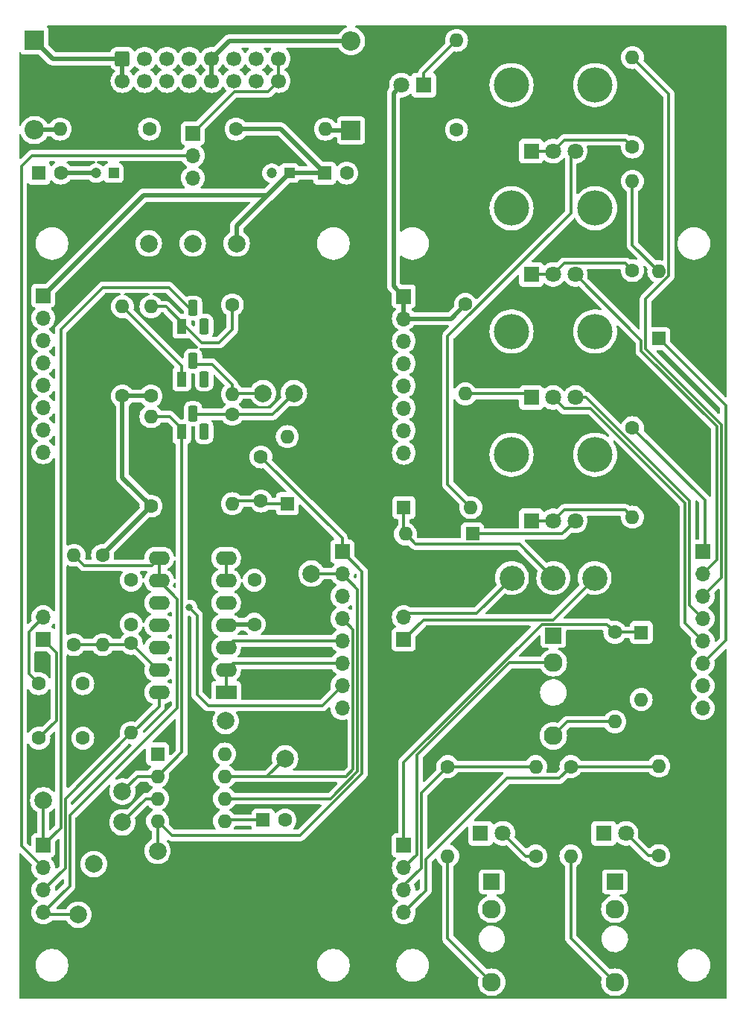
<source format=gtl>
G04 #@! TF.GenerationSoftware,KiCad,Pcbnew,8.0.2-1*
G04 #@! TF.CreationDate,2024-06-17T10:00:25+02:00*
G04 #@! TF.ProjectId,7555,37353535-2e6b-4696-9361-645f70636258,rev?*
G04 #@! TF.SameCoordinates,Original*
G04 #@! TF.FileFunction,Copper,L1,Top*
G04 #@! TF.FilePolarity,Positive*
%FSLAX46Y46*%
G04 Gerber Fmt 4.6, Leading zero omitted, Abs format (unit mm)*
G04 Created by KiCad (PCBNEW 8.0.2-1) date 2024-06-17 10:00:25*
%MOMM*%
%LPD*%
G01*
G04 APERTURE LIST*
G04 Aperture macros list*
%AMRoundRect*
0 Rectangle with rounded corners*
0 $1 Rounding radius*
0 $2 $3 $4 $5 $6 $7 $8 $9 X,Y pos of 4 corners*
0 Add a 4 corners polygon primitive as box body*
4,1,4,$2,$3,$4,$5,$6,$7,$8,$9,$2,$3,0*
0 Add four circle primitives for the rounded corners*
1,1,$1+$1,$2,$3*
1,1,$1+$1,$4,$5*
1,1,$1+$1,$6,$7*
1,1,$1+$1,$8,$9*
0 Add four rect primitives between the rounded corners*
20,1,$1+$1,$2,$3,$4,$5,0*
20,1,$1+$1,$4,$5,$6,$7,0*
20,1,$1+$1,$6,$7,$8,$9,0*
20,1,$1+$1,$8,$9,$2,$3,0*%
G04 Aperture macros list end*
G04 #@! TA.AperFunction,ComponentPad*
%ADD10C,1.600000*%
G04 #@! TD*
G04 #@! TA.AperFunction,ComponentPad*
%ADD11O,1.600000X1.600000*%
G04 #@! TD*
G04 #@! TA.AperFunction,ComponentPad*
%ADD12R,1.600000X1.600000*%
G04 #@! TD*
G04 #@! TA.AperFunction,ComponentPad*
%ADD13O,4.000000X4.000000*%
G04 #@! TD*
G04 #@! TA.AperFunction,ComponentPad*
%ADD14R,1.800000X1.800000*%
G04 #@! TD*
G04 #@! TA.AperFunction,ComponentPad*
%ADD15C,1.800000*%
G04 #@! TD*
G04 #@! TA.AperFunction,ComponentPad*
%ADD16R,1.700000X1.700000*%
G04 #@! TD*
G04 #@! TA.AperFunction,ComponentPad*
%ADD17O,1.700000X1.700000*%
G04 #@! TD*
G04 #@! TA.AperFunction,ComponentPad*
%ADD18R,1.100000X1.800000*%
G04 #@! TD*
G04 #@! TA.AperFunction,ComponentPad*
%ADD19RoundRect,0.275000X-0.275000X-0.625000X0.275000X-0.625000X0.275000X0.625000X-0.275000X0.625000X0*%
G04 #@! TD*
G04 #@! TA.AperFunction,ComponentPad*
%ADD20C,2.850000*%
G04 #@! TD*
G04 #@! TA.AperFunction,ComponentPad*
%ADD21R,1.930000X1.830000*%
G04 #@! TD*
G04 #@! TA.AperFunction,ComponentPad*
%ADD22C,2.130000*%
G04 #@! TD*
G04 #@! TA.AperFunction,ComponentPad*
%ADD23R,2.400000X1.600000*%
G04 #@! TD*
G04 #@! TA.AperFunction,ComponentPad*
%ADD24O,2.400000X1.600000*%
G04 #@! TD*
G04 #@! TA.AperFunction,ComponentPad*
%ADD25R,2.200000X2.200000*%
G04 #@! TD*
G04 #@! TA.AperFunction,ComponentPad*
%ADD26O,2.200000X2.200000*%
G04 #@! TD*
G04 #@! TA.AperFunction,ComponentPad*
%ADD27C,2.000000*%
G04 #@! TD*
G04 #@! TA.AperFunction,ComponentPad*
%ADD28R,1.200000X1.200000*%
G04 #@! TD*
G04 #@! TA.AperFunction,ComponentPad*
%ADD29C,1.200000*%
G04 #@! TD*
G04 #@! TA.AperFunction,ComponentPad*
%ADD30RoundRect,0.250000X-0.600000X0.600000X-0.600000X-0.600000X0.600000X-0.600000X0.600000X0.600000X0*%
G04 #@! TD*
G04 #@! TA.AperFunction,ComponentPad*
%ADD31C,1.700000*%
G04 #@! TD*
G04 #@! TA.AperFunction,ViaPad*
%ADD32C,0.800000*%
G04 #@! TD*
G04 #@! TA.AperFunction,Conductor*
%ADD33C,0.500000*%
G04 #@! TD*
G04 #@! TA.AperFunction,Conductor*
%ADD34C,0.300000*%
G04 #@! TD*
G04 APERTURE END LIST*
D10*
X99000000Y-134420000D03*
D11*
X99000000Y-144580000D03*
D12*
X121000000Y-119190000D03*
D11*
X121000000Y-126810000D03*
D13*
X106250000Y-71000000D03*
X115750000Y-71000000D03*
D14*
X108500000Y-78500000D03*
D15*
X111000000Y-78500000D03*
X113500000Y-78500000D03*
D12*
X80750000Y-104560000D03*
D11*
X80750000Y-96940000D03*
D10*
X74500000Y-94400000D03*
D11*
X74500000Y-104560000D03*
D16*
X53000000Y-80920000D03*
D17*
X53000000Y-83460000D03*
X53000000Y-86000000D03*
X53000000Y-88540000D03*
X53000000Y-91080000D03*
X53000000Y-93620000D03*
X53000000Y-96160000D03*
X53000000Y-98700000D03*
D10*
X59750000Y-110420000D03*
D11*
X59750000Y-120580000D03*
D10*
X120000000Y-95920000D03*
D11*
X120000000Y-106080000D03*
D12*
X94000000Y-105000000D03*
D11*
X101620000Y-105000000D03*
D10*
X109000000Y-144580000D03*
D11*
X109000000Y-134420000D03*
D14*
X102730000Y-142000000D03*
D15*
X105270000Y-142000000D03*
D10*
X123000000Y-144530000D03*
D11*
X123000000Y-134370000D03*
D18*
X68750000Y-90400000D03*
D19*
X70020000Y-88330000D03*
X71290000Y-90400000D03*
D13*
X106250000Y-85000000D03*
X115750000Y-85000000D03*
D14*
X108500000Y-92500000D03*
D15*
X111000000Y-92500000D03*
X113500000Y-92500000D03*
D10*
X77000000Y-118250000D03*
X77000000Y-113250000D03*
D20*
X106300000Y-113000000D03*
X111000000Y-113000000D03*
X115700000Y-113000000D03*
D10*
X101000000Y-81920000D03*
D11*
X101000000Y-92080000D03*
D10*
X74920000Y-62000000D03*
D11*
X85080000Y-62000000D03*
D18*
X68750000Y-84400000D03*
D19*
X70020000Y-82330000D03*
X71290000Y-84400000D03*
D10*
X74500000Y-81970000D03*
D11*
X74500000Y-92130000D03*
D21*
X111000000Y-119520000D03*
D22*
X111000000Y-130920000D03*
X111000000Y-122620000D03*
D10*
X56500000Y-120580000D03*
D11*
X56500000Y-110420000D03*
D23*
X73800000Y-126000000D03*
D24*
X73800000Y-123460000D03*
X73800000Y-120920000D03*
X73800000Y-118380000D03*
X73800000Y-115840000D03*
X73800000Y-113300000D03*
X73800000Y-110760000D03*
X66180000Y-110760000D03*
X66180000Y-113300000D03*
X66180000Y-115840000D03*
X66180000Y-118380000D03*
X66180000Y-120920000D03*
X66180000Y-123460000D03*
X66180000Y-126000000D03*
D10*
X118000000Y-119170000D03*
D11*
X118000000Y-129330000D03*
D18*
X68750000Y-96400000D03*
D19*
X70020000Y-94330000D03*
X71290000Y-96400000D03*
D14*
X116730000Y-142000000D03*
D15*
X119270000Y-142000000D03*
D10*
X113000000Y-134420000D03*
D11*
X113000000Y-144580000D03*
D10*
X120000000Y-64030000D03*
D11*
X120000000Y-53870000D03*
D10*
X120000000Y-78080000D03*
D11*
X120000000Y-67920000D03*
D21*
X104000000Y-147520000D03*
D22*
X104000000Y-158920000D03*
X104000000Y-150620000D03*
D25*
X52000000Y-51950000D03*
D26*
X52000000Y-62110000D03*
D14*
X96270000Y-57000000D03*
D15*
X93730000Y-57000000D03*
D16*
X53000000Y-143380000D03*
D17*
X53000000Y-145920000D03*
X53000000Y-148460000D03*
X53000000Y-151000000D03*
D21*
X118000000Y-147520000D03*
D22*
X118000000Y-158920000D03*
X118000000Y-150620000D03*
D10*
X63000000Y-113250000D03*
X63000000Y-118250000D03*
D25*
X88000000Y-62160000D03*
D26*
X88000000Y-52000000D03*
D10*
X77750000Y-99250000D03*
X77750000Y-104250000D03*
D12*
X123000000Y-85810000D03*
D11*
X123000000Y-78190000D03*
D10*
X65250000Y-104830000D03*
D11*
X65250000Y-94670000D03*
D10*
X65250000Y-92330000D03*
D11*
X65250000Y-82170000D03*
D16*
X87000000Y-110000000D03*
D17*
X87000000Y-112540000D03*
X87000000Y-115080000D03*
X87000000Y-117620000D03*
X87000000Y-120160000D03*
X87000000Y-122700000D03*
X87000000Y-125240000D03*
X87000000Y-127780000D03*
D12*
X101810000Y-108000000D03*
D11*
X94190000Y-108000000D03*
D13*
X106250000Y-57000000D03*
X115750000Y-57000000D03*
D14*
X108500000Y-64500000D03*
D15*
X111000000Y-64500000D03*
X113500000Y-64500000D03*
D12*
X66000000Y-133000000D03*
D11*
X66000000Y-135540000D03*
X66000000Y-138080000D03*
X66000000Y-140620000D03*
X73620000Y-140620000D03*
X73620000Y-138080000D03*
X73620000Y-135540000D03*
X73620000Y-133000000D03*
D10*
X62000000Y-92330000D03*
D11*
X62000000Y-82170000D03*
D10*
X65080000Y-62000000D03*
D11*
X54920000Y-62000000D03*
D10*
X100000000Y-62080000D03*
D11*
X100000000Y-51920000D03*
D10*
X63000000Y-120420000D03*
D11*
X63000000Y-130580000D03*
D13*
X106250000Y-99000000D03*
X115750000Y-99000000D03*
D14*
X108500000Y-106500000D03*
D15*
X111000000Y-106500000D03*
X113500000Y-106500000D03*
D16*
X53000000Y-120000000D03*
D17*
X53000000Y-117460000D03*
D27*
X66000000Y-144000000D03*
D10*
X52500000Y-125000000D03*
X57500000Y-125000000D03*
D12*
X78000000Y-140500000D03*
D10*
X80500000Y-140500000D03*
D12*
X85000000Y-67000000D03*
D10*
X87500000Y-67000000D03*
D16*
X94000000Y-81000000D03*
D17*
X94000000Y-83540000D03*
X94000000Y-86080000D03*
X94000000Y-88620000D03*
X94000000Y-91160000D03*
X94000000Y-93700000D03*
X94000000Y-96240000D03*
X94000000Y-98780000D03*
D27*
X83500000Y-112500000D03*
D28*
X81000000Y-67000000D03*
D29*
X79000000Y-67000000D03*
D30*
X62000000Y-54000000D03*
D31*
X62000000Y-56540000D03*
X64540000Y-54000000D03*
X64540000Y-56540000D03*
X67080000Y-54000000D03*
X67080000Y-56540000D03*
X69620000Y-54000000D03*
X69620000Y-56540000D03*
X72160000Y-54000000D03*
X72160000Y-56540000D03*
X74700000Y-54000000D03*
X74700000Y-56540000D03*
X77240000Y-54000000D03*
X77240000Y-56540000D03*
X79780000Y-54000000D03*
X79780000Y-56540000D03*
D27*
X73750000Y-129250000D03*
X70000000Y-75000000D03*
X81500000Y-92000000D03*
X75000000Y-75000000D03*
X62000000Y-140750000D03*
X58750000Y-145500000D03*
D16*
X128000000Y-110000000D03*
D17*
X128000000Y-112540000D03*
X128000000Y-115080000D03*
X128000000Y-117620000D03*
X128000000Y-120160000D03*
X128000000Y-122700000D03*
X128000000Y-125240000D03*
X128000000Y-127780000D03*
D10*
X52500000Y-131200000D03*
X57500000Y-131200000D03*
D27*
X78000000Y-92000000D03*
D16*
X94000000Y-120000000D03*
D17*
X94000000Y-117460000D03*
D27*
X62000000Y-137250000D03*
X65000000Y-75000000D03*
D28*
X61000000Y-67000000D03*
D29*
X59000000Y-67000000D03*
D16*
X70000000Y-62475000D03*
D17*
X70000000Y-65015000D03*
X70000000Y-67555000D03*
D16*
X94000000Y-143380000D03*
D17*
X94000000Y-145920000D03*
X94000000Y-148460000D03*
X94000000Y-151000000D03*
D27*
X57000000Y-151250000D03*
X80500000Y-133500000D03*
D12*
X52500000Y-67000000D03*
D10*
X55000000Y-67000000D03*
D27*
X53000000Y-138250000D03*
D32*
X69625000Y-116375000D03*
D33*
X59750000Y-110330000D02*
X59750000Y-110420000D01*
X65250000Y-104830000D02*
X59750000Y-110330000D01*
X94000000Y-83540000D02*
X94000000Y-81000000D01*
X62000000Y-92330000D02*
X65250000Y-92330000D01*
X74920000Y-62000000D02*
X80000000Y-62000000D01*
X99380000Y-83540000D02*
X101000000Y-81920000D01*
X92830000Y-57900000D02*
X92830000Y-79830000D01*
X77000000Y-118250000D02*
X73930000Y-118250000D01*
X75000000Y-75000000D02*
X75000000Y-73000000D01*
X80000000Y-62000000D02*
X85000000Y-67000000D01*
X92830000Y-79830000D02*
X94000000Y-81000000D01*
X93730000Y-57000000D02*
X92830000Y-57900000D01*
X73930000Y-118250000D02*
X73800000Y-118380000D01*
X94000000Y-83540000D02*
X99380000Y-83540000D01*
X65250000Y-104830000D02*
X62000000Y-101580000D01*
X53000000Y-80920000D02*
X64420000Y-69500000D01*
X64420000Y-69500000D02*
X78500000Y-69500000D01*
X85000000Y-67000000D02*
X81000000Y-67000000D01*
X75000000Y-73000000D02*
X78500000Y-69500000D01*
X78500000Y-69500000D02*
X81000000Y-67000000D01*
X62000000Y-101580000D02*
X62000000Y-92330000D01*
X55000000Y-67000000D02*
X59000000Y-67000000D01*
D34*
X113000000Y-65000000D02*
X113500000Y-64500000D01*
X99000000Y-102380000D02*
X99000000Y-85546346D01*
X113000000Y-71546346D02*
X113000000Y-65000000D01*
X101620000Y-105000000D02*
X99000000Y-102380000D01*
X99000000Y-85546346D02*
X113000000Y-71546346D01*
X108500000Y-64500000D02*
X111000000Y-64500000D01*
X120000000Y-64030000D02*
X119200001Y-63230001D01*
X119200001Y-63230001D02*
X112269999Y-63230001D01*
X112269999Y-63230001D02*
X111000000Y-64500000D01*
X89250000Y-112250000D02*
X87000000Y-110000000D01*
X89250000Y-135207107D02*
X89250000Y-112250000D01*
X68750000Y-90000000D02*
X68750000Y-88920000D01*
X82207107Y-142250000D02*
X89250000Y-135207107D01*
X66000000Y-144000000D02*
X66000000Y-140620000D01*
X68750000Y-88920000D02*
X62000000Y-82170000D01*
X67630000Y-142250000D02*
X82207107Y-142250000D01*
X87000000Y-108500000D02*
X87000000Y-110000000D01*
X77750000Y-99250000D02*
X87000000Y-108500000D01*
X66000000Y-140620000D02*
X67630000Y-142250000D01*
X78000000Y-140500000D02*
X73740000Y-140500000D01*
X73740000Y-140500000D02*
X73620000Y-140620000D01*
X54500000Y-121500000D02*
X54500000Y-129200000D01*
X53000000Y-120000000D02*
X54500000Y-121500000D01*
X54500000Y-129200000D02*
X52500000Y-131200000D01*
X51350000Y-119110000D02*
X51350000Y-123850000D01*
X51350000Y-123850000D02*
X52500000Y-125000000D01*
X53000000Y-117460000D02*
X51350000Y-119110000D01*
D33*
X62000000Y-56540000D02*
X62000000Y-54000000D01*
X54050000Y-54000000D02*
X52000000Y-51950000D01*
X62000000Y-54000000D02*
X54050000Y-54000000D01*
X54810000Y-62110000D02*
X54920000Y-62000000D01*
X52000000Y-62110000D02*
X54810000Y-62110000D01*
D34*
X113500000Y-78500000D02*
X121000000Y-86000000D01*
X121000000Y-86000000D02*
X121000000Y-87207107D01*
X129600000Y-95807107D02*
X129600000Y-110940000D01*
X121000000Y-87207107D02*
X129600000Y-95807107D01*
X95340000Y-109150000D02*
X107150000Y-109150000D01*
X94190000Y-108000000D02*
X95340000Y-109150000D01*
X94000000Y-105000000D02*
X94000000Y-107810000D01*
X107150000Y-109150000D02*
X111000000Y-113000000D01*
X94000000Y-107810000D02*
X94190000Y-108000000D01*
X129600000Y-110940000D02*
X128000000Y-112540000D01*
X113500000Y-106500000D02*
X112000000Y-108000000D01*
X112000000Y-108000000D02*
X101810000Y-108000000D01*
X120000000Y-75190000D02*
X123000000Y-78190000D01*
X120000000Y-67920000D02*
X120000000Y-75190000D01*
X130600000Y-93410000D02*
X130600000Y-120100000D01*
X123000000Y-85810000D02*
X130600000Y-93410000D01*
X130600000Y-120100000D02*
X128000000Y-122700000D01*
X123000000Y-144530000D02*
X121800000Y-144530000D01*
X121800000Y-144530000D02*
X119270000Y-142000000D01*
X119170000Y-77250000D02*
X120000000Y-78080000D01*
X112250000Y-77250000D02*
X119170000Y-77250000D01*
X111000000Y-78500000D02*
X112250000Y-77250000D01*
X108500000Y-78500000D02*
X111000000Y-78500000D01*
X122950000Y-134420000D02*
X123000000Y-134370000D01*
X105750000Y-135750000D02*
X111670000Y-135750000D01*
X111670000Y-135750000D02*
X113000000Y-134420000D01*
X96500000Y-145000000D02*
X105750000Y-135750000D01*
X113000000Y-134420000D02*
X122950000Y-134420000D01*
X94000000Y-151000000D02*
X96500000Y-148500000D01*
X96500000Y-148500000D02*
X96500000Y-145000000D01*
X94000000Y-147953654D02*
X96000000Y-145953654D01*
X94000000Y-148460000D02*
X94000000Y-147953654D01*
X96000000Y-145953654D02*
X96000000Y-137420000D01*
X99000000Y-134420000D02*
X109000000Y-134420000D01*
X96000000Y-137420000D02*
X99000000Y-134420000D01*
X95500000Y-133147106D02*
X106027106Y-122620000D01*
X95500000Y-144420000D02*
X95500000Y-133147106D01*
X106027106Y-122620000D02*
X111000000Y-122620000D01*
X94000000Y-145920000D02*
X95500000Y-144420000D01*
X53000000Y-138250000D02*
X53000000Y-143380000D01*
X53000000Y-143380000D02*
X55000000Y-141380000D01*
X55000000Y-84750000D02*
X59750000Y-80000000D01*
X55000000Y-141380000D02*
X55000000Y-84750000D01*
X59750000Y-80000000D02*
X67290000Y-80000000D01*
X67290000Y-80000000D02*
X70020000Y-82730000D01*
X70000000Y-65015000D02*
X51735000Y-65015000D01*
X50500000Y-143420000D02*
X53000000Y-145920000D01*
X50500000Y-66250000D02*
X50500000Y-143420000D01*
X51735000Y-65015000D02*
X50500000Y-66250000D01*
X55500000Y-138080000D02*
X55500000Y-145960000D01*
X63000000Y-130580000D02*
X55500000Y-138080000D01*
X66180000Y-127570000D02*
X66180000Y-126000000D01*
X62830000Y-130750000D02*
X63000000Y-130580000D01*
X55500000Y-145960000D02*
X53000000Y-148460000D01*
X63000000Y-130580000D02*
X63170000Y-130580000D01*
X63170000Y-130580000D02*
X66180000Y-127570000D01*
X66180000Y-113300000D02*
X68250000Y-115370000D01*
X53250000Y-151250000D02*
X53000000Y-151000000D01*
X65370000Y-111570000D02*
X66180000Y-110760000D01*
X57650000Y-111570000D02*
X65370000Y-111570000D01*
X68250000Y-127750000D02*
X56000000Y-140000000D01*
X57000000Y-151250000D02*
X53250000Y-151250000D01*
X68250000Y-115370000D02*
X68250000Y-127750000D01*
X56500000Y-110420000D02*
X57650000Y-111570000D01*
X66180000Y-110760000D02*
X66180000Y-113300000D01*
X56000000Y-140000000D02*
X56000000Y-148000000D01*
X56000000Y-148000000D02*
X53000000Y-151000000D01*
X87000000Y-122700000D02*
X74560000Y-122700000D01*
X73800000Y-123460000D02*
X73800000Y-126000000D01*
X74560000Y-122700000D02*
X73800000Y-123460000D01*
X84740000Y-127500000D02*
X87000000Y-125240000D01*
X69625000Y-116375000D02*
X70500000Y-117250000D01*
X70500000Y-126250000D02*
X71750000Y-127500000D01*
X71750000Y-127500000D02*
X84740000Y-127500000D01*
X70500000Y-117250000D02*
X70500000Y-126250000D01*
X74560000Y-120160000D02*
X73800000Y-120920000D01*
X87000000Y-120160000D02*
X74560000Y-120160000D01*
X88250000Y-134750000D02*
X87460000Y-135540000D01*
X88250000Y-118870000D02*
X88250000Y-134750000D01*
X87460000Y-135540000D02*
X78500000Y-135540000D01*
X80500000Y-133500000D02*
X78500000Y-135500000D01*
X87000000Y-117620000D02*
X88250000Y-118870000D01*
X78500000Y-135540000D02*
X73620000Y-135540000D01*
X78500000Y-135500000D02*
X78500000Y-135540000D01*
X85670000Y-138080000D02*
X73620000Y-138080000D01*
X87000000Y-112540000D02*
X88750000Y-114290000D01*
X88750000Y-135000000D02*
X85670000Y-138080000D01*
X86960000Y-112500000D02*
X87000000Y-112540000D01*
X88750000Y-114290000D02*
X88750000Y-135000000D01*
X83500000Y-112500000D02*
X86960000Y-112500000D01*
X64670000Y-138080000D02*
X62000000Y-140750000D01*
X66000000Y-138080000D02*
X64670000Y-138080000D01*
X126500000Y-104250000D02*
X114750000Y-92500000D01*
X128000000Y-117620000D02*
X126500000Y-116120000D01*
X114750000Y-92500000D02*
X113500000Y-92500000D01*
X126500000Y-116120000D02*
X126500000Y-104250000D01*
X121500000Y-81316346D02*
X121500000Y-87000000D01*
X130100000Y-112980000D02*
X128000000Y-115080000D01*
X121500000Y-87000000D02*
X130100000Y-95600000D01*
X120000000Y-53870000D02*
X124150000Y-58020000D01*
X130100000Y-95600000D02*
X130100000Y-112980000D01*
X124150000Y-58020000D02*
X124150000Y-78666346D01*
X124150000Y-78666346D02*
X121500000Y-81316346D01*
X128250000Y-109750000D02*
X128000000Y-110000000D01*
X128250000Y-104170000D02*
X128250000Y-109750000D01*
X120000000Y-95920000D02*
X128250000Y-104170000D01*
X112250000Y-93750000D02*
X115250000Y-93750000D01*
X111000000Y-92500000D02*
X112250000Y-93750000D01*
X126000000Y-104500000D02*
X126000000Y-118160000D01*
X126000000Y-118160000D02*
X128000000Y-120160000D01*
X115250000Y-93750000D02*
X126000000Y-104500000D01*
X99000000Y-153920000D02*
X104000000Y-158920000D01*
X99000000Y-144580000D02*
X99000000Y-153920000D01*
X70000000Y-62475000D02*
X74735000Y-57740000D01*
X78580000Y-57740000D02*
X79780000Y-56540000D01*
X79780000Y-56540000D02*
X79780000Y-54000000D01*
X74735000Y-57740000D02*
X78580000Y-57740000D01*
X118000000Y-158920000D02*
X113000000Y-153920000D01*
X113000000Y-153920000D02*
X113000000Y-144580000D01*
X74500000Y-84750000D02*
X73000000Y-86250000D01*
X74500000Y-81970000D02*
X74500000Y-84750000D01*
X66920000Y-82170000D02*
X68750000Y-84000000D01*
X73000000Y-86250000D02*
X71000000Y-86250000D01*
X65250000Y-82170000D02*
X66920000Y-82170000D01*
X71000000Y-86250000D02*
X68750000Y-84000000D01*
X74630000Y-92000000D02*
X74500000Y-92130000D01*
X78000000Y-92000000D02*
X74630000Y-92000000D01*
X70020000Y-88730000D02*
X72231370Y-88730000D01*
X72231370Y-88730000D02*
X74500000Y-90998630D01*
X74500000Y-90998630D02*
X74500000Y-92130000D01*
X68750000Y-96000000D02*
X67420000Y-94670000D01*
X66000000Y-135540000D02*
X68750000Y-132790000D01*
X67420000Y-94670000D02*
X65250000Y-94670000D01*
X66000000Y-135540000D02*
X63710000Y-135540000D01*
X63710000Y-135540000D02*
X62000000Y-137250000D01*
X68750000Y-132790000D02*
X68750000Y-96000000D01*
X109685000Y-118255000D02*
X117085000Y-118255000D01*
X120980000Y-119170000D02*
X121000000Y-119190000D01*
X94000000Y-143380000D02*
X94000000Y-133940000D01*
X94000000Y-133940000D02*
X109685000Y-118255000D01*
X117085000Y-118255000D02*
X118000000Y-119170000D01*
X118000000Y-119170000D02*
X120980000Y-119170000D01*
X96270000Y-57000000D02*
X96270000Y-55650000D01*
X96270000Y-55650000D02*
X100000000Y-51920000D01*
X74500000Y-94400000D02*
X79100000Y-94400000D01*
X70020000Y-94730000D02*
X70350000Y-94400000D01*
X70350000Y-94400000D02*
X74500000Y-94400000D01*
X79100000Y-94400000D02*
X81500000Y-92000000D01*
X77750000Y-104250000D02*
X74810000Y-104250000D01*
X78060000Y-104560000D02*
X77750000Y-104250000D01*
X74810000Y-104250000D02*
X74500000Y-104560000D01*
X80750000Y-104560000D02*
X78060000Y-104560000D01*
X118000000Y-129330000D02*
X112590000Y-129330000D01*
X112590000Y-129330000D02*
X111000000Y-130920000D01*
D33*
X72160000Y-54000000D02*
X74160000Y-52000000D01*
X72160000Y-56540000D02*
X72160000Y-54000000D01*
X74160000Y-52000000D02*
X88000000Y-52000000D01*
X88000000Y-62160000D02*
X85240000Y-62160000D01*
X85240000Y-62160000D02*
X85080000Y-62000000D01*
D34*
X111000000Y-106500000D02*
X112250000Y-105250000D01*
X119170000Y-105250000D02*
X120000000Y-106080000D01*
X112250000Y-105250000D02*
X119170000Y-105250000D01*
X108500000Y-106500000D02*
X111000000Y-106500000D01*
X101000000Y-92080000D02*
X108080000Y-92080000D01*
X108080000Y-92080000D02*
X108500000Y-92500000D01*
X59750000Y-120580000D02*
X62840000Y-120580000D01*
X66040000Y-123460000D02*
X66180000Y-123460000D01*
X62840000Y-120580000D02*
X63000000Y-120420000D01*
X63000000Y-120420000D02*
X66040000Y-123460000D01*
X59750000Y-120580000D02*
X56500000Y-120580000D01*
X73800000Y-110760000D02*
X73800000Y-113300000D01*
X109000000Y-144580000D02*
X107850000Y-144580000D01*
X107850000Y-144580000D02*
X105270000Y-142000000D01*
X94000000Y-117460000D02*
X94460000Y-117000000D01*
X102300000Y-117000000D02*
X106300000Y-113000000D01*
X94460000Y-117000000D02*
X102300000Y-117000000D01*
X94000000Y-120000000D02*
X96245000Y-117755000D01*
X96245000Y-117755000D02*
X110945000Y-117755000D01*
X110945000Y-117755000D02*
X115700000Y-113000000D01*
G04 #@! TA.AperFunction,NonConductor*
G36*
X78887280Y-52770185D02*
G01*
X78933035Y-52822989D01*
X78942979Y-52892147D01*
X78913954Y-52955703D01*
X78907922Y-52962181D01*
X78741505Y-53128597D01*
X78611575Y-53314158D01*
X78556998Y-53357783D01*
X78487500Y-53364977D01*
X78425145Y-53333454D01*
X78408425Y-53314158D01*
X78278494Y-53128597D01*
X78112077Y-52962181D01*
X78078592Y-52900858D01*
X78083576Y-52831167D01*
X78125447Y-52775233D01*
X78190912Y-52750816D01*
X78199758Y-52750500D01*
X78820241Y-52750500D01*
X78887280Y-52770185D01*
G37*
G04 #@! TD.AperFunction*
G04 #@! TA.AperFunction,NonConductor*
G36*
X76347280Y-52770185D02*
G01*
X76393035Y-52822989D01*
X76402979Y-52892147D01*
X76373954Y-52955703D01*
X76367922Y-52962181D01*
X76201505Y-53128597D01*
X76071575Y-53314158D01*
X76016998Y-53357783D01*
X75947500Y-53364977D01*
X75885145Y-53333454D01*
X75868425Y-53314158D01*
X75738494Y-53128597D01*
X75572077Y-52962181D01*
X75538592Y-52900858D01*
X75543576Y-52831167D01*
X75585447Y-52775233D01*
X75650912Y-52750816D01*
X75659758Y-52750500D01*
X76280241Y-52750500D01*
X76347280Y-52770185D01*
G37*
G04 #@! TD.AperFunction*
G04 #@! TA.AperFunction,NonConductor*
G36*
X87485006Y-50270185D02*
G01*
X87530761Y-50322989D01*
X87540705Y-50392147D01*
X87511680Y-50455703D01*
X87465420Y-50489061D01*
X87271140Y-50569533D01*
X87056346Y-50701160D01*
X87056343Y-50701161D01*
X86864776Y-50864776D01*
X86701162Y-51056343D01*
X86619081Y-51190289D01*
X86567269Y-51237165D01*
X86513353Y-51249500D01*
X74086080Y-51249500D01*
X73941092Y-51278340D01*
X73941082Y-51278343D01*
X73804507Y-51334914D01*
X73685065Y-51414723D01*
X73681586Y-51417047D01*
X73681581Y-51417051D01*
X72471501Y-52627130D01*
X72410178Y-52660615D01*
X72373013Y-52662977D01*
X72160002Y-52644341D01*
X72159999Y-52644341D01*
X71924596Y-52664936D01*
X71924586Y-52664938D01*
X71696344Y-52726094D01*
X71696335Y-52726098D01*
X71482171Y-52825964D01*
X71482169Y-52825965D01*
X71288597Y-52961505D01*
X71121505Y-53128597D01*
X70991575Y-53314158D01*
X70936998Y-53357783D01*
X70867500Y-53364977D01*
X70805145Y-53333454D01*
X70788425Y-53314158D01*
X70658494Y-53128597D01*
X70491402Y-52961506D01*
X70491395Y-52961501D01*
X70297834Y-52825967D01*
X70297830Y-52825965D01*
X70189035Y-52775233D01*
X70083663Y-52726097D01*
X70083659Y-52726096D01*
X70083655Y-52726094D01*
X69855413Y-52664938D01*
X69855403Y-52664936D01*
X69620001Y-52644341D01*
X69619999Y-52644341D01*
X69384596Y-52664936D01*
X69384586Y-52664938D01*
X69156344Y-52726094D01*
X69156335Y-52726098D01*
X68942171Y-52825964D01*
X68942169Y-52825965D01*
X68748597Y-52961505D01*
X68581505Y-53128597D01*
X68451575Y-53314158D01*
X68396998Y-53357783D01*
X68327500Y-53364977D01*
X68265145Y-53333454D01*
X68248425Y-53314158D01*
X68118494Y-53128597D01*
X67951402Y-52961506D01*
X67951395Y-52961501D01*
X67757834Y-52825967D01*
X67757830Y-52825965D01*
X67649035Y-52775233D01*
X67543663Y-52726097D01*
X67543659Y-52726096D01*
X67543655Y-52726094D01*
X67315413Y-52664938D01*
X67315403Y-52664936D01*
X67080001Y-52644341D01*
X67079999Y-52644341D01*
X66844596Y-52664936D01*
X66844586Y-52664938D01*
X66616344Y-52726094D01*
X66616335Y-52726098D01*
X66402171Y-52825964D01*
X66402169Y-52825965D01*
X66208597Y-52961505D01*
X66041505Y-53128597D01*
X65911575Y-53314158D01*
X65856998Y-53357783D01*
X65787500Y-53364977D01*
X65725145Y-53333454D01*
X65708425Y-53314158D01*
X65578494Y-53128597D01*
X65411402Y-52961506D01*
X65411395Y-52961501D01*
X65217834Y-52825967D01*
X65217830Y-52825965D01*
X65109035Y-52775233D01*
X65003663Y-52726097D01*
X65003659Y-52726096D01*
X65003655Y-52726094D01*
X64775413Y-52664938D01*
X64775403Y-52664936D01*
X64540001Y-52644341D01*
X64539999Y-52644341D01*
X64304596Y-52664936D01*
X64304586Y-52664938D01*
X64076344Y-52726094D01*
X64076335Y-52726098D01*
X63862171Y-52825964D01*
X63862169Y-52825965D01*
X63668597Y-52961505D01*
X63501503Y-53128599D01*
X63500349Y-53129975D01*
X63499688Y-53130414D01*
X63497676Y-53132427D01*
X63497271Y-53132022D01*
X63442173Y-53168671D01*
X63372312Y-53169772D01*
X63312946Y-53132928D01*
X63287663Y-53089265D01*
X63284814Y-53080666D01*
X63192712Y-52931344D01*
X63068656Y-52807288D01*
X62941502Y-52728859D01*
X62919336Y-52715187D01*
X62919331Y-52715185D01*
X62917862Y-52714698D01*
X62752797Y-52660001D01*
X62752795Y-52660000D01*
X62650010Y-52649500D01*
X61349998Y-52649500D01*
X61349981Y-52649501D01*
X61247203Y-52660000D01*
X61247200Y-52660001D01*
X61080668Y-52715185D01*
X61080663Y-52715187D01*
X60931342Y-52807289D01*
X60807289Y-52931342D01*
X60715187Y-53080663D01*
X60715185Y-53080668D01*
X60687405Y-53164504D01*
X60647632Y-53221949D01*
X60583116Y-53248772D01*
X60569699Y-53249500D01*
X54412230Y-53249500D01*
X54345191Y-53229815D01*
X54324549Y-53213181D01*
X53636818Y-52525450D01*
X53603333Y-52464127D01*
X53600499Y-52437769D01*
X53600499Y-50802129D01*
X53600498Y-50802123D01*
X53594091Y-50742516D01*
X53543797Y-50607671D01*
X53543793Y-50607664D01*
X53457547Y-50492455D01*
X53453013Y-50489061D01*
X53432581Y-50473765D01*
X53390712Y-50417832D01*
X53385728Y-50348140D01*
X53419214Y-50286818D01*
X53480538Y-50253333D01*
X53506894Y-50250500D01*
X87417967Y-50250500D01*
X87485006Y-50270185D01*
G37*
G04 #@! TD.AperFunction*
G04 #@! TA.AperFunction,NonConductor*
G36*
X78594855Y-54666546D02*
G01*
X78611575Y-54685842D01*
X78741501Y-54871396D01*
X78741506Y-54871402D01*
X78908597Y-55038493D01*
X78908603Y-55038498D01*
X79076623Y-55156147D01*
X79120248Y-55210724D01*
X79129500Y-55257722D01*
X79129500Y-55282278D01*
X79109815Y-55349317D01*
X79076623Y-55383853D01*
X78908597Y-55501505D01*
X78741505Y-55668597D01*
X78611575Y-55854158D01*
X78556998Y-55897783D01*
X78487500Y-55904977D01*
X78425145Y-55873454D01*
X78408425Y-55854158D01*
X78278494Y-55668597D01*
X78111402Y-55501506D01*
X78111396Y-55501501D01*
X77925842Y-55371575D01*
X77882217Y-55316998D01*
X77875023Y-55247500D01*
X77906546Y-55185145D01*
X77925842Y-55168425D01*
X78028221Y-55096738D01*
X78111401Y-55038495D01*
X78278495Y-54871401D01*
X78408425Y-54685842D01*
X78463002Y-54642217D01*
X78532500Y-54635023D01*
X78594855Y-54666546D01*
G37*
G04 #@! TD.AperFunction*
G04 #@! TA.AperFunction,NonConductor*
G36*
X76054855Y-54666546D02*
G01*
X76071575Y-54685842D01*
X76201501Y-54871396D01*
X76201506Y-54871402D01*
X76368597Y-55038493D01*
X76368603Y-55038498D01*
X76554158Y-55168425D01*
X76597783Y-55223002D01*
X76604977Y-55292500D01*
X76573454Y-55354855D01*
X76554158Y-55371575D01*
X76368597Y-55501505D01*
X76201505Y-55668597D01*
X76071575Y-55854158D01*
X76016998Y-55897783D01*
X75947500Y-55904977D01*
X75885145Y-55873454D01*
X75868425Y-55854158D01*
X75738494Y-55668597D01*
X75571402Y-55501506D01*
X75571396Y-55501501D01*
X75385842Y-55371575D01*
X75342217Y-55316998D01*
X75335023Y-55247500D01*
X75366546Y-55185145D01*
X75385842Y-55168425D01*
X75488221Y-55096738D01*
X75571401Y-55038495D01*
X75738495Y-54871401D01*
X75868425Y-54685842D01*
X75923002Y-54642217D01*
X75992500Y-54635023D01*
X76054855Y-54666546D01*
G37*
G04 #@! TD.AperFunction*
G04 #@! TA.AperFunction,NonConductor*
G36*
X73514855Y-54666546D02*
G01*
X73531575Y-54685842D01*
X73661501Y-54871396D01*
X73661506Y-54871402D01*
X73828597Y-55038493D01*
X73828603Y-55038498D01*
X74014158Y-55168425D01*
X74057783Y-55223002D01*
X74064977Y-55292500D01*
X74033454Y-55354855D01*
X74014158Y-55371575D01*
X73828597Y-55501505D01*
X73661505Y-55668597D01*
X73531575Y-55854158D01*
X73476998Y-55897783D01*
X73407500Y-55904977D01*
X73345145Y-55873454D01*
X73328425Y-55854158D01*
X73198494Y-55668597D01*
X73031404Y-55501507D01*
X72963375Y-55453872D01*
X72919751Y-55399294D01*
X72910500Y-55352298D01*
X72910500Y-55187700D01*
X72930185Y-55120661D01*
X72963375Y-55086126D01*
X73031401Y-55038495D01*
X73198495Y-54871401D01*
X73328425Y-54685842D01*
X73383002Y-54642217D01*
X73452500Y-54635023D01*
X73514855Y-54666546D01*
G37*
G04 #@! TD.AperFunction*
G04 #@! TA.AperFunction,NonConductor*
G36*
X70974855Y-54666546D02*
G01*
X70991575Y-54685842D01*
X71121501Y-54871396D01*
X71121506Y-54871402D01*
X71288595Y-55038492D01*
X71288598Y-55038494D01*
X71288599Y-55038495D01*
X71356623Y-55086125D01*
X71400248Y-55140701D01*
X71409500Y-55187700D01*
X71409500Y-55352298D01*
X71389815Y-55419337D01*
X71356625Y-55453872D01*
X71288595Y-55501507D01*
X71121505Y-55668597D01*
X70991575Y-55854158D01*
X70936998Y-55897783D01*
X70867500Y-55904977D01*
X70805145Y-55873454D01*
X70788425Y-55854158D01*
X70658494Y-55668597D01*
X70491402Y-55501506D01*
X70491396Y-55501501D01*
X70305842Y-55371575D01*
X70262217Y-55316998D01*
X70255023Y-55247500D01*
X70286546Y-55185145D01*
X70305842Y-55168425D01*
X70408221Y-55096738D01*
X70491401Y-55038495D01*
X70658495Y-54871401D01*
X70788425Y-54685842D01*
X70843002Y-54642217D01*
X70912500Y-54635023D01*
X70974855Y-54666546D01*
G37*
G04 #@! TD.AperFunction*
G04 #@! TA.AperFunction,NonConductor*
G36*
X68434855Y-54666546D02*
G01*
X68451575Y-54685842D01*
X68581501Y-54871396D01*
X68581506Y-54871402D01*
X68748597Y-55038493D01*
X68748603Y-55038498D01*
X68934158Y-55168425D01*
X68977783Y-55223002D01*
X68984977Y-55292500D01*
X68953454Y-55354855D01*
X68934158Y-55371575D01*
X68748597Y-55501505D01*
X68581505Y-55668597D01*
X68451575Y-55854158D01*
X68396998Y-55897783D01*
X68327500Y-55904977D01*
X68265145Y-55873454D01*
X68248425Y-55854158D01*
X68118494Y-55668597D01*
X67951402Y-55501506D01*
X67951396Y-55501501D01*
X67765842Y-55371575D01*
X67722217Y-55316998D01*
X67715023Y-55247500D01*
X67746546Y-55185145D01*
X67765842Y-55168425D01*
X67868221Y-55096738D01*
X67951401Y-55038495D01*
X68118495Y-54871401D01*
X68248425Y-54685842D01*
X68303002Y-54642217D01*
X68372500Y-54635023D01*
X68434855Y-54666546D01*
G37*
G04 #@! TD.AperFunction*
G04 #@! TA.AperFunction,NonConductor*
G36*
X65894855Y-54666546D02*
G01*
X65911575Y-54685842D01*
X66041501Y-54871396D01*
X66041506Y-54871402D01*
X66208597Y-55038493D01*
X66208603Y-55038498D01*
X66394158Y-55168425D01*
X66437783Y-55223002D01*
X66444977Y-55292500D01*
X66413454Y-55354855D01*
X66394158Y-55371575D01*
X66208597Y-55501505D01*
X66041505Y-55668597D01*
X65911575Y-55854158D01*
X65856998Y-55897783D01*
X65787500Y-55904977D01*
X65725145Y-55873454D01*
X65708425Y-55854158D01*
X65578494Y-55668597D01*
X65411402Y-55501506D01*
X65411396Y-55501501D01*
X65225842Y-55371575D01*
X65182217Y-55316998D01*
X65175023Y-55247500D01*
X65206546Y-55185145D01*
X65225842Y-55168425D01*
X65328221Y-55096738D01*
X65411401Y-55038495D01*
X65578495Y-54871401D01*
X65708425Y-54685842D01*
X65763002Y-54642217D01*
X65832500Y-54635023D01*
X65894855Y-54666546D01*
G37*
G04 #@! TD.AperFunction*
G04 #@! TA.AperFunction,NonConductor*
G36*
X63460720Y-54838779D02*
G01*
X63497483Y-54867766D01*
X63497677Y-54867573D01*
X63499313Y-54869209D01*
X63500354Y-54870030D01*
X63501501Y-54871397D01*
X63668597Y-55038493D01*
X63668603Y-55038498D01*
X63854158Y-55168425D01*
X63897783Y-55223002D01*
X63904977Y-55292500D01*
X63873454Y-55354855D01*
X63854158Y-55371575D01*
X63668597Y-55501505D01*
X63501505Y-55668597D01*
X63371575Y-55854158D01*
X63316998Y-55897783D01*
X63247500Y-55904977D01*
X63185145Y-55873454D01*
X63168425Y-55854158D01*
X63038494Y-55668597D01*
X62871398Y-55501501D01*
X62870030Y-55500354D01*
X62869592Y-55499696D01*
X62867573Y-55497677D01*
X62867978Y-55497271D01*
X62831330Y-55442182D01*
X62830224Y-55372321D01*
X62867063Y-55312952D01*
X62910737Y-55287662D01*
X62919334Y-55284814D01*
X63068656Y-55192712D01*
X63192712Y-55068656D01*
X63284814Y-54919334D01*
X63287662Y-54910738D01*
X63327429Y-54853294D01*
X63391944Y-54826468D01*
X63460720Y-54838779D01*
G37*
G04 #@! TD.AperFunction*
G04 #@! TA.AperFunction,NonConductor*
G36*
X50455703Y-53296389D02*
G01*
X50473762Y-53315786D01*
X50542454Y-53407546D01*
X50573071Y-53430466D01*
X50657664Y-53493793D01*
X50657671Y-53493797D01*
X50792517Y-53544091D01*
X50792516Y-53544091D01*
X50799444Y-53544835D01*
X50852127Y-53550500D01*
X52487769Y-53550499D01*
X52554808Y-53570184D01*
X52575450Y-53586818D01*
X53571586Y-54582954D01*
X53601058Y-54602645D01*
X53645270Y-54632186D01*
X53694505Y-54665084D01*
X53694506Y-54665084D01*
X53694507Y-54665085D01*
X53694509Y-54665086D01*
X53725286Y-54677834D01*
X53831087Y-54721658D01*
X53831091Y-54721658D01*
X53831092Y-54721659D01*
X53976079Y-54750500D01*
X53976082Y-54750500D01*
X53976083Y-54750500D01*
X54123918Y-54750500D01*
X60569699Y-54750500D01*
X60636738Y-54770185D01*
X60682493Y-54822989D01*
X60687403Y-54835492D01*
X60715186Y-54919334D01*
X60807288Y-55068656D01*
X60931344Y-55192712D01*
X61080666Y-55284814D01*
X61089262Y-55287662D01*
X61146706Y-55327431D01*
X61173531Y-55391946D01*
X61161219Y-55460722D01*
X61132234Y-55497484D01*
X61132427Y-55497677D01*
X61130801Y-55499302D01*
X61129978Y-55500347D01*
X61128602Y-55501501D01*
X60961505Y-55668597D01*
X60825965Y-55862169D01*
X60825964Y-55862171D01*
X60726098Y-56076335D01*
X60726094Y-56076344D01*
X60664938Y-56304586D01*
X60664936Y-56304596D01*
X60644341Y-56539999D01*
X60644341Y-56540000D01*
X60664936Y-56775403D01*
X60664938Y-56775413D01*
X60726094Y-57003655D01*
X60726096Y-57003659D01*
X60726097Y-57003663D01*
X60730000Y-57012032D01*
X60825965Y-57217830D01*
X60825967Y-57217834D01*
X60922502Y-57355699D01*
X60961505Y-57411401D01*
X61128599Y-57578495D01*
X61192277Y-57623083D01*
X61322165Y-57714032D01*
X61322167Y-57714033D01*
X61322170Y-57714035D01*
X61536337Y-57813903D01*
X61536343Y-57813904D01*
X61536344Y-57813905D01*
X61581779Y-57826079D01*
X61764592Y-57875063D01*
X61952918Y-57891539D01*
X61999999Y-57895659D01*
X62000000Y-57895659D01*
X62000001Y-57895659D01*
X62039234Y-57892226D01*
X62235408Y-57875063D01*
X62463663Y-57813903D01*
X62677830Y-57714035D01*
X62871401Y-57578495D01*
X63038495Y-57411401D01*
X63168425Y-57225842D01*
X63223002Y-57182217D01*
X63292500Y-57175023D01*
X63354855Y-57206546D01*
X63371575Y-57225842D01*
X63501500Y-57411395D01*
X63501505Y-57411401D01*
X63668599Y-57578495D01*
X63732277Y-57623083D01*
X63862165Y-57714032D01*
X63862167Y-57714033D01*
X63862170Y-57714035D01*
X64076337Y-57813903D01*
X64076343Y-57813904D01*
X64076344Y-57813905D01*
X64121779Y-57826079D01*
X64304592Y-57875063D01*
X64492918Y-57891539D01*
X64539999Y-57895659D01*
X64540000Y-57895659D01*
X64540001Y-57895659D01*
X64579234Y-57892226D01*
X64775408Y-57875063D01*
X65003663Y-57813903D01*
X65217830Y-57714035D01*
X65411401Y-57578495D01*
X65578495Y-57411401D01*
X65708425Y-57225842D01*
X65763002Y-57182217D01*
X65832500Y-57175023D01*
X65894855Y-57206546D01*
X65911575Y-57225842D01*
X66041500Y-57411395D01*
X66041505Y-57411401D01*
X66208599Y-57578495D01*
X66272277Y-57623083D01*
X66402165Y-57714032D01*
X66402167Y-57714033D01*
X66402170Y-57714035D01*
X66616337Y-57813903D01*
X66616343Y-57813904D01*
X66616344Y-57813905D01*
X66661779Y-57826079D01*
X66844592Y-57875063D01*
X67032918Y-57891539D01*
X67079999Y-57895659D01*
X67080000Y-57895659D01*
X67080001Y-57895659D01*
X67119234Y-57892226D01*
X67315408Y-57875063D01*
X67543663Y-57813903D01*
X67757830Y-57714035D01*
X67951401Y-57578495D01*
X68118495Y-57411401D01*
X68248425Y-57225842D01*
X68303002Y-57182217D01*
X68372500Y-57175023D01*
X68434855Y-57206546D01*
X68451575Y-57225842D01*
X68581500Y-57411395D01*
X68581505Y-57411401D01*
X68748599Y-57578495D01*
X68812277Y-57623083D01*
X68942165Y-57714032D01*
X68942167Y-57714033D01*
X68942170Y-57714035D01*
X69156337Y-57813903D01*
X69156343Y-57813904D01*
X69156344Y-57813905D01*
X69201779Y-57826079D01*
X69384592Y-57875063D01*
X69572918Y-57891539D01*
X69619999Y-57895659D01*
X69620000Y-57895659D01*
X69620001Y-57895659D01*
X69659234Y-57892226D01*
X69855408Y-57875063D01*
X70083663Y-57813903D01*
X70297830Y-57714035D01*
X70491401Y-57578495D01*
X70658495Y-57411401D01*
X70788425Y-57225842D01*
X70843002Y-57182217D01*
X70912500Y-57175023D01*
X70974855Y-57206546D01*
X70991575Y-57225842D01*
X71121500Y-57411395D01*
X71121505Y-57411401D01*
X71288599Y-57578495D01*
X71352277Y-57623083D01*
X71482165Y-57714032D01*
X71482167Y-57714033D01*
X71482170Y-57714035D01*
X71696337Y-57813903D01*
X71696343Y-57813904D01*
X71696344Y-57813905D01*
X71741779Y-57826079D01*
X71924592Y-57875063D01*
X72112918Y-57891539D01*
X72159999Y-57895659D01*
X72160000Y-57895659D01*
X72160001Y-57895659D01*
X72199234Y-57892226D01*
X72395408Y-57875063D01*
X72623663Y-57813903D01*
X72837830Y-57714035D01*
X73031401Y-57578495D01*
X73198495Y-57411401D01*
X73328425Y-57225842D01*
X73383002Y-57182217D01*
X73452500Y-57175023D01*
X73514855Y-57206546D01*
X73531575Y-57225842D01*
X73661500Y-57411395D01*
X73661505Y-57411401D01*
X73794609Y-57544505D01*
X73814898Y-57564794D01*
X73848382Y-57626117D01*
X73843398Y-57695809D01*
X73814897Y-57740156D01*
X70466871Y-61088181D01*
X70405548Y-61121666D01*
X70379190Y-61124500D01*
X69102129Y-61124500D01*
X69102123Y-61124501D01*
X69042516Y-61130908D01*
X68907671Y-61181202D01*
X68907664Y-61181206D01*
X68792455Y-61267452D01*
X68792452Y-61267455D01*
X68706206Y-61382664D01*
X68706202Y-61382671D01*
X68655908Y-61517517D01*
X68649501Y-61577116D01*
X68649500Y-61577135D01*
X68649500Y-63372870D01*
X68649501Y-63372876D01*
X68655908Y-63432483D01*
X68706202Y-63567328D01*
X68706206Y-63567335D01*
X68792452Y-63682544D01*
X68792455Y-63682547D01*
X68907664Y-63768793D01*
X68907671Y-63768797D01*
X69039081Y-63817810D01*
X69095015Y-63859681D01*
X69119432Y-63925145D01*
X69104580Y-63993418D01*
X69083430Y-64021673D01*
X68961503Y-64143600D01*
X68843854Y-64311623D01*
X68789277Y-64355248D01*
X68742279Y-64364500D01*
X51670929Y-64364500D01*
X51545261Y-64389497D01*
X51545255Y-64389499D01*
X51463086Y-64423535D01*
X51463085Y-64423535D01*
X51426876Y-64438532D01*
X51320326Y-64509726D01*
X51320325Y-64509727D01*
X50462181Y-65367872D01*
X50400858Y-65401357D01*
X50331166Y-65396373D01*
X50275233Y-65354501D01*
X50250816Y-65289037D01*
X50250500Y-65280191D01*
X50250500Y-62692032D01*
X50270185Y-62624993D01*
X50322989Y-62579238D01*
X50392147Y-62569294D01*
X50455703Y-62598319D01*
X50489061Y-62644580D01*
X50569531Y-62838855D01*
X50569533Y-62838858D01*
X50701160Y-63053653D01*
X50701161Y-63053656D01*
X50701164Y-63053659D01*
X50864776Y-63245224D01*
X50996437Y-63357673D01*
X51056343Y-63408838D01*
X51056346Y-63408839D01*
X51271140Y-63540466D01*
X51375044Y-63583504D01*
X51503889Y-63636873D01*
X51748852Y-63695683D01*
X52000000Y-63715449D01*
X52251148Y-63695683D01*
X52496111Y-63636873D01*
X52728859Y-63540466D01*
X52943659Y-63408836D01*
X53135224Y-63245224D01*
X53298836Y-63053659D01*
X53380920Y-62919710D01*
X53432731Y-62872835D01*
X53486647Y-62860500D01*
X53889952Y-62860500D01*
X53956991Y-62880185D01*
X53977628Y-62896814D01*
X54063803Y-62982989D01*
X54080862Y-63000048D01*
X54174063Y-63065307D01*
X54267266Y-63130568D01*
X54473504Y-63226739D01*
X54693308Y-63285635D01*
X54855230Y-63299801D01*
X54919998Y-63305468D01*
X54920000Y-63305468D01*
X54920002Y-63305468D01*
X54976673Y-63300509D01*
X55146692Y-63285635D01*
X55366496Y-63226739D01*
X55572734Y-63130568D01*
X55759139Y-63000047D01*
X55920047Y-62839139D01*
X56050568Y-62652734D01*
X56146739Y-62446496D01*
X56205635Y-62226692D01*
X56225468Y-62000000D01*
X56225468Y-61999998D01*
X63774532Y-61999998D01*
X63774532Y-62000001D01*
X63794364Y-62226686D01*
X63794366Y-62226697D01*
X63853258Y-62446488D01*
X63853261Y-62446497D01*
X63949431Y-62652732D01*
X63949432Y-62652734D01*
X64079954Y-62839141D01*
X64240858Y-63000045D01*
X64240861Y-63000047D01*
X64427266Y-63130568D01*
X64633504Y-63226739D01*
X64853308Y-63285635D01*
X65015230Y-63299801D01*
X65079998Y-63305468D01*
X65080000Y-63305468D01*
X65080002Y-63305468D01*
X65136673Y-63300509D01*
X65306692Y-63285635D01*
X65526496Y-63226739D01*
X65732734Y-63130568D01*
X65919139Y-63000047D01*
X66080047Y-62839139D01*
X66210568Y-62652734D01*
X66306739Y-62446496D01*
X66365635Y-62226692D01*
X66385468Y-62000000D01*
X66365635Y-61773308D01*
X66306739Y-61553504D01*
X66210568Y-61347266D01*
X66080047Y-61160861D01*
X66080045Y-61160858D01*
X65919141Y-60999954D01*
X65732734Y-60869432D01*
X65732732Y-60869431D01*
X65526497Y-60773261D01*
X65526488Y-60773258D01*
X65306697Y-60714366D01*
X65306693Y-60714365D01*
X65306692Y-60714365D01*
X65306691Y-60714364D01*
X65306686Y-60714364D01*
X65080002Y-60694532D01*
X65079998Y-60694532D01*
X64853313Y-60714364D01*
X64853302Y-60714366D01*
X64633511Y-60773258D01*
X64633502Y-60773261D01*
X64427267Y-60869431D01*
X64427265Y-60869432D01*
X64240858Y-60999954D01*
X64079954Y-61160858D01*
X63949432Y-61347265D01*
X63949431Y-61347267D01*
X63853261Y-61553502D01*
X63853258Y-61553511D01*
X63794366Y-61773302D01*
X63794364Y-61773313D01*
X63774532Y-61999998D01*
X56225468Y-61999998D01*
X56205635Y-61773308D01*
X56146739Y-61553504D01*
X56050568Y-61347266D01*
X55920047Y-61160861D01*
X55920045Y-61160858D01*
X55759141Y-60999954D01*
X55572734Y-60869432D01*
X55572732Y-60869431D01*
X55366497Y-60773261D01*
X55366488Y-60773258D01*
X55146697Y-60714366D01*
X55146693Y-60714365D01*
X55146692Y-60714365D01*
X55146691Y-60714364D01*
X55146686Y-60714364D01*
X54920002Y-60694532D01*
X54919998Y-60694532D01*
X54693313Y-60714364D01*
X54693302Y-60714366D01*
X54473511Y-60773258D01*
X54473502Y-60773261D01*
X54267267Y-60869431D01*
X54267265Y-60869432D01*
X54080858Y-60999954D01*
X53919954Y-61160858D01*
X53817890Y-61306623D01*
X53763313Y-61350248D01*
X53716315Y-61359500D01*
X53486647Y-61359500D01*
X53419608Y-61339815D01*
X53380919Y-61300289D01*
X53377637Y-61294934D01*
X53298836Y-61166341D01*
X53135224Y-60974776D01*
X52951278Y-60817671D01*
X52943656Y-60811161D01*
X52943653Y-60811160D01*
X52728859Y-60679533D01*
X52496110Y-60583126D01*
X52251151Y-60524317D01*
X52000000Y-60504551D01*
X51748848Y-60524317D01*
X51503889Y-60583126D01*
X51271140Y-60679533D01*
X51056346Y-60811160D01*
X51056343Y-60811161D01*
X50864776Y-60974776D01*
X50701161Y-61166343D01*
X50701160Y-61166346D01*
X50569533Y-61381140D01*
X50489061Y-61575420D01*
X50445220Y-61629823D01*
X50378926Y-61651888D01*
X50311227Y-61634609D01*
X50263616Y-61583472D01*
X50250500Y-61527967D01*
X50250500Y-53390102D01*
X50270185Y-53323063D01*
X50322989Y-53277308D01*
X50392147Y-53267364D01*
X50455703Y-53296389D01*
G37*
G04 #@! TD.AperFunction*
G04 #@! TA.AperFunction,NonConductor*
G36*
X54312273Y-65685185D02*
G01*
X54358028Y-65737989D01*
X54367972Y-65807147D01*
X54338947Y-65870703D01*
X54316359Y-65891072D01*
X54287345Y-65911389D01*
X54160862Y-65999951D01*
X54003726Y-66157087D01*
X53942403Y-66190571D01*
X53872711Y-66185587D01*
X53816778Y-66143715D01*
X53795369Y-66097923D01*
X53794091Y-66092518D01*
X53743797Y-65957671D01*
X53743795Y-65957668D01*
X53728305Y-65936976D01*
X53673533Y-65863810D01*
X53649116Y-65798347D01*
X53663967Y-65730074D01*
X53713372Y-65680668D01*
X53772800Y-65665500D01*
X54245234Y-65665500D01*
X54312273Y-65685185D01*
G37*
G04 #@! TD.AperFunction*
G04 #@! TA.AperFunction,NonConductor*
G36*
X60316831Y-65685185D02*
G01*
X60362586Y-65737989D01*
X60372530Y-65807147D01*
X60343505Y-65870703D01*
X60293125Y-65905682D01*
X60157671Y-65956202D01*
X60157664Y-65956206D01*
X60042455Y-66042452D01*
X60042452Y-66042455D01*
X59956206Y-66157664D01*
X59951953Y-66165454D01*
X59949741Y-66164246D01*
X59915840Y-66209511D01*
X59850370Y-66233913D01*
X59782101Y-66219045D01*
X59758015Y-66201864D01*
X59666041Y-66118019D01*
X59666039Y-66118017D01*
X59492642Y-66010655D01*
X59492635Y-66010651D01*
X59355871Y-65957669D01*
X59302456Y-65936976D01*
X59165572Y-65911388D01*
X59103293Y-65879721D01*
X59068020Y-65819409D01*
X59070954Y-65749600D01*
X59111163Y-65692460D01*
X59175881Y-65666129D01*
X59188359Y-65665500D01*
X60249792Y-65665500D01*
X60316831Y-65685185D01*
G37*
G04 #@! TD.AperFunction*
G04 #@! TA.AperFunction,NonConductor*
G36*
X58878680Y-65685185D02*
G01*
X58924435Y-65737989D01*
X58934379Y-65807147D01*
X58905354Y-65870703D01*
X58846576Y-65908477D01*
X58834436Y-65911386D01*
X58697544Y-65936976D01*
X58697541Y-65936976D01*
X58697541Y-65936977D01*
X58507364Y-66010651D01*
X58507357Y-66010655D01*
X58333960Y-66118017D01*
X58333958Y-66118019D01*
X58225231Y-66217137D01*
X58162427Y-66247754D01*
X58141693Y-66249500D01*
X56126663Y-66249500D01*
X56059624Y-66229815D01*
X56025088Y-66196623D01*
X56000045Y-66160858D01*
X55839141Y-65999954D01*
X55712655Y-65911389D01*
X55683642Y-65891073D01*
X55640018Y-65836499D01*
X55632824Y-65767000D01*
X55664346Y-65704646D01*
X55724576Y-65669231D01*
X55754766Y-65665500D01*
X58811641Y-65665500D01*
X58878680Y-65685185D01*
G37*
G04 #@! TD.AperFunction*
G04 #@! TA.AperFunction,NonConductor*
G36*
X67036231Y-80670185D02*
G01*
X67056873Y-80686819D01*
X68933181Y-82563127D01*
X68966666Y-82624450D01*
X68969500Y-82650808D01*
X68969500Y-82875500D01*
X68949815Y-82942539D01*
X68897011Y-82988294D01*
X68845500Y-82999500D01*
X68720808Y-82999500D01*
X68653769Y-82979815D01*
X68633127Y-82963181D01*
X67334674Y-81664727D01*
X67334673Y-81664726D01*
X67334669Y-81664723D01*
X67228127Y-81593535D01*
X67171586Y-81570115D01*
X67109744Y-81544499D01*
X67109738Y-81544497D01*
X66984071Y-81519500D01*
X66984069Y-81519500D01*
X66446683Y-81519500D01*
X66379644Y-81499815D01*
X66345108Y-81466623D01*
X66250045Y-81330858D01*
X66089141Y-81169954D01*
X65902734Y-81039432D01*
X65902732Y-81039431D01*
X65696497Y-80943261D01*
X65696488Y-80943258D01*
X65513677Y-80894275D01*
X65454016Y-80857910D01*
X65423487Y-80795063D01*
X65431782Y-80725688D01*
X65476267Y-80671810D01*
X65542819Y-80650535D01*
X65545770Y-80650500D01*
X66969192Y-80650500D01*
X67036231Y-80670185D01*
G37*
G04 #@! TD.AperFunction*
G04 #@! TA.AperFunction,NonConductor*
G36*
X70182539Y-83750185D02*
G01*
X70228294Y-83802989D01*
X70239500Y-83854500D01*
X70239500Y-84270192D01*
X70219815Y-84337231D01*
X70167011Y-84382986D01*
X70097853Y-84392930D01*
X70034297Y-84363905D01*
X70027819Y-84357873D01*
X69836818Y-84166872D01*
X69803333Y-84105549D01*
X69800499Y-84079191D01*
X69800499Y-83854500D01*
X69820184Y-83787461D01*
X69872988Y-83741706D01*
X69924499Y-83730500D01*
X70115500Y-83730500D01*
X70182539Y-83750185D01*
G37*
G04 #@! TD.AperFunction*
G04 #@! TA.AperFunction,NonConductor*
G36*
X121411826Y-77531417D02*
G01*
X121445326Y-77555272D01*
X121693115Y-77803061D01*
X121726600Y-77864384D01*
X121725209Y-77922834D01*
X121714367Y-77963299D01*
X121714364Y-77963313D01*
X121694532Y-78189998D01*
X121694532Y-78190001D01*
X121714364Y-78416686D01*
X121714366Y-78416697D01*
X121773258Y-78636488D01*
X121773261Y-78636497D01*
X121869431Y-78842732D01*
X121869432Y-78842734D01*
X121999954Y-79029141D01*
X122160858Y-79190045D01*
X122160861Y-79190047D01*
X122347266Y-79320568D01*
X122347269Y-79320569D01*
X122351957Y-79323276D01*
X122350667Y-79325509D01*
X122395016Y-79364476D01*
X122414238Y-79431649D01*
X122394092Y-79498551D01*
X122377922Y-79518476D01*
X120994723Y-80901676D01*
X120978417Y-80926082D01*
X120978416Y-80926083D01*
X120923534Y-81008220D01*
X120874499Y-81126601D01*
X120874497Y-81126607D01*
X120849500Y-81252274D01*
X120849500Y-84630192D01*
X120829815Y-84697231D01*
X120777011Y-84742986D01*
X120707853Y-84752930D01*
X120644297Y-84723905D01*
X120637819Y-84717873D01*
X114888493Y-78968547D01*
X114855008Y-78907224D01*
X114855969Y-78850425D01*
X114886131Y-78731317D01*
X114886131Y-78731316D01*
X114886134Y-78731305D01*
X114898798Y-78578471D01*
X114905300Y-78500006D01*
X114905300Y-78499993D01*
X114886135Y-78268702D01*
X114886131Y-78268682D01*
X114832004Y-78054941D01*
X114834628Y-77985120D01*
X114874584Y-77927803D01*
X114939185Y-77901186D01*
X114952209Y-77900500D01*
X118574914Y-77900500D01*
X118641953Y-77920185D01*
X118687708Y-77972989D01*
X118698442Y-78035307D01*
X118694532Y-78079998D01*
X118694532Y-78080001D01*
X118714364Y-78306686D01*
X118714366Y-78306697D01*
X118773258Y-78526488D01*
X118773261Y-78526497D01*
X118869431Y-78732732D01*
X118869432Y-78732734D01*
X118999954Y-78919141D01*
X119160858Y-79080045D01*
X119160861Y-79080047D01*
X119347266Y-79210568D01*
X119553504Y-79306739D01*
X119773308Y-79365635D01*
X119935230Y-79379801D01*
X119999998Y-79385468D01*
X120000000Y-79385468D01*
X120000002Y-79385468D01*
X120056673Y-79380509D01*
X120226692Y-79365635D01*
X120446496Y-79306739D01*
X120652734Y-79210568D01*
X120839139Y-79080047D01*
X121000047Y-78919139D01*
X121130568Y-78732734D01*
X121226739Y-78526496D01*
X121285635Y-78306692D01*
X121305468Y-78080000D01*
X121285635Y-77853308D01*
X121237870Y-77675045D01*
X121239533Y-77605197D01*
X121278696Y-77547334D01*
X121342924Y-77519830D01*
X121411826Y-77531417D01*
G37*
G04 #@! TD.AperFunction*
G04 #@! TA.AperFunction,NonConductor*
G36*
X54310355Y-86730098D02*
G01*
X54345769Y-86790327D01*
X54349500Y-86820517D01*
X54349500Y-87719482D01*
X54329815Y-87786521D01*
X54277011Y-87832276D01*
X54207853Y-87842220D01*
X54144297Y-87813195D01*
X54123925Y-87790606D01*
X54094510Y-87748597D01*
X54038495Y-87668599D01*
X54038493Y-87668597D01*
X54038491Y-87668594D01*
X53871402Y-87501506D01*
X53871396Y-87501501D01*
X53685842Y-87371575D01*
X53642217Y-87316998D01*
X53635023Y-87247500D01*
X53666546Y-87185145D01*
X53685842Y-87168425D01*
X53757152Y-87118493D01*
X53871401Y-87038495D01*
X54038495Y-86871401D01*
X54123925Y-86749393D01*
X54178502Y-86705769D01*
X54248000Y-86698575D01*
X54310355Y-86730098D01*
G37*
G04 #@! TD.AperFunction*
G04 #@! TA.AperFunction,NonConductor*
G36*
X65021269Y-80670185D02*
G01*
X65067024Y-80722989D01*
X65076968Y-80792147D01*
X65047943Y-80855703D01*
X64989165Y-80893477D01*
X64986323Y-80894275D01*
X64803511Y-80943258D01*
X64803502Y-80943261D01*
X64597267Y-81039431D01*
X64597265Y-81039432D01*
X64410858Y-81169954D01*
X64249954Y-81330858D01*
X64119432Y-81517265D01*
X64119431Y-81517267D01*
X64023261Y-81723502D01*
X64023258Y-81723511D01*
X63964366Y-81943302D01*
X63964364Y-81943313D01*
X63944532Y-82169998D01*
X63944532Y-82170001D01*
X63964364Y-82396686D01*
X63964366Y-82396697D01*
X64023258Y-82616488D01*
X64023261Y-82616497D01*
X64119431Y-82822732D01*
X64119432Y-82822734D01*
X64249954Y-83009141D01*
X64410858Y-83170045D01*
X64410861Y-83170047D01*
X64597266Y-83300568D01*
X64803504Y-83396739D01*
X65023308Y-83455635D01*
X65185230Y-83469801D01*
X65249998Y-83475468D01*
X65250000Y-83475468D01*
X65250002Y-83475468D01*
X65306673Y-83470509D01*
X65476692Y-83455635D01*
X65696496Y-83396739D01*
X65902734Y-83300568D01*
X66089139Y-83170047D01*
X66250047Y-83009139D01*
X66345108Y-82873377D01*
X66399685Y-82829752D01*
X66446683Y-82820500D01*
X66599192Y-82820500D01*
X66666231Y-82840185D01*
X66686873Y-82856819D01*
X67663181Y-83833127D01*
X67696666Y-83894450D01*
X67699500Y-83920808D01*
X67699500Y-85347870D01*
X67699501Y-85347876D01*
X67705908Y-85407483D01*
X67756202Y-85542328D01*
X67756206Y-85542335D01*
X67842452Y-85657544D01*
X67842455Y-85657547D01*
X67957664Y-85743793D01*
X67957671Y-85743797D01*
X68092517Y-85794091D01*
X68092516Y-85794091D01*
X68099444Y-85794835D01*
X68152127Y-85800500D01*
X69347872Y-85800499D01*
X69407483Y-85794091D01*
X69490623Y-85763081D01*
X69560312Y-85758097D01*
X69621635Y-85791581D01*
X69621636Y-85791582D01*
X70562432Y-86732379D01*
X70595917Y-86793702D01*
X70590933Y-86863394D01*
X70549061Y-86919327D01*
X70483597Y-86943744D01*
X70460869Y-86943280D01*
X70338560Y-86929500D01*
X70338552Y-86929500D01*
X69701448Y-86929500D01*
X69701441Y-86929500D01*
X69571351Y-86944157D01*
X69571341Y-86944159D01*
X69406395Y-87001877D01*
X69258423Y-87094853D01*
X69134853Y-87218423D01*
X69041877Y-87366395D01*
X68984159Y-87531341D01*
X68984157Y-87531351D01*
X68969500Y-87661441D01*
X68969500Y-87920192D01*
X68949815Y-87987231D01*
X68897011Y-88032986D01*
X68827853Y-88042930D01*
X68764297Y-88013905D01*
X68757819Y-88007873D01*
X63306884Y-82556938D01*
X63273399Y-82495615D01*
X63274791Y-82437162D01*
X63285633Y-82396699D01*
X63285632Y-82396699D01*
X63285635Y-82396692D01*
X63305468Y-82170000D01*
X63285635Y-81943308D01*
X63232047Y-81743313D01*
X63226741Y-81723511D01*
X63226738Y-81723502D01*
X63130568Y-81517266D01*
X63000047Y-81330861D01*
X63000045Y-81330858D01*
X62839141Y-81169954D01*
X62652734Y-81039432D01*
X62652732Y-81039431D01*
X62446497Y-80943261D01*
X62446488Y-80943258D01*
X62263677Y-80894275D01*
X62204016Y-80857910D01*
X62173487Y-80795063D01*
X62181782Y-80725688D01*
X62226267Y-80671810D01*
X62292819Y-80650535D01*
X62295770Y-80650500D01*
X64954230Y-80650500D01*
X65021269Y-80670185D01*
G37*
G04 #@! TD.AperFunction*
G04 #@! TA.AperFunction,NonConductor*
G36*
X54310355Y-89270098D02*
G01*
X54345769Y-89330327D01*
X54349500Y-89360517D01*
X54349500Y-90259482D01*
X54329815Y-90326521D01*
X54277011Y-90372276D01*
X54207853Y-90382220D01*
X54144297Y-90353195D01*
X54123925Y-90330606D01*
X54094510Y-90288597D01*
X54038495Y-90208599D01*
X54038493Y-90208597D01*
X54038491Y-90208594D01*
X53871402Y-90041506D01*
X53871396Y-90041501D01*
X53685842Y-89911575D01*
X53642217Y-89856998D01*
X53635023Y-89787500D01*
X53666546Y-89725145D01*
X53685842Y-89708425D01*
X53757152Y-89658493D01*
X53871401Y-89578495D01*
X54038495Y-89411401D01*
X54123925Y-89289393D01*
X54178502Y-89245769D01*
X54248000Y-89238575D01*
X54310355Y-89270098D01*
G37*
G04 #@! TD.AperFunction*
G04 #@! TA.AperFunction,NonConductor*
G36*
X54310355Y-91810098D02*
G01*
X54345769Y-91870327D01*
X54349500Y-91900517D01*
X54349500Y-92799482D01*
X54329815Y-92866521D01*
X54277011Y-92912276D01*
X54207853Y-92922220D01*
X54144297Y-92893195D01*
X54123925Y-92870606D01*
X54076579Y-92802989D01*
X54038495Y-92748599D01*
X54038493Y-92748597D01*
X54038491Y-92748594D01*
X53871402Y-92581506D01*
X53871396Y-92581501D01*
X53685842Y-92451575D01*
X53642217Y-92396998D01*
X53635023Y-92327500D01*
X53666546Y-92265145D01*
X53685842Y-92248425D01*
X53757152Y-92198493D01*
X53871401Y-92118495D01*
X54038495Y-91951401D01*
X54123925Y-91829393D01*
X54178502Y-91785769D01*
X54248000Y-91778575D01*
X54310355Y-91810098D01*
G37*
G04 #@! TD.AperFunction*
G04 #@! TA.AperFunction,NonConductor*
G36*
X123396230Y-87130184D02*
G01*
X123416872Y-87146818D01*
X129913181Y-93643127D01*
X129946666Y-93704450D01*
X129949500Y-93730808D01*
X129949500Y-94230192D01*
X129929815Y-94297231D01*
X129877011Y-94342986D01*
X129807853Y-94352930D01*
X129744297Y-94323905D01*
X129737819Y-94317873D01*
X122742126Y-87322180D01*
X122708641Y-87260857D01*
X122713625Y-87191165D01*
X122755497Y-87135232D01*
X122820961Y-87110815D01*
X122829807Y-87110499D01*
X123329191Y-87110499D01*
X123396230Y-87130184D01*
G37*
G04 #@! TD.AperFunction*
G04 #@! TA.AperFunction,NonConductor*
G36*
X54310355Y-94350098D02*
G01*
X54345769Y-94410327D01*
X54349500Y-94440517D01*
X54349500Y-95339482D01*
X54329815Y-95406521D01*
X54277011Y-95452276D01*
X54207853Y-95462220D01*
X54144297Y-95433195D01*
X54123925Y-95410606D01*
X54074616Y-95340185D01*
X54038495Y-95288599D01*
X54038493Y-95288597D01*
X54038491Y-95288594D01*
X53871402Y-95121506D01*
X53871396Y-95121501D01*
X53685842Y-94991575D01*
X53642217Y-94936998D01*
X53635023Y-94867500D01*
X53666546Y-94805145D01*
X53685842Y-94788425D01*
X53821754Y-94693258D01*
X53871401Y-94658495D01*
X54038495Y-94491401D01*
X54123925Y-94369393D01*
X54178502Y-94325769D01*
X54248000Y-94318575D01*
X54310355Y-94350098D01*
G37*
G04 #@! TD.AperFunction*
G04 #@! TA.AperFunction,NonConductor*
G36*
X54310355Y-96890098D02*
G01*
X54345769Y-96950327D01*
X54349500Y-96980517D01*
X54349500Y-97879482D01*
X54329815Y-97946521D01*
X54277011Y-97992276D01*
X54207853Y-98002220D01*
X54144297Y-97973195D01*
X54123925Y-97950606D01*
X54076440Y-97882790D01*
X54038495Y-97828599D01*
X54038493Y-97828597D01*
X54038491Y-97828594D01*
X53871402Y-97661506D01*
X53871396Y-97661501D01*
X53685842Y-97531575D01*
X53642217Y-97476998D01*
X53635023Y-97407500D01*
X53666546Y-97345145D01*
X53685842Y-97328425D01*
X53757152Y-97278493D01*
X53871401Y-97198495D01*
X54038495Y-97031401D01*
X54123925Y-96909393D01*
X54178502Y-96865769D01*
X54248000Y-96858575D01*
X54310355Y-96890098D01*
G37*
G04 #@! TD.AperFunction*
G04 #@! TA.AperFunction,NonConductor*
G36*
X107018834Y-78549970D02*
G01*
X107074767Y-78591842D01*
X107099184Y-78657306D01*
X107099500Y-78666152D01*
X107099500Y-79447870D01*
X107099501Y-79447876D01*
X107105908Y-79507483D01*
X107156202Y-79642328D01*
X107156206Y-79642335D01*
X107242452Y-79757544D01*
X107242455Y-79757547D01*
X107357664Y-79843793D01*
X107357671Y-79843797D01*
X107492517Y-79894091D01*
X107492516Y-79894091D01*
X107499444Y-79894835D01*
X107552127Y-79900500D01*
X109447872Y-79900499D01*
X109507483Y-79894091D01*
X109642331Y-79843796D01*
X109757546Y-79757546D01*
X109843796Y-79642331D01*
X109862092Y-79593274D01*
X109903961Y-79537342D01*
X109969425Y-79512924D01*
X110037699Y-79527775D01*
X110054436Y-79538755D01*
X110231365Y-79676464D01*
X110231371Y-79676468D01*
X110231374Y-79676470D01*
X110435497Y-79786936D01*
X110549487Y-79826068D01*
X110655015Y-79862297D01*
X110655017Y-79862297D01*
X110655019Y-79862298D01*
X110883951Y-79900500D01*
X110883952Y-79900500D01*
X111116048Y-79900500D01*
X111116049Y-79900500D01*
X111344981Y-79862298D01*
X111345034Y-79862280D01*
X111353452Y-79859390D01*
X111564503Y-79786936D01*
X111768626Y-79676470D01*
X111951784Y-79533913D01*
X112108979Y-79363153D01*
X112146191Y-79306196D01*
X112199337Y-79260839D01*
X112268569Y-79251415D01*
X112331904Y-79280917D01*
X112353809Y-79306196D01*
X112391016Y-79363147D01*
X112391019Y-79363151D01*
X112391021Y-79363153D01*
X112548216Y-79533913D01*
X112548219Y-79533915D01*
X112548222Y-79533918D01*
X112731365Y-79676464D01*
X112731371Y-79676468D01*
X112731374Y-79676470D01*
X112935497Y-79786936D01*
X113049487Y-79826068D01*
X113155015Y-79862297D01*
X113155017Y-79862297D01*
X113155019Y-79862298D01*
X113383951Y-79900500D01*
X113383952Y-79900500D01*
X113616048Y-79900500D01*
X113616049Y-79900500D01*
X113844981Y-79862298D01*
X113849944Y-79861041D01*
X113850257Y-79862280D01*
X113914032Y-79859390D01*
X113972200Y-79892146D01*
X116436494Y-82356440D01*
X116469979Y-82417763D01*
X116464995Y-82487455D01*
X116423123Y-82543388D01*
X116357659Y-82567805D01*
X116317976Y-82564225D01*
X116219476Y-82538934D01*
X116219463Y-82538932D01*
X115907329Y-82499500D01*
X115907318Y-82499500D01*
X115592682Y-82499500D01*
X115592670Y-82499500D01*
X115280536Y-82538932D01*
X115280523Y-82538934D01*
X114975774Y-82617180D01*
X114975771Y-82617181D01*
X114683242Y-82733001D01*
X114683241Y-82733002D01*
X114407516Y-82884584D01*
X114407504Y-82884591D01*
X114152978Y-83069515D01*
X114152968Y-83069523D01*
X113923608Y-83284907D01*
X113923606Y-83284909D01*
X113723054Y-83527334D01*
X113723051Y-83527338D01*
X113554464Y-83792990D01*
X113554461Y-83792996D01*
X113420499Y-84077678D01*
X113420497Y-84077683D01*
X113323270Y-84376916D01*
X113323269Y-84376920D01*
X113323269Y-84376921D01*
X113320215Y-84392930D01*
X113264311Y-84685988D01*
X113264310Y-84685995D01*
X113244556Y-84999994D01*
X113244556Y-85000005D01*
X113264310Y-85314004D01*
X113264311Y-85314011D01*
X113293790Y-85468547D01*
X113318230Y-85596666D01*
X113323270Y-85623083D01*
X113420497Y-85922316D01*
X113420499Y-85922321D01*
X113554461Y-86207003D01*
X113554464Y-86207009D01*
X113723051Y-86472661D01*
X113723054Y-86472665D01*
X113923606Y-86715090D01*
X113923608Y-86715092D01*
X113923610Y-86715094D01*
X114141096Y-86919327D01*
X114152968Y-86930476D01*
X114152978Y-86930484D01*
X114407504Y-87115408D01*
X114407509Y-87115410D01*
X114407516Y-87115416D01*
X114683234Y-87266994D01*
X114683239Y-87266996D01*
X114683241Y-87266997D01*
X114683242Y-87266998D01*
X114975771Y-87382818D01*
X114975774Y-87382819D01*
X115221712Y-87445965D01*
X115280527Y-87461066D01*
X115346010Y-87469338D01*
X115592670Y-87500499D01*
X115592679Y-87500499D01*
X115592682Y-87500500D01*
X115592684Y-87500500D01*
X115907316Y-87500500D01*
X115907318Y-87500500D01*
X115907321Y-87500499D01*
X115907329Y-87500499D01*
X116093593Y-87476968D01*
X116219473Y-87461066D01*
X116524225Y-87382819D01*
X116550288Y-87372500D01*
X116816757Y-87266998D01*
X116816758Y-87266997D01*
X116816756Y-87266997D01*
X116816766Y-87266994D01*
X117092484Y-87115416D01*
X117347030Y-86930478D01*
X117576390Y-86715094D01*
X117776947Y-86472663D01*
X117945537Y-86207007D01*
X118079503Y-85922315D01*
X118176731Y-85623079D01*
X118235688Y-85314015D01*
X118238256Y-85273195D01*
X118255444Y-85000005D01*
X118255444Y-84999994D01*
X118235689Y-84685995D01*
X118235688Y-84685991D01*
X118235688Y-84685985D01*
X118186196Y-84426540D01*
X118192970Y-84357003D01*
X118236265Y-84302164D01*
X118302335Y-84279437D01*
X118370204Y-84296039D01*
X118395681Y-84315627D01*
X120313181Y-86233127D01*
X120346666Y-86294450D01*
X120349500Y-86320808D01*
X120349500Y-87271176D01*
X120349500Y-87271178D01*
X120349499Y-87271178D01*
X120368355Y-87365965D01*
X120368355Y-87365966D01*
X120374496Y-87396844D01*
X120374498Y-87396849D01*
X120417849Y-87501506D01*
X120423535Y-87515234D01*
X120467816Y-87581506D01*
X120494726Y-87621780D01*
X120494727Y-87621781D01*
X128913181Y-96040234D01*
X128946666Y-96101557D01*
X128949500Y-96127915D01*
X128949500Y-103650191D01*
X128929815Y-103717230D01*
X128877011Y-103762985D01*
X128807853Y-103772929D01*
X128744297Y-103743904D01*
X128737819Y-103737872D01*
X121306884Y-96306938D01*
X121273399Y-96245615D01*
X121274791Y-96187162D01*
X121285633Y-96146699D01*
X121285632Y-96146699D01*
X121285635Y-96146692D01*
X121305468Y-95920000D01*
X121285635Y-95693308D01*
X121226739Y-95473504D01*
X121130568Y-95267266D01*
X121000047Y-95080861D01*
X121000045Y-95080858D01*
X120839141Y-94919954D01*
X120652734Y-94789432D01*
X120652732Y-94789431D01*
X120446497Y-94693261D01*
X120446488Y-94693258D01*
X120226697Y-94634366D01*
X120226693Y-94634365D01*
X120226692Y-94634365D01*
X120226691Y-94634364D01*
X120226686Y-94634364D01*
X120000002Y-94614532D01*
X119999998Y-94614532D01*
X119773313Y-94634364D01*
X119773302Y-94634366D01*
X119553511Y-94693258D01*
X119553502Y-94693261D01*
X119347267Y-94789431D01*
X119347265Y-94789432D01*
X119160858Y-94919954D01*
X118999954Y-95080858D01*
X118869433Y-95267264D01*
X118806820Y-95401536D01*
X118760647Y-95453975D01*
X118693453Y-95473126D01*
X118626572Y-95452910D01*
X118606757Y-95436811D01*
X115164674Y-91994727D01*
X115164673Y-91994726D01*
X115164669Y-91994723D01*
X115058127Y-91923535D01*
X115009280Y-91903302D01*
X114939744Y-91874499D01*
X114939738Y-91874497D01*
X114814071Y-91849499D01*
X114808009Y-91848903D01*
X114808148Y-91847483D01*
X114747978Y-91829815D01*
X114711208Y-91793321D01*
X114706321Y-91785841D01*
X114639462Y-91683504D01*
X114608983Y-91636852D01*
X114608980Y-91636849D01*
X114608979Y-91636847D01*
X114451784Y-91466087D01*
X114451779Y-91466083D01*
X114451777Y-91466081D01*
X114268634Y-91323535D01*
X114268628Y-91323531D01*
X114064504Y-91213064D01*
X114064495Y-91213061D01*
X113844984Y-91137702D01*
X113638569Y-91103258D01*
X113616049Y-91099500D01*
X113383951Y-91099500D01*
X113361431Y-91103258D01*
X113155015Y-91137702D01*
X112935504Y-91213061D01*
X112935495Y-91213064D01*
X112731371Y-91323531D01*
X112731365Y-91323535D01*
X112548222Y-91466081D01*
X112548219Y-91466084D01*
X112548216Y-91466086D01*
X112548216Y-91466087D01*
X112394099Y-91633504D01*
X112391015Y-91636854D01*
X112353808Y-91693804D01*
X112300662Y-91739161D01*
X112231430Y-91748584D01*
X112168095Y-91719082D01*
X112146192Y-91693804D01*
X112108984Y-91636854D01*
X112108982Y-91636852D01*
X112108979Y-91636847D01*
X111951784Y-91466087D01*
X111951779Y-91466083D01*
X111951777Y-91466081D01*
X111768634Y-91323535D01*
X111768628Y-91323531D01*
X111564504Y-91213064D01*
X111564495Y-91213061D01*
X111344984Y-91137702D01*
X111138569Y-91103258D01*
X111116049Y-91099500D01*
X110883951Y-91099500D01*
X110861431Y-91103258D01*
X110655015Y-91137702D01*
X110435504Y-91213061D01*
X110435495Y-91213064D01*
X110231372Y-91323531D01*
X110054436Y-91461245D01*
X109989442Y-91486887D01*
X109920902Y-91473320D01*
X109870577Y-91424852D01*
X109862092Y-91406723D01*
X109843798Y-91357673D01*
X109843793Y-91357664D01*
X109757547Y-91242455D01*
X109757544Y-91242452D01*
X109642335Y-91156206D01*
X109642328Y-91156202D01*
X109507482Y-91105908D01*
X109507483Y-91105908D01*
X109447883Y-91099501D01*
X109447881Y-91099500D01*
X109447873Y-91099500D01*
X109447864Y-91099500D01*
X107552129Y-91099500D01*
X107552123Y-91099501D01*
X107492516Y-91105908D01*
X107357671Y-91156202D01*
X107357664Y-91156206D01*
X107242455Y-91242452D01*
X107242452Y-91242455D01*
X107156204Y-91357667D01*
X107152239Y-91364929D01*
X107102832Y-91414334D01*
X107043408Y-91429500D01*
X102196683Y-91429500D01*
X102129644Y-91409815D01*
X102095108Y-91376623D01*
X102000045Y-91240858D01*
X101839141Y-91079954D01*
X101652734Y-90949432D01*
X101652732Y-90949431D01*
X101446497Y-90853261D01*
X101446488Y-90853258D01*
X101226697Y-90794366D01*
X101226693Y-90794365D01*
X101226692Y-90794365D01*
X101226691Y-90794364D01*
X101226686Y-90794364D01*
X101000002Y-90774532D01*
X100999998Y-90774532D01*
X100773313Y-90794364D01*
X100773302Y-90794366D01*
X100553511Y-90853258D01*
X100553502Y-90853261D01*
X100347267Y-90949431D01*
X100347265Y-90949432D01*
X100160858Y-91079954D01*
X99999954Y-91240858D01*
X99876075Y-91417779D01*
X99821499Y-91461404D01*
X99752000Y-91468598D01*
X99689645Y-91437076D01*
X99654231Y-91376846D01*
X99650500Y-91346656D01*
X99650500Y-85867153D01*
X99670185Y-85800114D01*
X99686814Y-85779477D01*
X100466297Y-84999994D01*
X103744556Y-84999994D01*
X103744556Y-85000005D01*
X103764310Y-85314004D01*
X103764311Y-85314011D01*
X103793790Y-85468547D01*
X103818230Y-85596666D01*
X103823270Y-85623083D01*
X103920497Y-85922316D01*
X103920499Y-85922321D01*
X104054461Y-86207003D01*
X104054464Y-86207009D01*
X104223051Y-86472661D01*
X104223054Y-86472665D01*
X104423606Y-86715090D01*
X104423608Y-86715092D01*
X104423610Y-86715094D01*
X104641096Y-86919327D01*
X104652968Y-86930476D01*
X104652978Y-86930484D01*
X104907504Y-87115408D01*
X104907509Y-87115410D01*
X104907516Y-87115416D01*
X105183234Y-87266994D01*
X105183239Y-87266996D01*
X105183241Y-87266997D01*
X105183242Y-87266998D01*
X105475771Y-87382818D01*
X105475774Y-87382819D01*
X105721712Y-87445965D01*
X105780527Y-87461066D01*
X105846010Y-87469338D01*
X106092670Y-87500499D01*
X106092679Y-87500499D01*
X106092682Y-87500500D01*
X106092684Y-87500500D01*
X106407316Y-87500500D01*
X106407318Y-87500500D01*
X106407321Y-87500499D01*
X106407329Y-87500499D01*
X106593593Y-87476968D01*
X106719473Y-87461066D01*
X107024225Y-87382819D01*
X107050288Y-87372500D01*
X107316757Y-87266998D01*
X107316758Y-87266997D01*
X107316756Y-87266997D01*
X107316766Y-87266994D01*
X107592484Y-87115416D01*
X107847030Y-86930478D01*
X108076390Y-86715094D01*
X108276947Y-86472663D01*
X108445537Y-86207007D01*
X108579503Y-85922315D01*
X108676731Y-85623079D01*
X108735688Y-85314015D01*
X108738256Y-85273195D01*
X108755444Y-85000005D01*
X108755444Y-84999994D01*
X108735689Y-84685995D01*
X108735688Y-84685988D01*
X108735688Y-84685985D01*
X108676731Y-84376921D01*
X108579503Y-84077685D01*
X108445537Y-83792993D01*
X108323911Y-83601341D01*
X108276948Y-83527338D01*
X108276945Y-83527334D01*
X108076393Y-83284909D01*
X108076391Y-83284907D01*
X108012167Y-83224596D01*
X107847030Y-83069522D01*
X107847027Y-83069520D01*
X107847021Y-83069515D01*
X107592495Y-82884591D01*
X107592488Y-82884586D01*
X107592484Y-82884584D01*
X107316766Y-82733006D01*
X107316763Y-82733004D01*
X107316758Y-82733002D01*
X107316757Y-82733001D01*
X107024228Y-82617181D01*
X107024225Y-82617180D01*
X106719476Y-82538934D01*
X106719463Y-82538932D01*
X106407329Y-82499500D01*
X106407318Y-82499500D01*
X106092682Y-82499500D01*
X106092670Y-82499500D01*
X105780536Y-82538932D01*
X105780523Y-82538934D01*
X105475774Y-82617180D01*
X105475771Y-82617181D01*
X105183242Y-82733001D01*
X105183241Y-82733002D01*
X104907516Y-82884584D01*
X104907504Y-82884591D01*
X104652978Y-83069515D01*
X104652968Y-83069523D01*
X104423608Y-83284907D01*
X104423606Y-83284909D01*
X104223054Y-83527334D01*
X104223051Y-83527338D01*
X104054464Y-83792990D01*
X104054461Y-83792996D01*
X103920499Y-84077678D01*
X103920497Y-84077683D01*
X103823270Y-84376916D01*
X103823269Y-84376920D01*
X103823269Y-84376921D01*
X103820215Y-84392930D01*
X103764311Y-84685988D01*
X103764310Y-84685995D01*
X103744556Y-84999994D01*
X100466297Y-84999994D01*
X106887821Y-78578469D01*
X106949142Y-78544986D01*
X107018834Y-78549970D01*
G37*
G04 #@! TD.AperFunction*
G04 #@! TA.AperFunction,NonConductor*
G36*
X127355703Y-104196095D02*
G01*
X127362181Y-104202127D01*
X127563181Y-104403127D01*
X127596666Y-104464450D01*
X127599500Y-104490808D01*
X127599500Y-108525500D01*
X127579815Y-108592539D01*
X127527011Y-108638294D01*
X127475500Y-108649500D01*
X127274500Y-108649500D01*
X127207461Y-108629815D01*
X127161706Y-108577011D01*
X127150500Y-108525500D01*
X127150500Y-104289808D01*
X127170185Y-104222769D01*
X127222989Y-104177014D01*
X127292147Y-104167070D01*
X127355703Y-104196095D01*
G37*
G04 #@! TD.AperFunction*
G04 #@! TA.AperFunction,NonConductor*
G36*
X64190376Y-93100185D02*
G01*
X64224912Y-93133377D01*
X64249954Y-93169141D01*
X64410858Y-93330045D01*
X64508515Y-93398425D01*
X64552140Y-93453002D01*
X64559334Y-93522500D01*
X64527811Y-93584855D01*
X64508515Y-93601575D01*
X64410858Y-93669954D01*
X64249954Y-93830858D01*
X64119432Y-94017265D01*
X64119431Y-94017267D01*
X64023261Y-94223502D01*
X64023258Y-94223511D01*
X63964366Y-94443302D01*
X63964364Y-94443313D01*
X63944532Y-94669998D01*
X63944532Y-94670001D01*
X63964364Y-94896686D01*
X63964366Y-94896697D01*
X64023258Y-95116488D01*
X64023261Y-95116497D01*
X64119431Y-95322732D01*
X64119432Y-95322734D01*
X64249954Y-95509141D01*
X64410858Y-95670045D01*
X64410861Y-95670047D01*
X64597266Y-95800568D01*
X64803504Y-95896739D01*
X65023308Y-95955635D01*
X65185230Y-95969801D01*
X65249998Y-95975468D01*
X65250000Y-95975468D01*
X65250002Y-95975468D01*
X65306673Y-95970509D01*
X65476692Y-95955635D01*
X65696496Y-95896739D01*
X65902734Y-95800568D01*
X66089139Y-95670047D01*
X66250047Y-95509139D01*
X66345108Y-95373377D01*
X66399685Y-95329752D01*
X66446683Y-95320500D01*
X67099192Y-95320500D01*
X67166231Y-95340185D01*
X67186873Y-95356819D01*
X67663181Y-95833127D01*
X67696666Y-95894450D01*
X67699500Y-95920808D01*
X67699500Y-97347870D01*
X67699501Y-97347876D01*
X67705908Y-97407483D01*
X67756202Y-97542328D01*
X67756206Y-97542335D01*
X67842452Y-97657544D01*
X67842455Y-97657547D01*
X67957664Y-97743793D01*
X67957669Y-97743796D01*
X68018833Y-97766608D01*
X68074766Y-97808478D01*
X68099184Y-97873942D01*
X68099500Y-97882790D01*
X68099500Y-110464794D01*
X68079815Y-110531833D01*
X68027011Y-110577588D01*
X67957853Y-110587532D01*
X67894297Y-110558507D01*
X67856523Y-110499729D01*
X67853027Y-110484192D01*
X67848477Y-110455465D01*
X67785218Y-110260776D01*
X67715648Y-110124239D01*
X67692287Y-110078390D01*
X67616089Y-109973511D01*
X67571971Y-109912786D01*
X67427213Y-109768028D01*
X67261613Y-109647715D01*
X67261612Y-109647714D01*
X67261610Y-109647713D01*
X67204653Y-109618691D01*
X67079223Y-109554781D01*
X66884534Y-109491522D01*
X66709995Y-109463878D01*
X66682352Y-109459500D01*
X65677648Y-109459500D01*
X65653329Y-109463351D01*
X65475465Y-109491522D01*
X65280776Y-109554781D01*
X65098386Y-109647715D01*
X64932786Y-109768028D01*
X64788028Y-109912786D01*
X64667715Y-110078386D01*
X64574781Y-110260776D01*
X64511522Y-110455465D01*
X64479500Y-110657648D01*
X64479500Y-110795500D01*
X64459815Y-110862539D01*
X64407011Y-110908294D01*
X64355500Y-110919500D01*
X61124137Y-110919500D01*
X61057098Y-110899815D01*
X61011343Y-110847011D01*
X61001399Y-110777853D01*
X61004362Y-110763407D01*
X61032699Y-110657648D01*
X61035635Y-110646692D01*
X61055468Y-110420000D01*
X61035635Y-110193308D01*
X61035632Y-110193298D01*
X61034694Y-110187974D01*
X61035794Y-110187780D01*
X61037313Y-110123559D01*
X61067748Y-110073618D01*
X64984652Y-106156714D01*
X65045973Y-106123231D01*
X65083135Y-106120869D01*
X65226366Y-106133400D01*
X65249999Y-106135468D01*
X65250000Y-106135468D01*
X65250002Y-106135468D01*
X65306673Y-106130509D01*
X65476692Y-106115635D01*
X65696496Y-106056739D01*
X65902734Y-105960568D01*
X66089139Y-105830047D01*
X66250047Y-105669139D01*
X66380568Y-105482734D01*
X66476739Y-105276496D01*
X66535635Y-105056692D01*
X66555468Y-104830000D01*
X66553153Y-104803545D01*
X66546967Y-104732834D01*
X66535635Y-104603308D01*
X66476739Y-104383504D01*
X66380568Y-104177266D01*
X66250047Y-103990861D01*
X66250045Y-103990858D01*
X66089141Y-103829954D01*
X65902734Y-103699432D01*
X65902732Y-103699431D01*
X65696497Y-103603261D01*
X65696488Y-103603258D01*
X65476697Y-103544366D01*
X65476693Y-103544365D01*
X65476692Y-103544365D01*
X65476691Y-103544364D01*
X65476686Y-103544364D01*
X65250002Y-103524532D01*
X65249997Y-103524532D01*
X65083137Y-103539129D01*
X65014637Y-103525362D01*
X64984650Y-103503282D01*
X62786819Y-101305451D01*
X62753334Y-101244128D01*
X62750500Y-101217770D01*
X62750500Y-93456662D01*
X62770185Y-93389623D01*
X62803379Y-93355086D01*
X62839140Y-93330046D01*
X63000045Y-93169141D01*
X63000047Y-93169139D01*
X63025088Y-93133377D01*
X63079665Y-93089752D01*
X63126663Y-93080500D01*
X64123337Y-93080500D01*
X64190376Y-93100185D01*
G37*
G04 #@! TD.AperFunction*
G04 #@! TA.AperFunction,NonConductor*
G36*
X61771269Y-80670185D02*
G01*
X61817024Y-80722989D01*
X61826968Y-80792147D01*
X61797943Y-80855703D01*
X61739165Y-80893477D01*
X61736323Y-80894275D01*
X61553511Y-80943258D01*
X61553502Y-80943261D01*
X61347267Y-81039431D01*
X61347265Y-81039432D01*
X61160858Y-81169954D01*
X60999954Y-81330858D01*
X60869432Y-81517265D01*
X60869431Y-81517267D01*
X60773261Y-81723502D01*
X60773258Y-81723511D01*
X60714366Y-81943302D01*
X60714364Y-81943313D01*
X60694532Y-82169998D01*
X60694532Y-82170001D01*
X60714364Y-82396686D01*
X60714366Y-82396697D01*
X60773258Y-82616488D01*
X60773261Y-82616497D01*
X60869431Y-82822732D01*
X60869432Y-82822734D01*
X60999954Y-83009141D01*
X61160858Y-83170045D01*
X61160861Y-83170047D01*
X61347266Y-83300568D01*
X61553504Y-83396739D01*
X61773308Y-83455635D01*
X61935230Y-83469801D01*
X61999998Y-83475468D01*
X62000000Y-83475468D01*
X62000002Y-83475468D01*
X62031421Y-83472719D01*
X62226692Y-83455635D01*
X62267162Y-83444791D01*
X62337012Y-83446452D01*
X62386938Y-83476884D01*
X67861392Y-88951338D01*
X67894877Y-89012661D01*
X67889893Y-89082353D01*
X67848024Y-89138284D01*
X67842454Y-89142453D01*
X67842452Y-89142455D01*
X67756206Y-89257664D01*
X67756202Y-89257671D01*
X67705908Y-89392517D01*
X67699501Y-89452116D01*
X67699500Y-89452135D01*
X67699500Y-91347870D01*
X67699501Y-91347876D01*
X67705908Y-91407483D01*
X67756202Y-91542328D01*
X67756206Y-91542335D01*
X67842452Y-91657544D01*
X67842455Y-91657547D01*
X67957664Y-91743793D01*
X67957671Y-91743797D01*
X68092517Y-91794091D01*
X68092516Y-91794091D01*
X68099444Y-91794835D01*
X68152127Y-91800500D01*
X69347872Y-91800499D01*
X69407483Y-91794091D01*
X69542331Y-91743796D01*
X69657546Y-91657546D01*
X69743796Y-91542331D01*
X69794091Y-91407483D01*
X69800500Y-91347873D01*
X69800499Y-89854499D01*
X69820184Y-89787461D01*
X69872987Y-89741706D01*
X69924499Y-89730500D01*
X70115500Y-89730500D01*
X70182539Y-89750185D01*
X70228294Y-89802989D01*
X70239500Y-89854500D01*
X70239500Y-91068558D01*
X70254157Y-91198648D01*
X70254159Y-91198658D01*
X70309802Y-91357673D01*
X70311878Y-91363606D01*
X70404853Y-91511576D01*
X70528424Y-91635147D01*
X70676394Y-91728122D01*
X70841343Y-91785841D01*
X70841349Y-91785841D01*
X70841351Y-91785842D01*
X70882750Y-91790506D01*
X70971442Y-91800499D01*
X70971445Y-91800500D01*
X70971448Y-91800500D01*
X71608555Y-91800500D01*
X71608556Y-91800499D01*
X71738657Y-91785841D01*
X71903606Y-91728122D01*
X72051576Y-91635147D01*
X72175147Y-91511576D01*
X72268122Y-91363606D01*
X72325841Y-91198657D01*
X72340500Y-91068552D01*
X72340500Y-90058438D01*
X72360185Y-89991399D01*
X72412989Y-89945644D01*
X72482147Y-89935700D01*
X72545703Y-89964725D01*
X72552181Y-89970757D01*
X73598437Y-91017013D01*
X73631922Y-91078336D01*
X73626938Y-91148028D01*
X73598438Y-91192375D01*
X73499951Y-91290862D01*
X73369432Y-91477265D01*
X73369431Y-91477267D01*
X73273261Y-91683502D01*
X73273258Y-91683511D01*
X73214366Y-91903302D01*
X73214364Y-91903313D01*
X73194532Y-92129998D01*
X73194532Y-92130001D01*
X73214364Y-92356686D01*
X73214366Y-92356697D01*
X73273258Y-92576488D01*
X73273261Y-92576497D01*
X73369431Y-92782732D01*
X73369432Y-92782734D01*
X73499954Y-92969141D01*
X73660856Y-93130043D01*
X73660859Y-93130045D01*
X73660861Y-93130047D01*
X73698407Y-93156337D01*
X73708530Y-93163425D01*
X73752154Y-93218002D01*
X73759347Y-93287501D01*
X73727825Y-93349855D01*
X73708530Y-93366575D01*
X73660856Y-93399956D01*
X73499954Y-93560858D01*
X73404892Y-93696623D01*
X73350315Y-93740248D01*
X73303317Y-93749500D01*
X71191234Y-93749500D01*
X71124195Y-93729815D01*
X71078440Y-93677011D01*
X71068014Y-93639383D01*
X71055842Y-93531350D01*
X71055841Y-93531348D01*
X71055841Y-93531343D01*
X70998122Y-93366394D01*
X70905147Y-93218424D01*
X70781576Y-93094853D01*
X70633606Y-93001878D01*
X70633605Y-93001877D01*
X70633604Y-93001877D01*
X70468658Y-92944159D01*
X70468648Y-92944157D01*
X70338558Y-92929500D01*
X70338552Y-92929500D01*
X69701448Y-92929500D01*
X69701441Y-92929500D01*
X69571351Y-92944157D01*
X69571341Y-92944159D01*
X69406395Y-93001877D01*
X69258423Y-93094853D01*
X69134853Y-93218423D01*
X69041877Y-93366395D01*
X68984159Y-93531341D01*
X68984157Y-93531351D01*
X68969500Y-93661441D01*
X68969500Y-94875500D01*
X68949815Y-94942539D01*
X68897011Y-94988294D01*
X68845500Y-94999500D01*
X68720808Y-94999500D01*
X68653769Y-94979815D01*
X68633127Y-94963181D01*
X67834674Y-94164727D01*
X67834673Y-94164726D01*
X67833084Y-94163664D01*
X67728127Y-94093535D01*
X67704296Y-94083664D01*
X67609744Y-94044499D01*
X67609738Y-94044497D01*
X67484071Y-94019500D01*
X67484069Y-94019500D01*
X66446683Y-94019500D01*
X66379644Y-93999815D01*
X66345108Y-93966623D01*
X66250045Y-93830858D01*
X66089141Y-93669954D01*
X65991484Y-93601575D01*
X65947859Y-93546999D01*
X65940665Y-93477500D01*
X65972187Y-93415146D01*
X65991484Y-93398425D01*
X66011240Y-93384592D01*
X66089139Y-93330047D01*
X66250047Y-93169139D01*
X66380568Y-92982734D01*
X66476739Y-92776496D01*
X66535635Y-92556692D01*
X66555468Y-92330000D01*
X66535635Y-92103308D01*
X66482047Y-91903313D01*
X66476741Y-91883511D01*
X66476738Y-91883502D01*
X66462658Y-91853308D01*
X66380568Y-91677266D01*
X66250047Y-91490861D01*
X66250045Y-91490858D01*
X66089141Y-91329954D01*
X65902734Y-91199432D01*
X65902732Y-91199431D01*
X65696497Y-91103261D01*
X65696488Y-91103258D01*
X65476697Y-91044366D01*
X65476693Y-91044365D01*
X65476692Y-91044365D01*
X65476691Y-91044364D01*
X65476686Y-91044364D01*
X65250002Y-91024532D01*
X65249998Y-91024532D01*
X65023313Y-91044364D01*
X65023302Y-91044366D01*
X64803511Y-91103258D01*
X64803502Y-91103261D01*
X64597267Y-91199431D01*
X64597265Y-91199432D01*
X64410858Y-91329954D01*
X64249954Y-91490858D01*
X64224912Y-91526623D01*
X64170335Y-91570248D01*
X64123337Y-91579500D01*
X63126663Y-91579500D01*
X63059624Y-91559815D01*
X63025088Y-91526623D01*
X63000045Y-91490858D01*
X62839141Y-91329954D01*
X62652734Y-91199432D01*
X62652732Y-91199431D01*
X62446497Y-91103261D01*
X62446488Y-91103258D01*
X62226697Y-91044366D01*
X62226693Y-91044365D01*
X62226692Y-91044365D01*
X62226691Y-91044364D01*
X62226686Y-91044364D01*
X62000002Y-91024532D01*
X61999998Y-91024532D01*
X61773313Y-91044364D01*
X61773302Y-91044366D01*
X61553511Y-91103258D01*
X61553502Y-91103261D01*
X61347267Y-91199431D01*
X61347265Y-91199432D01*
X61160858Y-91329954D01*
X60999954Y-91490858D01*
X60869432Y-91677265D01*
X60869431Y-91677267D01*
X60773261Y-91883502D01*
X60773258Y-91883511D01*
X60714366Y-92103302D01*
X60714364Y-92103313D01*
X60694532Y-92329998D01*
X60694532Y-92330001D01*
X60714364Y-92556686D01*
X60714366Y-92556697D01*
X60773258Y-92776488D01*
X60773261Y-92776497D01*
X60869431Y-92982732D01*
X60869432Y-92982734D01*
X60999954Y-93169141D01*
X61160859Y-93330046D01*
X61196621Y-93355086D01*
X61240247Y-93409662D01*
X61249500Y-93456662D01*
X61249500Y-101653918D01*
X61249500Y-101653920D01*
X61249499Y-101653920D01*
X61278340Y-101798907D01*
X61278343Y-101798917D01*
X61334913Y-101935490D01*
X61334914Y-101935491D01*
X61334916Y-101935495D01*
X61354851Y-101965329D01*
X61354852Y-101965331D01*
X61417051Y-102058420D01*
X61417052Y-102058421D01*
X63923282Y-104564650D01*
X63956767Y-104625973D01*
X63959129Y-104663137D01*
X63944532Y-104829996D01*
X63944532Y-104830003D01*
X63959129Y-104996861D01*
X63945362Y-105065360D01*
X63923282Y-105095348D01*
X59932588Y-109086042D01*
X59871265Y-109119527D01*
X59834101Y-109121889D01*
X59750003Y-109114532D01*
X59749998Y-109114532D01*
X59523313Y-109134364D01*
X59523302Y-109134366D01*
X59303511Y-109193258D01*
X59303502Y-109193261D01*
X59097267Y-109289431D01*
X59097265Y-109289432D01*
X58910858Y-109419954D01*
X58749954Y-109580858D01*
X58619432Y-109767265D01*
X58619431Y-109767267D01*
X58523261Y-109973502D01*
X58523258Y-109973511D01*
X58464366Y-110193302D01*
X58464364Y-110193313D01*
X58444532Y-110419998D01*
X58444532Y-110420001D01*
X58464364Y-110646686D01*
X58464366Y-110646697D01*
X58495638Y-110763407D01*
X58493975Y-110833257D01*
X58454812Y-110891119D01*
X58390583Y-110918623D01*
X58375863Y-110919500D01*
X57970808Y-110919500D01*
X57903769Y-110899815D01*
X57883127Y-110883181D01*
X57806884Y-110806938D01*
X57773399Y-110745615D01*
X57774791Y-110687162D01*
X57785633Y-110646699D01*
X57785632Y-110646699D01*
X57785635Y-110646692D01*
X57805468Y-110420000D01*
X57785635Y-110193308D01*
X57726739Y-109973504D01*
X57630568Y-109767266D01*
X57500047Y-109580861D01*
X57500045Y-109580858D01*
X57339141Y-109419954D01*
X57152734Y-109289432D01*
X57152732Y-109289431D01*
X56946497Y-109193261D01*
X56946488Y-109193258D01*
X56726697Y-109134366D01*
X56726693Y-109134365D01*
X56726692Y-109134365D01*
X56726691Y-109134364D01*
X56726686Y-109134364D01*
X56500002Y-109114532D01*
X56499998Y-109114532D01*
X56273313Y-109134364D01*
X56273302Y-109134366D01*
X56053511Y-109193258D01*
X56053502Y-109193261D01*
X55847267Y-109289431D01*
X55847266Y-109289432D01*
X55845614Y-109290589D01*
X55844770Y-109290873D01*
X55842580Y-109292138D01*
X55842325Y-109291697D01*
X55779406Y-109312910D01*
X55711640Y-109295893D01*
X55663832Y-109244940D01*
X55650500Y-109189007D01*
X55650500Y-85070808D01*
X55670185Y-85003769D01*
X55686819Y-84983127D01*
X59983127Y-80686819D01*
X60044450Y-80653334D01*
X60070808Y-80650500D01*
X61704230Y-80650500D01*
X61771269Y-80670185D01*
G37*
G04 #@! TD.AperFunction*
G04 #@! TA.AperFunction,NonConductor*
G36*
X88564562Y-112506670D02*
G01*
X88597069Y-112568517D01*
X88599500Y-112592949D01*
X88599500Y-112920192D01*
X88579815Y-112987231D01*
X88527011Y-113032986D01*
X88457853Y-113042930D01*
X88394297Y-113013905D01*
X88387819Y-113007873D01*
X88347709Y-112967763D01*
X88314224Y-112906440D01*
X88315615Y-112847989D01*
X88316915Y-112843139D01*
X88335063Y-112775408D01*
X88351972Y-112582140D01*
X88377425Y-112517073D01*
X88434016Y-112476094D01*
X88503777Y-112472216D01*
X88564562Y-112506670D01*
G37*
G04 #@! TD.AperFunction*
G04 #@! TA.AperFunction,NonConductor*
G36*
X64787992Y-112240185D02*
G01*
X64833747Y-112292989D01*
X64843691Y-112362147D01*
X64814666Y-112425703D01*
X64808634Y-112432181D01*
X64788032Y-112452782D01*
X64788028Y-112452786D01*
X64667715Y-112618386D01*
X64574781Y-112800776D01*
X64512996Y-112990929D01*
X64473558Y-113048604D01*
X64409199Y-113075802D01*
X64340353Y-113063887D01*
X64288877Y-113016642D01*
X64275292Y-112984708D01*
X64226739Y-112803504D01*
X64130568Y-112597266D01*
X64062458Y-112499994D01*
X64003382Y-112415623D01*
X63981055Y-112349416D01*
X63998066Y-112281649D01*
X64049014Y-112233837D01*
X64104957Y-112220500D01*
X64720953Y-112220500D01*
X64787992Y-112240185D01*
G37*
G04 #@! TD.AperFunction*
G04 #@! TA.AperFunction,NonConductor*
G36*
X68012130Y-110936739D02*
G01*
X68070363Y-110975349D01*
X68098477Y-111039312D01*
X68099500Y-111055205D01*
X68099500Y-113004794D01*
X68079815Y-113071833D01*
X68027011Y-113117588D01*
X67957853Y-113127532D01*
X67894297Y-113098507D01*
X67856523Y-113039729D01*
X67853027Y-113024192D01*
X67848477Y-112995465D01*
X67786107Y-112803511D01*
X67785220Y-112800781D01*
X67785218Y-112800778D01*
X67785218Y-112800776D01*
X67739247Y-112710554D01*
X67692287Y-112618390D01*
X67665951Y-112582141D01*
X67571971Y-112452786D01*
X67427213Y-112308028D01*
X67261614Y-112187715D01*
X67212831Y-112162859D01*
X67168917Y-112140483D01*
X67118123Y-112092511D01*
X67101328Y-112024690D01*
X67123865Y-111958555D01*
X67168917Y-111919516D01*
X67261610Y-111872287D01*
X67320068Y-111829815D01*
X67427213Y-111751971D01*
X67427215Y-111751968D01*
X67427219Y-111751966D01*
X67571966Y-111607219D01*
X67571968Y-111607215D01*
X67571971Y-111607213D01*
X67659913Y-111486169D01*
X67692287Y-111441610D01*
X67785220Y-111259219D01*
X67848477Y-111064534D01*
X67853027Y-111035807D01*
X67882956Y-110972673D01*
X67942267Y-110935741D01*
X68012130Y-110936739D01*
G37*
G04 #@! TD.AperFunction*
G04 #@! TA.AperFunction,NonConductor*
G36*
X68012130Y-113476739D02*
G01*
X68070363Y-113515349D01*
X68098477Y-113579312D01*
X68099500Y-113595205D01*
X68099500Y-114000192D01*
X68079815Y-114067231D01*
X68027011Y-114112986D01*
X67957853Y-114122930D01*
X67894297Y-114093905D01*
X67887819Y-114087873D01*
X67786122Y-113986176D01*
X67752637Y-113924853D01*
X67757621Y-113855161D01*
X67763313Y-113842212D01*
X67785220Y-113799219D01*
X67848477Y-113604534D01*
X67853027Y-113575807D01*
X67882956Y-113512673D01*
X67942267Y-113475741D01*
X68012130Y-113476739D01*
G37*
G04 #@! TD.AperFunction*
G04 #@! TA.AperFunction,NonConductor*
G36*
X88018834Y-116073576D02*
G01*
X88074767Y-116115448D01*
X88099184Y-116180912D01*
X88099500Y-116189758D01*
X88099500Y-116510242D01*
X88079815Y-116577281D01*
X88027011Y-116623036D01*
X87957853Y-116632980D01*
X87894297Y-116603955D01*
X87887819Y-116597923D01*
X87871402Y-116581506D01*
X87871396Y-116581501D01*
X87685842Y-116451575D01*
X87642217Y-116396998D01*
X87635023Y-116327500D01*
X87666546Y-116265145D01*
X87685842Y-116248425D01*
X87774855Y-116186097D01*
X87871401Y-116118495D01*
X87887819Y-116102077D01*
X87949142Y-116068592D01*
X88018834Y-116073576D01*
G37*
G04 #@! TD.AperFunction*
G04 #@! TA.AperFunction,NonConductor*
G36*
X67536475Y-116842188D02*
G01*
X67585170Y-116892293D01*
X67599500Y-116950160D01*
X67599500Y-117269839D01*
X67579815Y-117336878D01*
X67527011Y-117382633D01*
X67457853Y-117392577D01*
X67402615Y-117370158D01*
X67261609Y-117267712D01*
X67212831Y-117242859D01*
X67168917Y-117220483D01*
X67118123Y-117172511D01*
X67101328Y-117104690D01*
X67123865Y-117038555D01*
X67168917Y-116999516D01*
X67261610Y-116952287D01*
X67334545Y-116899297D01*
X67402615Y-116849842D01*
X67468421Y-116826362D01*
X67536475Y-116842188D01*
G37*
G04 #@! TD.AperFunction*
G04 #@! TA.AperFunction,NonConductor*
G36*
X68809317Y-65685185D02*
G01*
X68843853Y-65718377D01*
X68961501Y-65886396D01*
X68961506Y-65886402D01*
X69128597Y-66053493D01*
X69128603Y-66053498D01*
X69314158Y-66183425D01*
X69357783Y-66238002D01*
X69364977Y-66307500D01*
X69333454Y-66369855D01*
X69314158Y-66386575D01*
X69128597Y-66516505D01*
X68961505Y-66683597D01*
X68825965Y-66877169D01*
X68825964Y-66877171D01*
X68726098Y-67091335D01*
X68726094Y-67091344D01*
X68664938Y-67319586D01*
X68664936Y-67319596D01*
X68644341Y-67554999D01*
X68644341Y-67555000D01*
X68664936Y-67790403D01*
X68664938Y-67790413D01*
X68726094Y-68018655D01*
X68726096Y-68018659D01*
X68726097Y-68018663D01*
X68790860Y-68157547D01*
X68825965Y-68232830D01*
X68825967Y-68232834D01*
X68961501Y-68426395D01*
X68961506Y-68426402D01*
X69072923Y-68537819D01*
X69106408Y-68599142D01*
X69101424Y-68668834D01*
X69059552Y-68724767D01*
X68994088Y-68749184D01*
X68985242Y-68749500D01*
X64346080Y-68749500D01*
X64201092Y-68778340D01*
X64201086Y-68778342D01*
X64064508Y-68834914D01*
X64064496Y-68834921D01*
X64015269Y-68867813D01*
X63941588Y-68917044D01*
X63941580Y-68917050D01*
X53325449Y-79533181D01*
X53264126Y-79566666D01*
X53237768Y-79569500D01*
X52102129Y-79569500D01*
X52102123Y-79569501D01*
X52042516Y-79575908D01*
X51907671Y-79626202D01*
X51907664Y-79626206D01*
X51792455Y-79712452D01*
X51792452Y-79712455D01*
X51706206Y-79827664D01*
X51706202Y-79827671D01*
X51655908Y-79962517D01*
X51649501Y-80022116D01*
X51649500Y-80022135D01*
X51649500Y-81817870D01*
X51649501Y-81817876D01*
X51655908Y-81877483D01*
X51706202Y-82012328D01*
X51706206Y-82012335D01*
X51792452Y-82127544D01*
X51792455Y-82127547D01*
X51907664Y-82213793D01*
X51907671Y-82213797D01*
X52039081Y-82262810D01*
X52095015Y-82304681D01*
X52119432Y-82370145D01*
X52104580Y-82438418D01*
X52083430Y-82466673D01*
X51961503Y-82588600D01*
X51825965Y-82782169D01*
X51825964Y-82782171D01*
X51726098Y-82996335D01*
X51726094Y-82996344D01*
X51664938Y-83224586D01*
X51664936Y-83224596D01*
X51644341Y-83459999D01*
X51644341Y-83460000D01*
X51664936Y-83695403D01*
X51664938Y-83695413D01*
X51726094Y-83923655D01*
X51726096Y-83923659D01*
X51726097Y-83923663D01*
X51797916Y-84077678D01*
X51825965Y-84137830D01*
X51825967Y-84137834D01*
X51961501Y-84331395D01*
X51961506Y-84331402D01*
X52128597Y-84498493D01*
X52128603Y-84498498D01*
X52314158Y-84628425D01*
X52357783Y-84683002D01*
X52364977Y-84752500D01*
X52333454Y-84814855D01*
X52314158Y-84831575D01*
X52128597Y-84961505D01*
X51961505Y-85128597D01*
X51825965Y-85322169D01*
X51825964Y-85322171D01*
X51726098Y-85536335D01*
X51726094Y-85536344D01*
X51664938Y-85764586D01*
X51664936Y-85764596D01*
X51644341Y-85999999D01*
X51644341Y-86000000D01*
X51664936Y-86235403D01*
X51664938Y-86235413D01*
X51726094Y-86463655D01*
X51726096Y-86463659D01*
X51726097Y-86463663D01*
X51825965Y-86677830D01*
X51825967Y-86677834D01*
X51918691Y-86810256D01*
X51961501Y-86871396D01*
X51961506Y-86871402D01*
X52128597Y-87038493D01*
X52128603Y-87038498D01*
X52314158Y-87168425D01*
X52357783Y-87223002D01*
X52364977Y-87292500D01*
X52333454Y-87354855D01*
X52314158Y-87371575D01*
X52128597Y-87501505D01*
X51961505Y-87668597D01*
X51825965Y-87862169D01*
X51825964Y-87862171D01*
X51726098Y-88076335D01*
X51726094Y-88076344D01*
X51664938Y-88304586D01*
X51664936Y-88304596D01*
X51644341Y-88539999D01*
X51644341Y-88540000D01*
X51664936Y-88775403D01*
X51664938Y-88775413D01*
X51726094Y-89003655D01*
X51726096Y-89003659D01*
X51726097Y-89003663D01*
X51790817Y-89142455D01*
X51825965Y-89217830D01*
X51825967Y-89217834D01*
X51881984Y-89297834D01*
X51961501Y-89411396D01*
X51961506Y-89411402D01*
X52128597Y-89578493D01*
X52128603Y-89578498D01*
X52314158Y-89708425D01*
X52357783Y-89763002D01*
X52364977Y-89832500D01*
X52333454Y-89894855D01*
X52314158Y-89911575D01*
X52128597Y-90041505D01*
X51961505Y-90208597D01*
X51825965Y-90402169D01*
X51825964Y-90402171D01*
X51726098Y-90616335D01*
X51726094Y-90616344D01*
X51664938Y-90844586D01*
X51664936Y-90844596D01*
X51644341Y-91079999D01*
X51644341Y-91080000D01*
X51664936Y-91315403D01*
X51664938Y-91315413D01*
X51726094Y-91543655D01*
X51726096Y-91543659D01*
X51726097Y-91543663D01*
X51819419Y-91743793D01*
X51825965Y-91757830D01*
X51825967Y-91757834D01*
X51913963Y-91883504D01*
X51961501Y-91951396D01*
X51961506Y-91951402D01*
X52128597Y-92118493D01*
X52128603Y-92118498D01*
X52314158Y-92248425D01*
X52357783Y-92303002D01*
X52364977Y-92372500D01*
X52333454Y-92434855D01*
X52314158Y-92451575D01*
X52128597Y-92581505D01*
X51961505Y-92748597D01*
X51825965Y-92942169D01*
X51825964Y-92942171D01*
X51726098Y-93156335D01*
X51726094Y-93156344D01*
X51664938Y-93384586D01*
X51664936Y-93384596D01*
X51644341Y-93619999D01*
X51644341Y-93620000D01*
X51664936Y-93855403D01*
X51664938Y-93855413D01*
X51726094Y-94083655D01*
X51726096Y-94083659D01*
X51726097Y-94083663D01*
X51794425Y-94230192D01*
X51825965Y-94297830D01*
X51825967Y-94297834D01*
X51881983Y-94377832D01*
X51961501Y-94491396D01*
X51961506Y-94491402D01*
X52128597Y-94658493D01*
X52128603Y-94658498D01*
X52314158Y-94788425D01*
X52357783Y-94843002D01*
X52364977Y-94912500D01*
X52333454Y-94974855D01*
X52314158Y-94991575D01*
X52128597Y-95121505D01*
X51961505Y-95288597D01*
X51825965Y-95482169D01*
X51825964Y-95482171D01*
X51738357Y-95670045D01*
X51727510Y-95693308D01*
X51726098Y-95696335D01*
X51726094Y-95696344D01*
X51664938Y-95924586D01*
X51664936Y-95924596D01*
X51644341Y-96159999D01*
X51644341Y-96160000D01*
X51664936Y-96395403D01*
X51664938Y-96395413D01*
X51726094Y-96623655D01*
X51726096Y-96623659D01*
X51726097Y-96623663D01*
X51777083Y-96733002D01*
X51825965Y-96837830D01*
X51825967Y-96837834D01*
X51881984Y-96917834D01*
X51961501Y-97031396D01*
X51961506Y-97031402D01*
X52128597Y-97198493D01*
X52128603Y-97198498D01*
X52314158Y-97328425D01*
X52357783Y-97383002D01*
X52364977Y-97452500D01*
X52333454Y-97514855D01*
X52314158Y-97531575D01*
X52128597Y-97661505D01*
X51961505Y-97828597D01*
X51825965Y-98022169D01*
X51825964Y-98022171D01*
X51726098Y-98236335D01*
X51726094Y-98236344D01*
X51664938Y-98464586D01*
X51664936Y-98464596D01*
X51644341Y-98699999D01*
X51644341Y-98700000D01*
X51664936Y-98935403D01*
X51664938Y-98935413D01*
X51726094Y-99163655D01*
X51726096Y-99163659D01*
X51726097Y-99163663D01*
X51825965Y-99377830D01*
X51825967Y-99377834D01*
X51895188Y-99476691D01*
X51961505Y-99571401D01*
X52128599Y-99738495D01*
X52225384Y-99806265D01*
X52322165Y-99874032D01*
X52322167Y-99874033D01*
X52322170Y-99874035D01*
X52536337Y-99973903D01*
X52764592Y-100035063D01*
X52952918Y-100051539D01*
X52999999Y-100055659D01*
X53000000Y-100055659D01*
X53000001Y-100055659D01*
X53039234Y-100052226D01*
X53235408Y-100035063D01*
X53463663Y-99973903D01*
X53677830Y-99874035D01*
X53871401Y-99738495D01*
X54038495Y-99571401D01*
X54123925Y-99449393D01*
X54178502Y-99405769D01*
X54248000Y-99398575D01*
X54310355Y-99430098D01*
X54345769Y-99490327D01*
X54349500Y-99520517D01*
X54349500Y-116639482D01*
X54329815Y-116706521D01*
X54277011Y-116752276D01*
X54207853Y-116762220D01*
X54144297Y-116733195D01*
X54123925Y-116710606D01*
X54081013Y-116649321D01*
X54038495Y-116588599D01*
X54038493Y-116588597D01*
X54038491Y-116588594D01*
X53871402Y-116421506D01*
X53871395Y-116421501D01*
X53677834Y-116285967D01*
X53677830Y-116285965D01*
X53597325Y-116248425D01*
X53463663Y-116186097D01*
X53463659Y-116186096D01*
X53463655Y-116186094D01*
X53235413Y-116124938D01*
X53235403Y-116124936D01*
X53000001Y-116104341D01*
X52999999Y-116104341D01*
X52764596Y-116124936D01*
X52764586Y-116124938D01*
X52536344Y-116186094D01*
X52536335Y-116186098D01*
X52322171Y-116285964D01*
X52322169Y-116285965D01*
X52128597Y-116421505D01*
X51961505Y-116588597D01*
X51825965Y-116782169D01*
X51825964Y-116782171D01*
X51726098Y-116996335D01*
X51726094Y-116996344D01*
X51664938Y-117224586D01*
X51664936Y-117224596D01*
X51644341Y-117459999D01*
X51644341Y-117460000D01*
X51664936Y-117695403D01*
X51664939Y-117695416D01*
X51684384Y-117767989D01*
X51682721Y-117837839D01*
X51652290Y-117887762D01*
X51362181Y-118177872D01*
X51300858Y-118211357D01*
X51231167Y-118206373D01*
X51175233Y-118164502D01*
X51150816Y-118099037D01*
X51150500Y-118090191D01*
X51150500Y-74878711D01*
X52149500Y-74878711D01*
X52149500Y-75121288D01*
X52166980Y-75254069D01*
X52181162Y-75361789D01*
X52185973Y-75379744D01*
X52243947Y-75596104D01*
X52336773Y-75820205D01*
X52336776Y-75820212D01*
X52458064Y-76030289D01*
X52458066Y-76030292D01*
X52458067Y-76030293D01*
X52605733Y-76222736D01*
X52605739Y-76222743D01*
X52777256Y-76394260D01*
X52777263Y-76394266D01*
X52820825Y-76427692D01*
X52969711Y-76541936D01*
X53179788Y-76663224D01*
X53403900Y-76756054D01*
X53638211Y-76818838D01*
X53815127Y-76842129D01*
X53878711Y-76850500D01*
X53878712Y-76850500D01*
X54121289Y-76850500D01*
X54184873Y-76842129D01*
X54361789Y-76818838D01*
X54596100Y-76756054D01*
X54820212Y-76663224D01*
X55030289Y-76541936D01*
X55222738Y-76394265D01*
X55394265Y-76222738D01*
X55541936Y-76030289D01*
X55663224Y-75820212D01*
X55756054Y-75596100D01*
X55818838Y-75361789D01*
X55850500Y-75121288D01*
X55850500Y-74878712D01*
X55818838Y-74638211D01*
X55756054Y-74403900D01*
X55663224Y-74179788D01*
X55541936Y-73969711D01*
X55394265Y-73777262D01*
X55394260Y-73777256D01*
X55222743Y-73605739D01*
X55222736Y-73605733D01*
X55030293Y-73458067D01*
X55030292Y-73458066D01*
X55030289Y-73458064D01*
X54820212Y-73336776D01*
X54820205Y-73336773D01*
X54596104Y-73243947D01*
X54361785Y-73181161D01*
X54121289Y-73149500D01*
X54121288Y-73149500D01*
X53878712Y-73149500D01*
X53878711Y-73149500D01*
X53638214Y-73181161D01*
X53403895Y-73243947D01*
X53179794Y-73336773D01*
X53179785Y-73336777D01*
X52969706Y-73458067D01*
X52777263Y-73605733D01*
X52777256Y-73605739D01*
X52605739Y-73777256D01*
X52605733Y-73777263D01*
X52458067Y-73969706D01*
X52336777Y-74179785D01*
X52336773Y-74179794D01*
X52243947Y-74403895D01*
X52181161Y-74638214D01*
X52149500Y-74878711D01*
X51150500Y-74878711D01*
X51150500Y-68261571D01*
X51170185Y-68194532D01*
X51222989Y-68148777D01*
X51292147Y-68138833D01*
X51348811Y-68162305D01*
X51457664Y-68243793D01*
X51457671Y-68243797D01*
X51592517Y-68294091D01*
X51592516Y-68294091D01*
X51599444Y-68294835D01*
X51652127Y-68300500D01*
X53347872Y-68300499D01*
X53407483Y-68294091D01*
X53542331Y-68243796D01*
X53657546Y-68157546D01*
X53743796Y-68042331D01*
X53794091Y-67907483D01*
X53794092Y-67907472D01*
X53795365Y-67902088D01*
X53829933Y-67841369D01*
X53891841Y-67808978D01*
X53961433Y-67815199D01*
X54003725Y-67842912D01*
X54160858Y-68000045D01*
X54160861Y-68000047D01*
X54347266Y-68130568D01*
X54553504Y-68226739D01*
X54773308Y-68285635D01*
X54935230Y-68299801D01*
X54999998Y-68305468D01*
X55000000Y-68305468D01*
X55000002Y-68305468D01*
X55056807Y-68300498D01*
X55226692Y-68285635D01*
X55446496Y-68226739D01*
X55652734Y-68130568D01*
X55839139Y-68000047D01*
X56000047Y-67839139D01*
X56025088Y-67803377D01*
X56079665Y-67759752D01*
X56126663Y-67750500D01*
X58141693Y-67750500D01*
X58208732Y-67770185D01*
X58225231Y-67782863D01*
X58333958Y-67881980D01*
X58333960Y-67881982D01*
X58433141Y-67943392D01*
X58507363Y-67989348D01*
X58697544Y-68063024D01*
X58898024Y-68100500D01*
X58898026Y-68100500D01*
X59101974Y-68100500D01*
X59101976Y-68100500D01*
X59302456Y-68063024D01*
X59492637Y-67989348D01*
X59666041Y-67881981D01*
X59758017Y-67798133D01*
X59820818Y-67767518D01*
X59890205Y-67775715D01*
X59944146Y-67820125D01*
X59951673Y-67834698D01*
X59951953Y-67834546D01*
X59956206Y-67842335D01*
X60042452Y-67957544D01*
X60042455Y-67957547D01*
X60157664Y-68043793D01*
X60157671Y-68043797D01*
X60292517Y-68094091D01*
X60292516Y-68094091D01*
X60299444Y-68094835D01*
X60352127Y-68100500D01*
X61647872Y-68100499D01*
X61707483Y-68094091D01*
X61842331Y-68043796D01*
X61957546Y-67957546D01*
X62043796Y-67842331D01*
X62094091Y-67707483D01*
X62100500Y-67647873D01*
X62100499Y-66352128D01*
X62094091Y-66292517D01*
X62091287Y-66285000D01*
X62043797Y-66157671D01*
X62043793Y-66157664D01*
X61957547Y-66042455D01*
X61957544Y-66042452D01*
X61842335Y-65956206D01*
X61842328Y-65956202D01*
X61706875Y-65905682D01*
X61650941Y-65863811D01*
X61626524Y-65798347D01*
X61641375Y-65730074D01*
X61690780Y-65680668D01*
X61750208Y-65665500D01*
X68742278Y-65665500D01*
X68809317Y-65685185D01*
G37*
G04 #@! TD.AperFunction*
G04 #@! TA.AperFunction,NonConductor*
G36*
X54310355Y-118190098D02*
G01*
X54345769Y-118250327D01*
X54349500Y-118280517D01*
X54349500Y-118650998D01*
X54329815Y-118718037D01*
X54277011Y-118763792D01*
X54207853Y-118773736D01*
X54151189Y-118750265D01*
X54092331Y-118706204D01*
X54092328Y-118706202D01*
X53960917Y-118657189D01*
X53904983Y-118615318D01*
X53880566Y-118549853D01*
X53895418Y-118481580D01*
X53916563Y-118453332D01*
X54038495Y-118331401D01*
X54123925Y-118209393D01*
X54178502Y-118165769D01*
X54248000Y-118158575D01*
X54310355Y-118190098D01*
G37*
G04 #@! TD.AperFunction*
G04 #@! TA.AperFunction,NonConductor*
G36*
X75940376Y-119020185D02*
G01*
X75974912Y-119053377D01*
X75999954Y-119089141D01*
X76160858Y-119250045D01*
X76209244Y-119283925D01*
X76252869Y-119338501D01*
X76260063Y-119408000D01*
X76228541Y-119470355D01*
X76168311Y-119505769D01*
X76138121Y-119509500D01*
X75209047Y-119509500D01*
X75142008Y-119489815D01*
X75096253Y-119437011D01*
X75086309Y-119367853D01*
X75115334Y-119304297D01*
X75121366Y-119297819D01*
X75144653Y-119274532D01*
X75191966Y-119227219D01*
X75191968Y-119227215D01*
X75191971Y-119227213D01*
X75312283Y-119061616D01*
X75313452Y-119059709D01*
X75314084Y-119059136D01*
X75315151Y-119057669D01*
X75315459Y-119057892D01*
X75365265Y-119012834D01*
X75419179Y-119000500D01*
X75873337Y-119000500D01*
X75940376Y-119020185D01*
G37*
G04 #@! TD.AperFunction*
G04 #@! TA.AperFunction,NonConductor*
G36*
X55842415Y-111548147D02*
G01*
X55842580Y-111547862D01*
X55844512Y-111548977D01*
X55845621Y-111549416D01*
X55847266Y-111550568D01*
X56053504Y-111646739D01*
X56273308Y-111705635D01*
X56435230Y-111719801D01*
X56499998Y-111725468D01*
X56500000Y-111725468D01*
X56500002Y-111725468D01*
X56531421Y-111722719D01*
X56726692Y-111705635D01*
X56767162Y-111694791D01*
X56837012Y-111696452D01*
X56886938Y-111726884D01*
X57235325Y-112075272D01*
X57235332Y-112075278D01*
X57274496Y-112101446D01*
X57341874Y-112146466D01*
X57411221Y-112175189D01*
X57460256Y-112195501D01*
X57460259Y-112195501D01*
X57460260Y-112195502D01*
X57585928Y-112220500D01*
X57585931Y-112220500D01*
X57714069Y-112220500D01*
X61895043Y-112220500D01*
X61962082Y-112240185D01*
X62007837Y-112292989D01*
X62017781Y-112362147D01*
X61996618Y-112415623D01*
X61869432Y-112597265D01*
X61869431Y-112597267D01*
X61773261Y-112803502D01*
X61773258Y-112803511D01*
X61714366Y-113023302D01*
X61714364Y-113023313D01*
X61694532Y-113249998D01*
X61694532Y-113250001D01*
X61714364Y-113476686D01*
X61714366Y-113476697D01*
X61773258Y-113696488D01*
X61773261Y-113696497D01*
X61869431Y-113902732D01*
X61869432Y-113902734D01*
X61999954Y-114089141D01*
X62160858Y-114250045D01*
X62160861Y-114250047D01*
X62347266Y-114380568D01*
X62553504Y-114476739D01*
X62773308Y-114535635D01*
X62935230Y-114549801D01*
X62999998Y-114555468D01*
X63000000Y-114555468D01*
X63000002Y-114555468D01*
X63056673Y-114550509D01*
X63226692Y-114535635D01*
X63446496Y-114476739D01*
X63652734Y-114380568D01*
X63839139Y-114250047D01*
X64000047Y-114089139D01*
X64130568Y-113902734D01*
X64226739Y-113696496D01*
X64263890Y-113557842D01*
X64300254Y-113498184D01*
X64363101Y-113467654D01*
X64432477Y-113475948D01*
X64486355Y-113520433D01*
X64506138Y-113570537D01*
X64511523Y-113604536D01*
X64574781Y-113799223D01*
X64667715Y-113981613D01*
X64788028Y-114147213D01*
X64932786Y-114291971D01*
X65054732Y-114380568D01*
X65098390Y-114412287D01*
X65189840Y-114458883D01*
X65191080Y-114459515D01*
X65241876Y-114507490D01*
X65258671Y-114575311D01*
X65236134Y-114641446D01*
X65191080Y-114680485D01*
X65098386Y-114727715D01*
X64932786Y-114848028D01*
X64788028Y-114992786D01*
X64667715Y-115158386D01*
X64574781Y-115340776D01*
X64511522Y-115535465D01*
X64485128Y-115702112D01*
X64479500Y-115737648D01*
X64479500Y-115942352D01*
X64483878Y-115969995D01*
X64511522Y-116144534D01*
X64574781Y-116339223D01*
X64667715Y-116521613D01*
X64788028Y-116687213D01*
X64932786Y-116831971D01*
X65084056Y-116941873D01*
X65098390Y-116952287D01*
X65184839Y-116996335D01*
X65191080Y-116999515D01*
X65241876Y-117047490D01*
X65258671Y-117115311D01*
X65236134Y-117181446D01*
X65191080Y-117220485D01*
X65098386Y-117267715D01*
X64932786Y-117388028D01*
X64788028Y-117532786D01*
X64667715Y-117698386D01*
X64574781Y-117880776D01*
X64524744Y-118034775D01*
X64485306Y-118092450D01*
X64420947Y-118119648D01*
X64352101Y-118107733D01*
X64300625Y-118060489D01*
X64288660Y-118028101D01*
X64287036Y-118028537D01*
X64226741Y-117803511D01*
X64226738Y-117803502D01*
X64176335Y-117695413D01*
X64130568Y-117597266D01*
X64000047Y-117410861D01*
X64000045Y-117410858D01*
X63839141Y-117249954D01*
X63652734Y-117119432D01*
X63652732Y-117119431D01*
X63446497Y-117023261D01*
X63446488Y-117023258D01*
X63226697Y-116964366D01*
X63226693Y-116964365D01*
X63226692Y-116964365D01*
X63226691Y-116964364D01*
X63226686Y-116964364D01*
X63000002Y-116944532D01*
X62999998Y-116944532D01*
X62773313Y-116964364D01*
X62773302Y-116964366D01*
X62553511Y-117023258D01*
X62553502Y-117023261D01*
X62347267Y-117119431D01*
X62347265Y-117119432D01*
X62160858Y-117249954D01*
X61999954Y-117410858D01*
X61869432Y-117597265D01*
X61869431Y-117597267D01*
X61773261Y-117803502D01*
X61773258Y-117803511D01*
X61714366Y-118023302D01*
X61714364Y-118023313D01*
X61694532Y-118249998D01*
X61694532Y-118250001D01*
X61714364Y-118476686D01*
X61714366Y-118476697D01*
X61773258Y-118696488D01*
X61773261Y-118696497D01*
X61869431Y-118902732D01*
X61869432Y-118902734D01*
X61999954Y-119089141D01*
X62158132Y-119247319D01*
X62191617Y-119308642D01*
X62186633Y-119378334D01*
X62158132Y-119422681D01*
X61999954Y-119580858D01*
X61869432Y-119767265D01*
X61869431Y-119767267D01*
X61827166Y-119857905D01*
X61780993Y-119910344D01*
X61714784Y-119929500D01*
X60946683Y-119929500D01*
X60879644Y-119909815D01*
X60845108Y-119876623D01*
X60750045Y-119740858D01*
X60589141Y-119579954D01*
X60402734Y-119449432D01*
X60402732Y-119449431D01*
X60196497Y-119353261D01*
X60196488Y-119353258D01*
X59976697Y-119294366D01*
X59976693Y-119294365D01*
X59976692Y-119294365D01*
X59976691Y-119294364D01*
X59976686Y-119294364D01*
X59750002Y-119274532D01*
X59749998Y-119274532D01*
X59523313Y-119294364D01*
X59523302Y-119294366D01*
X59303511Y-119353258D01*
X59303502Y-119353261D01*
X59097267Y-119449431D01*
X59097265Y-119449432D01*
X58910858Y-119579954D01*
X58749954Y-119740858D01*
X58654892Y-119876623D01*
X58600315Y-119920248D01*
X58553317Y-119929500D01*
X57696683Y-119929500D01*
X57629644Y-119909815D01*
X57595108Y-119876623D01*
X57500045Y-119740858D01*
X57339141Y-119579954D01*
X57152734Y-119449432D01*
X57152732Y-119449431D01*
X56946497Y-119353261D01*
X56946488Y-119353258D01*
X56726697Y-119294366D01*
X56726693Y-119294365D01*
X56726692Y-119294365D01*
X56726691Y-119294364D01*
X56726686Y-119294364D01*
X56500002Y-119274532D01*
X56499998Y-119274532D01*
X56273313Y-119294364D01*
X56273302Y-119294366D01*
X56053511Y-119353258D01*
X56053502Y-119353261D01*
X55847267Y-119449431D01*
X55847266Y-119449432D01*
X55845614Y-119450589D01*
X55844770Y-119450873D01*
X55842580Y-119452138D01*
X55842325Y-119451697D01*
X55779406Y-119472910D01*
X55711640Y-119455893D01*
X55663832Y-119404940D01*
X55650500Y-119349007D01*
X55650500Y-111650992D01*
X55670185Y-111583953D01*
X55722989Y-111538198D01*
X55792147Y-111528254D01*
X55842415Y-111548147D01*
G37*
G04 #@! TD.AperFunction*
G04 #@! TA.AperFunction,NonConductor*
G36*
X67536475Y-119382188D02*
G01*
X67585170Y-119432293D01*
X67599500Y-119490160D01*
X67599500Y-119809839D01*
X67579815Y-119876878D01*
X67527011Y-119922633D01*
X67457853Y-119932577D01*
X67402615Y-119910158D01*
X67261609Y-119807712D01*
X67212831Y-119782859D01*
X67168917Y-119760483D01*
X67118123Y-119712511D01*
X67101328Y-119644690D01*
X67123865Y-119578555D01*
X67168917Y-119539516D01*
X67261610Y-119492287D01*
X67310698Y-119456623D01*
X67402615Y-119389842D01*
X67468421Y-119366362D01*
X67536475Y-119382188D01*
G37*
G04 #@! TD.AperFunction*
G04 #@! TA.AperFunction,NonConductor*
G36*
X129868834Y-114233625D02*
G01*
X129924767Y-114275497D01*
X129949184Y-114340961D01*
X129949500Y-114349807D01*
X129949500Y-119779191D01*
X129929815Y-119846230D01*
X129913181Y-119866872D01*
X129564962Y-120215091D01*
X129503639Y-120248576D01*
X129433947Y-120243592D01*
X129378014Y-120201720D01*
X129353753Y-120138217D01*
X129350189Y-120097482D01*
X129335063Y-119924592D01*
X129273903Y-119696337D01*
X129174035Y-119482171D01*
X129170232Y-119476739D01*
X129038494Y-119288597D01*
X128871402Y-119121506D01*
X128871396Y-119121501D01*
X128685842Y-118991575D01*
X128642217Y-118936998D01*
X128635023Y-118867500D01*
X128666546Y-118805145D01*
X128685842Y-118788425D01*
X128786366Y-118718037D01*
X128871401Y-118658495D01*
X129038495Y-118491401D01*
X129174035Y-118297830D01*
X129273903Y-118083663D01*
X129335063Y-117855408D01*
X129355659Y-117620000D01*
X129335063Y-117384592D01*
X129273903Y-117156337D01*
X129174035Y-116942171D01*
X129173827Y-116941873D01*
X129038494Y-116748597D01*
X128871402Y-116581506D01*
X128871396Y-116581501D01*
X128685842Y-116451575D01*
X128642217Y-116396998D01*
X128635023Y-116327500D01*
X128666546Y-116265145D01*
X128685842Y-116248425D01*
X128774855Y-116186097D01*
X128871401Y-116118495D01*
X129038495Y-115951401D01*
X129174035Y-115757830D01*
X129273903Y-115543663D01*
X129335063Y-115315408D01*
X129355659Y-115080000D01*
X129335063Y-114844592D01*
X129315614Y-114772007D01*
X129317277Y-114702162D01*
X129347706Y-114652238D01*
X129737820Y-114262125D01*
X129799142Y-114228641D01*
X129868834Y-114233625D01*
G37*
G04 #@! TD.AperFunction*
G04 #@! TA.AperFunction,NonConductor*
G36*
X64424514Y-118505668D02*
G01*
X64478392Y-118550154D01*
X64498175Y-118600259D01*
X64511522Y-118684534D01*
X64574781Y-118879223D01*
X64607435Y-118943308D01*
X64666744Y-119059709D01*
X64667715Y-119061613D01*
X64788028Y-119227213D01*
X64932786Y-119371971D01*
X65076990Y-119476739D01*
X65098390Y-119492287D01*
X65178541Y-119533126D01*
X65191080Y-119539515D01*
X65241876Y-119587490D01*
X65258671Y-119655311D01*
X65236134Y-119721446D01*
X65191080Y-119760485D01*
X65098386Y-119807715D01*
X64932786Y-119928028D01*
X64788028Y-120072786D01*
X64667715Y-120238386D01*
X64574779Y-120420780D01*
X64542450Y-120520277D01*
X64503012Y-120577952D01*
X64438653Y-120605149D01*
X64369807Y-120593234D01*
X64318332Y-120545989D01*
X64300571Y-120478414D01*
X64300989Y-120471188D01*
X64305468Y-120420000D01*
X64285635Y-120193308D01*
X64226739Y-119973504D01*
X64130568Y-119767266D01*
X64000047Y-119580861D01*
X64000045Y-119580858D01*
X63841868Y-119422681D01*
X63808383Y-119361358D01*
X63813367Y-119291666D01*
X63841868Y-119247319D01*
X64000045Y-119089141D01*
X64000047Y-119089139D01*
X64130568Y-118902734D01*
X64226739Y-118696496D01*
X64255927Y-118587563D01*
X64292292Y-118527903D01*
X64355138Y-118497374D01*
X64424514Y-118505668D01*
G37*
G04 #@! TD.AperFunction*
G04 #@! TA.AperFunction,NonConductor*
G36*
X85809317Y-120830185D02*
G01*
X85843853Y-120863377D01*
X85961501Y-121031396D01*
X85961506Y-121031402D01*
X86128597Y-121198493D01*
X86128603Y-121198498D01*
X86314158Y-121328425D01*
X86357783Y-121383002D01*
X86364977Y-121452500D01*
X86333454Y-121514855D01*
X86314158Y-121531575D01*
X86128597Y-121661505D01*
X85961506Y-121828596D01*
X85843854Y-121996623D01*
X85789277Y-122040248D01*
X85742279Y-122049500D01*
X75209047Y-122049500D01*
X75142008Y-122029815D01*
X75096253Y-121977011D01*
X75086309Y-121907853D01*
X75115334Y-121844297D01*
X75121366Y-121837819D01*
X75152447Y-121806738D01*
X75191966Y-121767219D01*
X75191968Y-121767215D01*
X75191971Y-121767213D01*
X75268771Y-121661505D01*
X75312287Y-121601610D01*
X75405220Y-121419219D01*
X75468477Y-121224534D01*
X75500500Y-121022352D01*
X75500500Y-120934500D01*
X75520185Y-120867461D01*
X75572989Y-120821706D01*
X75624500Y-120810500D01*
X85742278Y-120810500D01*
X85809317Y-120830185D01*
G37*
G04 #@! TD.AperFunction*
G04 #@! TA.AperFunction,NonConductor*
G36*
X67536475Y-121922188D02*
G01*
X67585170Y-121972293D01*
X67599500Y-122030160D01*
X67599500Y-122349839D01*
X67579815Y-122416878D01*
X67527011Y-122462633D01*
X67457853Y-122472577D01*
X67402615Y-122450158D01*
X67261609Y-122347712D01*
X67211463Y-122322162D01*
X67168917Y-122300483D01*
X67118123Y-122252511D01*
X67101328Y-122184690D01*
X67123865Y-122118555D01*
X67168917Y-122079516D01*
X67261610Y-122032287D01*
X67337692Y-121977011D01*
X67402615Y-121929842D01*
X67468421Y-121906362D01*
X67536475Y-121922188D01*
G37*
G04 #@! TD.AperFunction*
G04 #@! TA.AperFunction,NonConductor*
G36*
X53446230Y-121370184D02*
G01*
X53466872Y-121386818D01*
X53813181Y-121733127D01*
X53846666Y-121794450D01*
X53849500Y-121820808D01*
X53849500Y-124266656D01*
X53829815Y-124333695D01*
X53777011Y-124379450D01*
X53707853Y-124389394D01*
X53644297Y-124360369D01*
X53623925Y-124337779D01*
X53621065Y-124333695D01*
X53500047Y-124160861D01*
X53500045Y-124160858D01*
X53339141Y-123999954D01*
X53152734Y-123869432D01*
X53152732Y-123869431D01*
X52946497Y-123773261D01*
X52946488Y-123773258D01*
X52726697Y-123714366D01*
X52726693Y-123714365D01*
X52726692Y-123714365D01*
X52726691Y-123714364D01*
X52726686Y-123714364D01*
X52500002Y-123694532D01*
X52499998Y-123694532D01*
X52273313Y-123714364D01*
X52273299Y-123714367D01*
X52232834Y-123725209D01*
X52162984Y-123723545D01*
X52113061Y-123693115D01*
X52036819Y-123616873D01*
X52003334Y-123555550D01*
X52000500Y-123529192D01*
X52000500Y-121474499D01*
X52020185Y-121407460D01*
X52072989Y-121361705D01*
X52124495Y-121350499D01*
X53379191Y-121350499D01*
X53446230Y-121370184D01*
G37*
G04 #@! TD.AperFunction*
G04 #@! TA.AperFunction,NonConductor*
G36*
X67536475Y-124462188D02*
G01*
X67585170Y-124512293D01*
X67599500Y-124570160D01*
X67599500Y-124889839D01*
X67579815Y-124956878D01*
X67527011Y-125002633D01*
X67457853Y-125012577D01*
X67402615Y-124990158D01*
X67261609Y-124887712D01*
X67215546Y-124864242D01*
X67168917Y-124840483D01*
X67118123Y-124792511D01*
X67101328Y-124724690D01*
X67123865Y-124658555D01*
X67168917Y-124619516D01*
X67261610Y-124572287D01*
X67314777Y-124533659D01*
X67402615Y-124469842D01*
X67468421Y-124446362D01*
X67536475Y-124462188D01*
G37*
G04 #@! TD.AperFunction*
G04 #@! TA.AperFunction,NonConductor*
G36*
X85809317Y-123370185D02*
G01*
X85843853Y-123403377D01*
X85961501Y-123571396D01*
X85961506Y-123571402D01*
X86128597Y-123738493D01*
X86128603Y-123738498D01*
X86314158Y-123868425D01*
X86357783Y-123923002D01*
X86364977Y-123992500D01*
X86333454Y-124054855D01*
X86314158Y-124071575D01*
X86128597Y-124201505D01*
X85961505Y-124368597D01*
X85825965Y-124562169D01*
X85825964Y-124562171D01*
X85747704Y-124730000D01*
X85727510Y-124773308D01*
X85726098Y-124776335D01*
X85726094Y-124776344D01*
X85664938Y-125004586D01*
X85664936Y-125004596D01*
X85644341Y-125239999D01*
X85644341Y-125240000D01*
X85664936Y-125475403D01*
X85664939Y-125475416D01*
X85684384Y-125547989D01*
X85682721Y-125617839D01*
X85652290Y-125667762D01*
X84506873Y-126813181D01*
X84445550Y-126846666D01*
X84419192Y-126849500D01*
X75624500Y-126849500D01*
X75557461Y-126829815D01*
X75511706Y-126777011D01*
X75500500Y-126725500D01*
X75500499Y-125152129D01*
X75500498Y-125152123D01*
X75500497Y-125152116D01*
X75494091Y-125092517D01*
X75490035Y-125081643D01*
X75443797Y-124957671D01*
X75443793Y-124957664D01*
X75357547Y-124842455D01*
X75357544Y-124842452D01*
X75242335Y-124756206D01*
X75242328Y-124756202D01*
X75107482Y-124705908D01*
X75107483Y-124705908D01*
X75070560Y-124701939D01*
X75006009Y-124675201D01*
X74966160Y-124617809D01*
X74963667Y-124547984D01*
X74999319Y-124487895D01*
X75010930Y-124478331D01*
X75047219Y-124451966D01*
X75191966Y-124307219D01*
X75191968Y-124307215D01*
X75191971Y-124307213D01*
X75276882Y-124190341D01*
X75312287Y-124141610D01*
X75405220Y-123959219D01*
X75468477Y-123764534D01*
X75500500Y-123562352D01*
X75500500Y-123474500D01*
X75520185Y-123407461D01*
X75572989Y-123361706D01*
X75624500Y-123350500D01*
X85742278Y-123350500D01*
X85809317Y-123370185D01*
G37*
G04 #@! TD.AperFunction*
G04 #@! TA.AperFunction,NonConductor*
G36*
X51355703Y-125639630D02*
G01*
X51376071Y-125662215D01*
X51461564Y-125784314D01*
X51499954Y-125839141D01*
X51660858Y-126000045D01*
X51660861Y-126000047D01*
X51847266Y-126130568D01*
X52053504Y-126226739D01*
X52273308Y-126285635D01*
X52435230Y-126299801D01*
X52499998Y-126305468D01*
X52500000Y-126305468D01*
X52500002Y-126305468D01*
X52556673Y-126300509D01*
X52726692Y-126285635D01*
X52946496Y-126226739D01*
X53152734Y-126130568D01*
X53339139Y-126000047D01*
X53500047Y-125839139D01*
X53623927Y-125662218D01*
X53678501Y-125618595D01*
X53747999Y-125611401D01*
X53810354Y-125642923D01*
X53845769Y-125703153D01*
X53849500Y-125733343D01*
X53849500Y-128879191D01*
X53829815Y-128946230D01*
X53813181Y-128966872D01*
X52886937Y-129893115D01*
X52825614Y-129926600D01*
X52767163Y-129925209D01*
X52726697Y-129914366D01*
X52726693Y-129914365D01*
X52726692Y-129914365D01*
X52726691Y-129914364D01*
X52726686Y-129914364D01*
X52500002Y-129894532D01*
X52499998Y-129894532D01*
X52273313Y-129914364D01*
X52273302Y-129914366D01*
X52053511Y-129973258D01*
X52053502Y-129973261D01*
X51847267Y-130069431D01*
X51847265Y-130069432D01*
X51660858Y-130199954D01*
X51499954Y-130360858D01*
X51376075Y-130537779D01*
X51321499Y-130581404D01*
X51252000Y-130588598D01*
X51189645Y-130557076D01*
X51154231Y-130496846D01*
X51150500Y-130466656D01*
X51150500Y-125733343D01*
X51170185Y-125666304D01*
X51222989Y-125620549D01*
X51292147Y-125610605D01*
X51355703Y-125639630D01*
G37*
G04 #@! TD.AperFunction*
G04 #@! TA.AperFunction,NonConductor*
G36*
X67536475Y-127002188D02*
G01*
X67585170Y-127052293D01*
X67599500Y-127110160D01*
X67599500Y-127429192D01*
X67579815Y-127496231D01*
X67563181Y-127516873D01*
X64509155Y-130570898D01*
X64447832Y-130604383D01*
X64378140Y-130599399D01*
X64322207Y-130557527D01*
X64297946Y-130494025D01*
X64296905Y-130482126D01*
X64293168Y-130439416D01*
X64306934Y-130370918D01*
X64329012Y-130340932D01*
X66685277Y-127984669D01*
X66756465Y-127878127D01*
X66792791Y-127790429D01*
X66805501Y-127759744D01*
X66827502Y-127649141D01*
X66830500Y-127634071D01*
X66830500Y-127376125D01*
X66850185Y-127309086D01*
X66902989Y-127263331D01*
X66916182Y-127258194D01*
X66923118Y-127255939D01*
X67079219Y-127205220D01*
X67261610Y-127112287D01*
X67402615Y-127009842D01*
X67468421Y-126986362D01*
X67536475Y-127002188D01*
G37*
G04 #@! TD.AperFunction*
G04 #@! TA.AperFunction,NonConductor*
G36*
X68018834Y-129003624D02*
G01*
X68074767Y-129045496D01*
X68099184Y-129110960D01*
X68099500Y-129119806D01*
X68099500Y-132469191D01*
X68079815Y-132536230D01*
X68063181Y-132556872D01*
X67512180Y-133107873D01*
X67450857Y-133141358D01*
X67381165Y-133136374D01*
X67325232Y-133094502D01*
X67300815Y-133029038D01*
X67300499Y-133020192D01*
X67300499Y-132152129D01*
X67300498Y-132152123D01*
X67294091Y-132092516D01*
X67243797Y-131957671D01*
X67243793Y-131957664D01*
X67157547Y-131842455D01*
X67157544Y-131842452D01*
X67042335Y-131756206D01*
X67042328Y-131756202D01*
X66907482Y-131705908D01*
X66907483Y-131705908D01*
X66847883Y-131699501D01*
X66847881Y-131699500D01*
X66847873Y-131699500D01*
X66847865Y-131699500D01*
X65519806Y-131699500D01*
X65452767Y-131679815D01*
X65407012Y-131627011D01*
X65397068Y-131557853D01*
X65426093Y-131494297D01*
X65432125Y-131487819D01*
X66649499Y-130270445D01*
X67887821Y-129032123D01*
X67949142Y-128998640D01*
X68018834Y-129003624D01*
G37*
G04 #@! TD.AperFunction*
G04 #@! TA.AperFunction,NonConductor*
G36*
X64618834Y-132403624D02*
G01*
X64674767Y-132445496D01*
X64699184Y-132510960D01*
X64699500Y-132519806D01*
X64699500Y-133847870D01*
X64699501Y-133847876D01*
X64705908Y-133907483D01*
X64756202Y-134042328D01*
X64756206Y-134042335D01*
X64842452Y-134157544D01*
X64842455Y-134157547D01*
X64957664Y-134243793D01*
X64957671Y-134243797D01*
X65002618Y-134260561D01*
X65092517Y-134294091D01*
X65127596Y-134297862D01*
X65192144Y-134324599D01*
X65231993Y-134381991D01*
X65234488Y-134451816D01*
X65198836Y-134511905D01*
X65185464Y-134522725D01*
X65160858Y-134539954D01*
X64999954Y-134700858D01*
X64904892Y-134836623D01*
X64850315Y-134880248D01*
X64803317Y-134889500D01*
X63645929Y-134889500D01*
X63520261Y-134914497D01*
X63520255Y-134914499D01*
X63401875Y-134963533D01*
X63401866Y-134963538D01*
X63295331Y-135034723D01*
X63295327Y-135034726D01*
X62550909Y-135779144D01*
X62489586Y-135812629D01*
X62422965Y-135808744D01*
X62369616Y-135790429D01*
X62124335Y-135749500D01*
X61875665Y-135749500D01*
X61630383Y-135790429D01*
X61395197Y-135871169D01*
X61395177Y-135871177D01*
X61388683Y-135874692D01*
X61320354Y-135889283D01*
X61254983Y-135864617D01*
X61213326Y-135808524D01*
X61208607Y-135738813D01*
X61241989Y-135677955D01*
X64487821Y-132432123D01*
X64549142Y-132398640D01*
X64618834Y-132403624D01*
G37*
G04 #@! TD.AperFunction*
G04 #@! TA.AperFunction,NonConductor*
G36*
X58620356Y-121250185D02*
G01*
X58654892Y-121283377D01*
X58749954Y-121419141D01*
X58910858Y-121580045D01*
X58910861Y-121580047D01*
X59097266Y-121710568D01*
X59303504Y-121806739D01*
X59523308Y-121865635D01*
X59685230Y-121879801D01*
X59749998Y-121885468D01*
X59750000Y-121885468D01*
X59750002Y-121885468D01*
X59806673Y-121880509D01*
X59976692Y-121865635D01*
X60196496Y-121806739D01*
X60402734Y-121710568D01*
X60589139Y-121580047D01*
X60750047Y-121419139D01*
X60837812Y-121293797D01*
X60845108Y-121283377D01*
X60899685Y-121239752D01*
X60946683Y-121230500D01*
X61919951Y-121230500D01*
X61986990Y-121250185D01*
X62007632Y-121266819D01*
X62160858Y-121420045D01*
X62160861Y-121420047D01*
X62347266Y-121550568D01*
X62553504Y-121646739D01*
X62773308Y-121705635D01*
X62935230Y-121719801D01*
X62999998Y-121725468D01*
X63000000Y-121725468D01*
X63000002Y-121725468D01*
X63031421Y-121722719D01*
X63226692Y-121705635D01*
X63258996Y-121696979D01*
X63267162Y-121694791D01*
X63337012Y-121696452D01*
X63386938Y-121726884D01*
X63960539Y-122300485D01*
X64532343Y-122872288D01*
X64565828Y-122933611D01*
X64562593Y-122998287D01*
X64511523Y-123155461D01*
X64511523Y-123155464D01*
X64493303Y-123270500D01*
X64479500Y-123357648D01*
X64479500Y-123562352D01*
X64482383Y-123580554D01*
X64511522Y-123764534D01*
X64574781Y-123959223D01*
X64667715Y-124141613D01*
X64788028Y-124307213D01*
X64932786Y-124451971D01*
X65072534Y-124553502D01*
X65098390Y-124572287D01*
X65177246Y-124612466D01*
X65191080Y-124619515D01*
X65241876Y-124667490D01*
X65258671Y-124735311D01*
X65236134Y-124801446D01*
X65191080Y-124840485D01*
X65098386Y-124887715D01*
X64932786Y-125008028D01*
X64788028Y-125152786D01*
X64667715Y-125318386D01*
X64574781Y-125500776D01*
X64511522Y-125695465D01*
X64479500Y-125897648D01*
X64479500Y-126102352D01*
X64483878Y-126129995D01*
X64511522Y-126304534D01*
X64574781Y-126499223D01*
X64667715Y-126681613D01*
X64788028Y-126847213D01*
X64932786Y-126991971D01*
X65047591Y-127075380D01*
X65098390Y-127112287D01*
X65214607Y-127171503D01*
X65280776Y-127205218D01*
X65280778Y-127205218D01*
X65280781Y-127205220D01*
X65348014Y-127227065D01*
X65405689Y-127266503D01*
X65432887Y-127330862D01*
X65420972Y-127399708D01*
X65397376Y-127432677D01*
X63521012Y-129309040D01*
X63459689Y-129342525D01*
X63401238Y-129341134D01*
X63226697Y-129294366D01*
X63226693Y-129294365D01*
X63226692Y-129294365D01*
X63226691Y-129294364D01*
X63226686Y-129294364D01*
X63000002Y-129274532D01*
X62999998Y-129274532D01*
X62773313Y-129294364D01*
X62773302Y-129294366D01*
X62553511Y-129353258D01*
X62553502Y-129353261D01*
X62347267Y-129449431D01*
X62347265Y-129449432D01*
X62160858Y-129579954D01*
X61999954Y-129740858D01*
X61869432Y-129927265D01*
X61869431Y-129927267D01*
X61773261Y-130133502D01*
X61773258Y-130133511D01*
X61714366Y-130353302D01*
X61714364Y-130353313D01*
X61694532Y-130579998D01*
X61694532Y-130580001D01*
X61714364Y-130806686D01*
X61714366Y-130806697D01*
X61725209Y-130847163D01*
X61723546Y-130917013D01*
X61693115Y-130966937D01*
X55862181Y-136797872D01*
X55800858Y-136831357D01*
X55731166Y-136826373D01*
X55675233Y-136784501D01*
X55650816Y-136719037D01*
X55650500Y-136710191D01*
X55650500Y-131199998D01*
X56194532Y-131199998D01*
X56194532Y-131200001D01*
X56214364Y-131426686D01*
X56214366Y-131426697D01*
X56273258Y-131646488D01*
X56273261Y-131646497D01*
X56369431Y-131852732D01*
X56369432Y-131852734D01*
X56499954Y-132039141D01*
X56660858Y-132200045D01*
X56660861Y-132200047D01*
X56847266Y-132330568D01*
X57053504Y-132426739D01*
X57273308Y-132485635D01*
X57435230Y-132499801D01*
X57499998Y-132505468D01*
X57500000Y-132505468D01*
X57500002Y-132505468D01*
X57556673Y-132500509D01*
X57726692Y-132485635D01*
X57946496Y-132426739D01*
X58152734Y-132330568D01*
X58339139Y-132200047D01*
X58500047Y-132039139D01*
X58630568Y-131852734D01*
X58726739Y-131646496D01*
X58785635Y-131426692D01*
X58805468Y-131200000D01*
X58802463Y-131165658D01*
X58785635Y-130973313D01*
X58785635Y-130973308D01*
X58726739Y-130753504D01*
X58630568Y-130547266D01*
X58500047Y-130360861D01*
X58500045Y-130360858D01*
X58339141Y-130199954D01*
X58152734Y-130069432D01*
X58152732Y-130069431D01*
X57946497Y-129973261D01*
X57946488Y-129973258D01*
X57726697Y-129914366D01*
X57726693Y-129914365D01*
X57726692Y-129914365D01*
X57726691Y-129914364D01*
X57726686Y-129914364D01*
X57500002Y-129894532D01*
X57499998Y-129894532D01*
X57273313Y-129914364D01*
X57273302Y-129914366D01*
X57053511Y-129973258D01*
X57053502Y-129973261D01*
X56847267Y-130069431D01*
X56847265Y-130069432D01*
X56660858Y-130199954D01*
X56499954Y-130360858D01*
X56369432Y-130547265D01*
X56369431Y-130547267D01*
X56273261Y-130753502D01*
X56273258Y-130753511D01*
X56214366Y-130973302D01*
X56214364Y-130973313D01*
X56194532Y-131199998D01*
X55650500Y-131199998D01*
X55650500Y-124999998D01*
X56194532Y-124999998D01*
X56194532Y-125000001D01*
X56214364Y-125226686D01*
X56214366Y-125226697D01*
X56273258Y-125446488D01*
X56273261Y-125446497D01*
X56369431Y-125652732D01*
X56369432Y-125652734D01*
X56499954Y-125839141D01*
X56660858Y-126000045D01*
X56660861Y-126000047D01*
X56847266Y-126130568D01*
X57053504Y-126226739D01*
X57273308Y-126285635D01*
X57435230Y-126299801D01*
X57499998Y-126305468D01*
X57500000Y-126305468D01*
X57500002Y-126305468D01*
X57556673Y-126300509D01*
X57726692Y-126285635D01*
X57946496Y-126226739D01*
X58152734Y-126130568D01*
X58339139Y-126000047D01*
X58500047Y-125839139D01*
X58630568Y-125652734D01*
X58726739Y-125446496D01*
X58785635Y-125226692D01*
X58805468Y-125000000D01*
X58785635Y-124773308D01*
X58740916Y-124606415D01*
X58726741Y-124553511D01*
X58726738Y-124553502D01*
X58691685Y-124478331D01*
X58630568Y-124347266D01*
X58500047Y-124160861D01*
X58500045Y-124160858D01*
X58339141Y-123999954D01*
X58152734Y-123869432D01*
X58152732Y-123869431D01*
X57946497Y-123773261D01*
X57946488Y-123773258D01*
X57726697Y-123714366D01*
X57726693Y-123714365D01*
X57726692Y-123714365D01*
X57726691Y-123714364D01*
X57726686Y-123714364D01*
X57500002Y-123694532D01*
X57499998Y-123694532D01*
X57273313Y-123714364D01*
X57273302Y-123714366D01*
X57053511Y-123773258D01*
X57053502Y-123773261D01*
X56847267Y-123869431D01*
X56847265Y-123869432D01*
X56660858Y-123999954D01*
X56499954Y-124160858D01*
X56369432Y-124347265D01*
X56369431Y-124347267D01*
X56273261Y-124553502D01*
X56273258Y-124553511D01*
X56214366Y-124773302D01*
X56214364Y-124773313D01*
X56194532Y-124999998D01*
X55650500Y-124999998D01*
X55650500Y-121810992D01*
X55670185Y-121743953D01*
X55722989Y-121698198D01*
X55792147Y-121688254D01*
X55842415Y-121708147D01*
X55842580Y-121707862D01*
X55844512Y-121708977D01*
X55845621Y-121709416D01*
X55847266Y-121710568D01*
X55847267Y-121710568D01*
X55847268Y-121710569D01*
X55887482Y-121729321D01*
X56053504Y-121806739D01*
X56273308Y-121865635D01*
X56435230Y-121879801D01*
X56499998Y-121885468D01*
X56500000Y-121885468D01*
X56500002Y-121885468D01*
X56556673Y-121880509D01*
X56726692Y-121865635D01*
X56946496Y-121806739D01*
X57152734Y-121710568D01*
X57339139Y-121580047D01*
X57500047Y-121419139D01*
X57587812Y-121293797D01*
X57595108Y-121283377D01*
X57649685Y-121239752D01*
X57696683Y-121230500D01*
X58553317Y-121230500D01*
X58620356Y-121250185D01*
G37*
G04 #@! TD.AperFunction*
G04 #@! TA.AperFunction,NonConductor*
G36*
X86407231Y-136210185D02*
G01*
X86452986Y-136262989D01*
X86462930Y-136332147D01*
X86433905Y-136395703D01*
X86427873Y-136402181D01*
X85436873Y-137393181D01*
X85375550Y-137426666D01*
X85349192Y-137429500D01*
X74816683Y-137429500D01*
X74749644Y-137409815D01*
X74715108Y-137376623D01*
X74620045Y-137240858D01*
X74459141Y-137079954D01*
X74272734Y-136949432D01*
X74272728Y-136949429D01*
X74214725Y-136922382D01*
X74162285Y-136876210D01*
X74143133Y-136809017D01*
X74163348Y-136742135D01*
X74214725Y-136697618D01*
X74272734Y-136670568D01*
X74459139Y-136540047D01*
X74620047Y-136379139D01*
X74684255Y-136287438D01*
X74715108Y-136243377D01*
X74769685Y-136199752D01*
X74816683Y-136190500D01*
X78435931Y-136190500D01*
X78564069Y-136190500D01*
X86340192Y-136190500D01*
X86407231Y-136210185D01*
G37*
G04 #@! TD.AperFunction*
G04 #@! TA.AperFunction,NonConductor*
G36*
X62732834Y-131854790D02*
G01*
X62773308Y-131865635D01*
X62907763Y-131877398D01*
X62914023Y-131877946D01*
X62979092Y-131903398D01*
X63020071Y-131959989D01*
X63023949Y-132029751D01*
X62990897Y-132089155D01*
X56362181Y-138717872D01*
X56300858Y-138751357D01*
X56231166Y-138746373D01*
X56175233Y-138704501D01*
X56150816Y-138639037D01*
X56150500Y-138630191D01*
X56150500Y-138400807D01*
X56170185Y-138333768D01*
X56186814Y-138313131D01*
X62613062Y-131886882D01*
X62674383Y-131853399D01*
X62732834Y-131854790D01*
G37*
G04 #@! TD.AperFunction*
G04 #@! TA.AperFunction,NonConductor*
G36*
X84574338Y-138750185D02*
G01*
X84620093Y-138802989D01*
X84630037Y-138872147D01*
X84601012Y-138935703D01*
X84594980Y-138942181D01*
X81973980Y-141563181D01*
X81912657Y-141596666D01*
X81886299Y-141599500D01*
X81539049Y-141599500D01*
X81472010Y-141579815D01*
X81426255Y-141527011D01*
X81416311Y-141457853D01*
X81445336Y-141394297D01*
X81451368Y-141387819D01*
X81500045Y-141339141D01*
X81500047Y-141339139D01*
X81630568Y-141152734D01*
X81726739Y-140946496D01*
X81785635Y-140726692D01*
X81805278Y-140502175D01*
X81805468Y-140500001D01*
X81805468Y-140499998D01*
X81795653Y-140387819D01*
X81785635Y-140273308D01*
X81726739Y-140053504D01*
X81630568Y-139847266D01*
X81500047Y-139660861D01*
X81500045Y-139660858D01*
X81339141Y-139499954D01*
X81152734Y-139369432D01*
X81152732Y-139369431D01*
X80946497Y-139273261D01*
X80946488Y-139273258D01*
X80726697Y-139214366D01*
X80726693Y-139214365D01*
X80726692Y-139214365D01*
X80726691Y-139214364D01*
X80726686Y-139214364D01*
X80500002Y-139194532D01*
X80499998Y-139194532D01*
X80273313Y-139214364D01*
X80273302Y-139214366D01*
X80053511Y-139273258D01*
X80053502Y-139273261D01*
X79847267Y-139369431D01*
X79847265Y-139369432D01*
X79660862Y-139499951D01*
X79503726Y-139657087D01*
X79442403Y-139690571D01*
X79372711Y-139685587D01*
X79316778Y-139643715D01*
X79295369Y-139597923D01*
X79294091Y-139592518D01*
X79243797Y-139457671D01*
X79243793Y-139457664D01*
X79157547Y-139342455D01*
X79157544Y-139342452D01*
X79042335Y-139256206D01*
X79042328Y-139256202D01*
X78907482Y-139205908D01*
X78907483Y-139205908D01*
X78847883Y-139199501D01*
X78847881Y-139199500D01*
X78847873Y-139199500D01*
X78847864Y-139199500D01*
X77152129Y-139199500D01*
X77152123Y-139199501D01*
X77092516Y-139205908D01*
X76957671Y-139256202D01*
X76957664Y-139256206D01*
X76842455Y-139342452D01*
X76842452Y-139342455D01*
X76756206Y-139457664D01*
X76756202Y-139457671D01*
X76705908Y-139592517D01*
X76699501Y-139652116D01*
X76699500Y-139652135D01*
X76699500Y-139725500D01*
X76679815Y-139792539D01*
X76627011Y-139838294D01*
X76575500Y-139849500D01*
X74732659Y-139849500D01*
X74665620Y-139829815D01*
X74631084Y-139796623D01*
X74620045Y-139780858D01*
X74459141Y-139619954D01*
X74272734Y-139489432D01*
X74272728Y-139489429D01*
X74214725Y-139462382D01*
X74162285Y-139416210D01*
X74143133Y-139349017D01*
X74163348Y-139282135D01*
X74214725Y-139237618D01*
X74223923Y-139233329D01*
X74272734Y-139210568D01*
X74459139Y-139080047D01*
X74620047Y-138919139D01*
X74684255Y-138827438D01*
X74715108Y-138783377D01*
X74769685Y-138739752D01*
X74816683Y-138730500D01*
X84507299Y-138730500D01*
X84574338Y-138750185D01*
G37*
G04 #@! TD.AperFunction*
G04 #@! TA.AperFunction,NonConductor*
G36*
X76642540Y-141170185D02*
G01*
X76688295Y-141222989D01*
X76699501Y-141274500D01*
X76699501Y-141347876D01*
X76705909Y-141407485D01*
X76715115Y-141432168D01*
X76720099Y-141501860D01*
X76686613Y-141563182D01*
X76625289Y-141596667D01*
X76598933Y-141599500D01*
X74759967Y-141599500D01*
X74692928Y-141579815D01*
X74647173Y-141527011D01*
X74637229Y-141457853D01*
X74658392Y-141404377D01*
X74697953Y-141347876D01*
X74750568Y-141272734D01*
X74774182Y-141222093D01*
X74820353Y-141169656D01*
X74886563Y-141150500D01*
X76575501Y-141150500D01*
X76642540Y-141170185D01*
G37*
G04 #@! TD.AperFunction*
G04 #@! TA.AperFunction,NonConductor*
G36*
X69621231Y-117295185D02*
G01*
X69641873Y-117311819D01*
X69813181Y-117483127D01*
X69846666Y-117544450D01*
X69849500Y-117570808D01*
X69849500Y-126314069D01*
X69859334Y-126363504D01*
X69874499Y-126439744D01*
X69923535Y-126558127D01*
X69971687Y-126630192D01*
X69994726Y-126664673D01*
X71335325Y-128005272D01*
X71335332Y-128005278D01*
X71414427Y-128058127D01*
X71414428Y-128058127D01*
X71441873Y-128076465D01*
X71560256Y-128125501D01*
X71560260Y-128125501D01*
X71560261Y-128125502D01*
X71685928Y-128150500D01*
X71685931Y-128150500D01*
X72446851Y-128150500D01*
X72513890Y-128170185D01*
X72559645Y-128222989D01*
X72569589Y-128292147D01*
X72550660Y-128342321D01*
X72425826Y-128533393D01*
X72325936Y-128761118D01*
X72264892Y-129002175D01*
X72264890Y-129002187D01*
X72244357Y-129249994D01*
X72244357Y-129250005D01*
X72264890Y-129497812D01*
X72264892Y-129497824D01*
X72325936Y-129738881D01*
X72425826Y-129966606D01*
X72561833Y-130174782D01*
X72561836Y-130174785D01*
X72730256Y-130357738D01*
X72926491Y-130510474D01*
X73145190Y-130628828D01*
X73380386Y-130709571D01*
X73625665Y-130750500D01*
X73874335Y-130750500D01*
X74119614Y-130709571D01*
X74354810Y-130628828D01*
X74573509Y-130510474D01*
X74769744Y-130357738D01*
X74938164Y-130174785D01*
X75074173Y-129966607D01*
X75174063Y-129738881D01*
X75235108Y-129497821D01*
X75240944Y-129427395D01*
X75255643Y-129250005D01*
X75255643Y-129249994D01*
X75235109Y-129002187D01*
X75235107Y-129002175D01*
X75174063Y-128761118D01*
X75074173Y-128533393D01*
X74949340Y-128342321D01*
X74929153Y-128275432D01*
X74948333Y-128208246D01*
X75000791Y-128162096D01*
X75053149Y-128150500D01*
X84804071Y-128150500D01*
X84888615Y-128133682D01*
X84929744Y-128125501D01*
X85048127Y-128076465D01*
X85075572Y-128058127D01*
X85154669Y-128005277D01*
X85435039Y-127724906D01*
X85496359Y-127691423D01*
X85566051Y-127696407D01*
X85621985Y-127738278D01*
X85646246Y-127801781D01*
X85664936Y-128015403D01*
X85664938Y-128015413D01*
X85726094Y-128243655D01*
X85726096Y-128243659D01*
X85726097Y-128243663D01*
X85772102Y-128342321D01*
X85825965Y-128457830D01*
X85825967Y-128457834D01*
X85934281Y-128612521D01*
X85961505Y-128651401D01*
X86128599Y-128818495D01*
X86215282Y-128879191D01*
X86322165Y-128954032D01*
X86322167Y-128954033D01*
X86322170Y-128954035D01*
X86536337Y-129053903D01*
X86536343Y-129053904D01*
X86536344Y-129053905D01*
X86591285Y-129068626D01*
X86764592Y-129115063D01*
X86952918Y-129131539D01*
X86999999Y-129135659D01*
X87000000Y-129135659D01*
X87000001Y-129135659D01*
X87039234Y-129132226D01*
X87235408Y-129115063D01*
X87443408Y-129059330D01*
X87513256Y-129060993D01*
X87571119Y-129100156D01*
X87598623Y-129164384D01*
X87599500Y-129179105D01*
X87599500Y-134429192D01*
X87579815Y-134496231D01*
X87563181Y-134516873D01*
X87226873Y-134853181D01*
X87165550Y-134886666D01*
X87139192Y-134889500D01*
X81518936Y-134889500D01*
X81451897Y-134869815D01*
X81406142Y-134817011D01*
X81396198Y-134747853D01*
X81425223Y-134684297D01*
X81442774Y-134667647D01*
X81491603Y-134629640D01*
X81519744Y-134607738D01*
X81688164Y-134424785D01*
X81691292Y-134419998D01*
X81744951Y-134337865D01*
X81824173Y-134216607D01*
X81924063Y-133988881D01*
X81985108Y-133747821D01*
X81992987Y-133652734D01*
X82005643Y-133500005D01*
X82005643Y-133499994D01*
X81985109Y-133252187D01*
X81985107Y-133252175D01*
X81924063Y-133011118D01*
X81824173Y-132783393D01*
X81688166Y-132575217D01*
X81610031Y-132490340D01*
X81519744Y-132392262D01*
X81323509Y-132239526D01*
X81323507Y-132239525D01*
X81323506Y-132239524D01*
X81104811Y-132121172D01*
X81104802Y-132121169D01*
X80869616Y-132040429D01*
X80624335Y-131999500D01*
X80375665Y-131999500D01*
X80130383Y-132040429D01*
X79895197Y-132121169D01*
X79895188Y-132121172D01*
X79676493Y-132239524D01*
X79480257Y-132392261D01*
X79311833Y-132575217D01*
X79175826Y-132783393D01*
X79075936Y-133011118D01*
X79014892Y-133252175D01*
X79014890Y-133252187D01*
X78994357Y-133499994D01*
X78994357Y-133500005D01*
X79014890Y-133747812D01*
X79014892Y-133747824D01*
X79061719Y-133932737D01*
X79059094Y-134002557D01*
X79029194Y-134050858D01*
X78226873Y-134853181D01*
X78165550Y-134886666D01*
X78139192Y-134889500D01*
X74816683Y-134889500D01*
X74749644Y-134869815D01*
X74715108Y-134836623D01*
X74620045Y-134700858D01*
X74459141Y-134539954D01*
X74272734Y-134409432D01*
X74272728Y-134409429D01*
X74214725Y-134382382D01*
X74162285Y-134336210D01*
X74143133Y-134269017D01*
X74163348Y-134202135D01*
X74214725Y-134157618D01*
X74272734Y-134130568D01*
X74459139Y-134000047D01*
X74620047Y-133839139D01*
X74750568Y-133652734D01*
X74846739Y-133446496D01*
X74905635Y-133226692D01*
X74925468Y-133000000D01*
X74905635Y-132773308D01*
X74852556Y-132575215D01*
X74846741Y-132553511D01*
X74846738Y-132553502D01*
X74807423Y-132469191D01*
X74750568Y-132347266D01*
X74620047Y-132160861D01*
X74620045Y-132160858D01*
X74459141Y-131999954D01*
X74272734Y-131869432D01*
X74272732Y-131869431D01*
X74066497Y-131773261D01*
X74066488Y-131773258D01*
X73846697Y-131714366D01*
X73846693Y-131714365D01*
X73846692Y-131714365D01*
X73846691Y-131714364D01*
X73846686Y-131714364D01*
X73620002Y-131694532D01*
X73619998Y-131694532D01*
X73393313Y-131714364D01*
X73393302Y-131714366D01*
X73173511Y-131773258D01*
X73173502Y-131773261D01*
X72967267Y-131869431D01*
X72967265Y-131869432D01*
X72780858Y-131999954D01*
X72619954Y-132160858D01*
X72489432Y-132347265D01*
X72489431Y-132347267D01*
X72393261Y-132553502D01*
X72393258Y-132553511D01*
X72334366Y-132773302D01*
X72334364Y-132773313D01*
X72314532Y-132999998D01*
X72314532Y-133000001D01*
X72334364Y-133226686D01*
X72334366Y-133226697D01*
X72393258Y-133446488D01*
X72393261Y-133446497D01*
X72489431Y-133652732D01*
X72489432Y-133652734D01*
X72619954Y-133839141D01*
X72780858Y-134000045D01*
X72780861Y-134000047D01*
X72967266Y-134130568D01*
X73025275Y-134157618D01*
X73077714Y-134203791D01*
X73096866Y-134270984D01*
X73076650Y-134337865D01*
X73025275Y-134382382D01*
X72967267Y-134409431D01*
X72967265Y-134409432D01*
X72780858Y-134539954D01*
X72619954Y-134700858D01*
X72489432Y-134887265D01*
X72489431Y-134887267D01*
X72393261Y-135093502D01*
X72393258Y-135093511D01*
X72334366Y-135313302D01*
X72334364Y-135313313D01*
X72314532Y-135539998D01*
X72314532Y-135540001D01*
X72334364Y-135766686D01*
X72334366Y-135766697D01*
X72393258Y-135986488D01*
X72393261Y-135986497D01*
X72489431Y-136192732D01*
X72489432Y-136192734D01*
X72619954Y-136379141D01*
X72780858Y-136540045D01*
X72780861Y-136540047D01*
X72967266Y-136670568D01*
X73025275Y-136697618D01*
X73077714Y-136743791D01*
X73096866Y-136810984D01*
X73076650Y-136877865D01*
X73025275Y-136922382D01*
X72967267Y-136949431D01*
X72967265Y-136949432D01*
X72780858Y-137079954D01*
X72619954Y-137240858D01*
X72489432Y-137427265D01*
X72489431Y-137427267D01*
X72393261Y-137633502D01*
X72393258Y-137633511D01*
X72334366Y-137853302D01*
X72334364Y-137853313D01*
X72314532Y-138079998D01*
X72314532Y-138080001D01*
X72334364Y-138306686D01*
X72334366Y-138306697D01*
X72393258Y-138526488D01*
X72393261Y-138526497D01*
X72489431Y-138732732D01*
X72489432Y-138732734D01*
X72619954Y-138919141D01*
X72780858Y-139080045D01*
X72780861Y-139080047D01*
X72967266Y-139210568D01*
X73016077Y-139233329D01*
X73025275Y-139237618D01*
X73077714Y-139283791D01*
X73096866Y-139350984D01*
X73076650Y-139417865D01*
X73025275Y-139462382D01*
X72967267Y-139489431D01*
X72967265Y-139489432D01*
X72780858Y-139619954D01*
X72619954Y-139780858D01*
X72489432Y-139967265D01*
X72489431Y-139967267D01*
X72393261Y-140173502D01*
X72393258Y-140173511D01*
X72334366Y-140393302D01*
X72334364Y-140393313D01*
X72314532Y-140619998D01*
X72314532Y-140620001D01*
X72334364Y-140846686D01*
X72334366Y-140846697D01*
X72393258Y-141066488D01*
X72393261Y-141066497D01*
X72489431Y-141272732D01*
X72489432Y-141272734D01*
X72581608Y-141404377D01*
X72603936Y-141470584D01*
X72586924Y-141538351D01*
X72535976Y-141586163D01*
X72480033Y-141599500D01*
X67950808Y-141599500D01*
X67883769Y-141579815D01*
X67863127Y-141563181D01*
X67306884Y-141006938D01*
X67273399Y-140945615D01*
X67274791Y-140887162D01*
X67285633Y-140846699D01*
X67285632Y-140846699D01*
X67285635Y-140846692D01*
X67305468Y-140620000D01*
X67303674Y-140599500D01*
X67299801Y-140555230D01*
X67285635Y-140393308D01*
X67226739Y-140173504D01*
X67130568Y-139967266D01*
X67000047Y-139780861D01*
X67000045Y-139780858D01*
X66839141Y-139619954D01*
X66652734Y-139489432D01*
X66652728Y-139489429D01*
X66594725Y-139462382D01*
X66542285Y-139416210D01*
X66523133Y-139349017D01*
X66543348Y-139282135D01*
X66594725Y-139237618D01*
X66603923Y-139233329D01*
X66652734Y-139210568D01*
X66839139Y-139080047D01*
X67000047Y-138919139D01*
X67130568Y-138732734D01*
X67226739Y-138526496D01*
X67285635Y-138306692D01*
X67305468Y-138080000D01*
X67285635Y-137853308D01*
X67226739Y-137633504D01*
X67130568Y-137427266D01*
X67024931Y-137276400D01*
X67000045Y-137240858D01*
X66839141Y-137079954D01*
X66652734Y-136949432D01*
X66652728Y-136949429D01*
X66594725Y-136922382D01*
X66542285Y-136876210D01*
X66523133Y-136809017D01*
X66543348Y-136742135D01*
X66594725Y-136697618D01*
X66652734Y-136670568D01*
X66839139Y-136540047D01*
X67000047Y-136379139D01*
X67130568Y-136192734D01*
X67226739Y-135986496D01*
X67285635Y-135766692D01*
X67305468Y-135540000D01*
X67285635Y-135313308D01*
X67274790Y-135272834D01*
X67276453Y-135202984D01*
X67306882Y-135153062D01*
X69255276Y-133204670D01*
X69297579Y-133141358D01*
X69326464Y-133098129D01*
X69326465Y-133098127D01*
X69375501Y-132979744D01*
X69386682Y-132923535D01*
X69400500Y-132854069D01*
X69400500Y-117399500D01*
X69420185Y-117332461D01*
X69472989Y-117286706D01*
X69524500Y-117275500D01*
X69530354Y-117275500D01*
X69554192Y-117275500D01*
X69621231Y-117295185D01*
G37*
G04 #@! TD.AperFunction*
G04 #@! TA.AperFunction,NonConductor*
G36*
X54263995Y-139199439D02*
G01*
X54321611Y-139238963D01*
X54348713Y-139303362D01*
X54349500Y-139317312D01*
X54349500Y-141059192D01*
X54329815Y-141126231D01*
X54313181Y-141146873D01*
X53862181Y-141597873D01*
X53800858Y-141631358D01*
X53731166Y-141626374D01*
X53675233Y-141584502D01*
X53650816Y-141519038D01*
X53650500Y-141510192D01*
X53650500Y-139677989D01*
X53670185Y-139610950D01*
X53715483Y-139568934D01*
X53823507Y-139510475D01*
X53823506Y-139510475D01*
X53823509Y-139510474D01*
X54019744Y-139357738D01*
X54134271Y-139233328D01*
X54194157Y-139197339D01*
X54263995Y-139199439D01*
G37*
G04 #@! TD.AperFunction*
G04 #@! TA.AperFunction,NonConductor*
G36*
X54268834Y-130453625D02*
G01*
X54324767Y-130495497D01*
X54349184Y-130560961D01*
X54349500Y-130569807D01*
X54349500Y-137182687D01*
X54329815Y-137249726D01*
X54277011Y-137295481D01*
X54207853Y-137305425D01*
X54144297Y-137276400D01*
X54134271Y-137266670D01*
X54019747Y-137142265D01*
X54019744Y-137142262D01*
X53849241Y-137009554D01*
X53823509Y-136989526D01*
X53823507Y-136989525D01*
X53823506Y-136989524D01*
X53604811Y-136871172D01*
X53604802Y-136871169D01*
X53369616Y-136790429D01*
X53124335Y-136749500D01*
X52875665Y-136749500D01*
X52630383Y-136790429D01*
X52395197Y-136871169D01*
X52395188Y-136871172D01*
X52176493Y-136989524D01*
X51980257Y-137142261D01*
X51811833Y-137325217D01*
X51675826Y-137533393D01*
X51575936Y-137761118D01*
X51514892Y-138002175D01*
X51514890Y-138002187D01*
X51494357Y-138249994D01*
X51494357Y-138250005D01*
X51514890Y-138497812D01*
X51514892Y-138497824D01*
X51575936Y-138738881D01*
X51675826Y-138966606D01*
X51811833Y-139174782D01*
X51811836Y-139174785D01*
X51980256Y-139357738D01*
X52025896Y-139393261D01*
X52176488Y-139510472D01*
X52176492Y-139510475D01*
X52284517Y-139568934D01*
X52334108Y-139618153D01*
X52349500Y-139677989D01*
X52349500Y-141905500D01*
X52329815Y-141972539D01*
X52277011Y-142018294D01*
X52225501Y-142029500D01*
X52102130Y-142029500D01*
X52102123Y-142029501D01*
X52042516Y-142035908D01*
X51907671Y-142086202D01*
X51907664Y-142086206D01*
X51792455Y-142172452D01*
X51792452Y-142172455D01*
X51706206Y-142287664D01*
X51706202Y-142287671D01*
X51655908Y-142422517D01*
X51649501Y-142482116D01*
X51649500Y-142482135D01*
X51649500Y-143350192D01*
X51629815Y-143417231D01*
X51577011Y-143462986D01*
X51507853Y-143472930D01*
X51444297Y-143443905D01*
X51437819Y-143437873D01*
X51186819Y-143186873D01*
X51153334Y-143125550D01*
X51150500Y-143099192D01*
X51150500Y-131933343D01*
X51170185Y-131866304D01*
X51222989Y-131820549D01*
X51292147Y-131810605D01*
X51355703Y-131839630D01*
X51376071Y-131862215D01*
X51425875Y-131933343D01*
X51499954Y-132039141D01*
X51660858Y-132200045D01*
X51660861Y-132200047D01*
X51847266Y-132330568D01*
X52053504Y-132426739D01*
X52273308Y-132485635D01*
X52435230Y-132499801D01*
X52499998Y-132505468D01*
X52500000Y-132505468D01*
X52500002Y-132505468D01*
X52556673Y-132500509D01*
X52726692Y-132485635D01*
X52946496Y-132426739D01*
X53152734Y-132330568D01*
X53339139Y-132200047D01*
X53500047Y-132039139D01*
X53630568Y-131852734D01*
X53726739Y-131646496D01*
X53785635Y-131426692D01*
X53805468Y-131200000D01*
X53802463Y-131165658D01*
X53785635Y-130973313D01*
X53785635Y-130973308D01*
X53774790Y-130932834D01*
X53776453Y-130862984D01*
X53806882Y-130813062D01*
X54137819Y-130482126D01*
X54199142Y-130448641D01*
X54268834Y-130453625D01*
G37*
G04 #@! TD.AperFunction*
G04 #@! TA.AperFunction,NonConductor*
G36*
X54768834Y-142633625D02*
G01*
X54824767Y-142675497D01*
X54849184Y-142740961D01*
X54849500Y-142749807D01*
X54849500Y-145639191D01*
X54829815Y-145706230D01*
X54813181Y-145726872D01*
X54564962Y-145975091D01*
X54503639Y-146008576D01*
X54433947Y-146003592D01*
X54378014Y-145961720D01*
X54353753Y-145898217D01*
X54352638Y-145885468D01*
X54335063Y-145684592D01*
X54273903Y-145456337D01*
X54174035Y-145242171D01*
X54167877Y-145233377D01*
X54038496Y-145048600D01*
X54001014Y-145011118D01*
X53916567Y-144926671D01*
X53883084Y-144865351D01*
X53888068Y-144795659D01*
X53929939Y-144739725D01*
X53960915Y-144722810D01*
X54092331Y-144673796D01*
X54207546Y-144587546D01*
X54293796Y-144472331D01*
X54344091Y-144337483D01*
X54350500Y-144277873D01*
X54350499Y-143000806D01*
X54370184Y-142933768D01*
X54386813Y-142913131D01*
X54637819Y-142662126D01*
X54699142Y-142628641D01*
X54768834Y-142633625D01*
G37*
G04 #@! TD.AperFunction*
G04 #@! TA.AperFunction,NonConductor*
G36*
X55268834Y-147213625D02*
G01*
X55324767Y-147255497D01*
X55349184Y-147320961D01*
X55349500Y-147329807D01*
X55349500Y-147679191D01*
X55329815Y-147746230D01*
X55313181Y-147766872D01*
X54564962Y-148515090D01*
X54503639Y-148548575D01*
X54433947Y-148543591D01*
X54378014Y-148501719D01*
X54353753Y-148438217D01*
X54342372Y-148308130D01*
X54335063Y-148224592D01*
X54315614Y-148152007D01*
X54317277Y-148082162D01*
X54347706Y-148032238D01*
X55137820Y-147242125D01*
X55199142Y-147208641D01*
X55268834Y-147213625D01*
G37*
G04 #@! TD.AperFunction*
G04 #@! TA.AperFunction,NonConductor*
G36*
X130692539Y-50270185D02*
G01*
X130738294Y-50322989D01*
X130749500Y-50374500D01*
X130749500Y-92340192D01*
X130729815Y-92407231D01*
X130677011Y-92452986D01*
X130607853Y-92462930D01*
X130544297Y-92433905D01*
X130537819Y-92427873D01*
X124336818Y-86226872D01*
X124303333Y-86165549D01*
X124300499Y-86139191D01*
X124300499Y-84962129D01*
X124300498Y-84962123D01*
X124300431Y-84961501D01*
X124294091Y-84902517D01*
X124291533Y-84895659D01*
X124243797Y-84767671D01*
X124243793Y-84767664D01*
X124157547Y-84652455D01*
X124157544Y-84652452D01*
X124042335Y-84566206D01*
X124042328Y-84566202D01*
X123907482Y-84515908D01*
X123907483Y-84515908D01*
X123847883Y-84509501D01*
X123847881Y-84509500D01*
X123847873Y-84509500D01*
X123847865Y-84509500D01*
X122274500Y-84509500D01*
X122207461Y-84489815D01*
X122161706Y-84437011D01*
X122150500Y-84385500D01*
X122150500Y-81637154D01*
X122170185Y-81570115D01*
X122186819Y-81549473D01*
X124655273Y-79081019D01*
X124655277Y-79081015D01*
X124726465Y-78974473D01*
X124775501Y-78856090D01*
X124775501Y-78856086D01*
X124775503Y-78856083D01*
X124783575Y-78815502D01*
X124783575Y-78815501D01*
X124800500Y-78730417D01*
X124800500Y-74878711D01*
X125149500Y-74878711D01*
X125149500Y-75121288D01*
X125166980Y-75254069D01*
X125181162Y-75361789D01*
X125185973Y-75379744D01*
X125243947Y-75596104D01*
X125336773Y-75820205D01*
X125336776Y-75820212D01*
X125458064Y-76030289D01*
X125458066Y-76030292D01*
X125458067Y-76030293D01*
X125605733Y-76222736D01*
X125605739Y-76222743D01*
X125777256Y-76394260D01*
X125777263Y-76394266D01*
X125820825Y-76427692D01*
X125969711Y-76541936D01*
X126179788Y-76663224D01*
X126403900Y-76756054D01*
X126638211Y-76818838D01*
X126815127Y-76842129D01*
X126878711Y-76850500D01*
X126878712Y-76850500D01*
X127121289Y-76850500D01*
X127184873Y-76842129D01*
X127361789Y-76818838D01*
X127596100Y-76756054D01*
X127820212Y-76663224D01*
X128030289Y-76541936D01*
X128222738Y-76394265D01*
X128394265Y-76222738D01*
X128541936Y-76030289D01*
X128663224Y-75820212D01*
X128756054Y-75596100D01*
X128818838Y-75361789D01*
X128850500Y-75121288D01*
X128850500Y-74878712D01*
X128818838Y-74638211D01*
X128756054Y-74403900D01*
X128663224Y-74179788D01*
X128541936Y-73969711D01*
X128394265Y-73777262D01*
X128394260Y-73777256D01*
X128222743Y-73605739D01*
X128222736Y-73605733D01*
X128030293Y-73458067D01*
X128030292Y-73458066D01*
X128030289Y-73458064D01*
X127820212Y-73336776D01*
X127820205Y-73336773D01*
X127596104Y-73243947D01*
X127361785Y-73181161D01*
X127121289Y-73149500D01*
X127121288Y-73149500D01*
X126878712Y-73149500D01*
X126878711Y-73149500D01*
X126638214Y-73181161D01*
X126403895Y-73243947D01*
X126179794Y-73336773D01*
X126179785Y-73336777D01*
X125969706Y-73458067D01*
X125777263Y-73605733D01*
X125777256Y-73605739D01*
X125605739Y-73777256D01*
X125605733Y-73777263D01*
X125458067Y-73969706D01*
X125336777Y-74179785D01*
X125336773Y-74179794D01*
X125243947Y-74403895D01*
X125181161Y-74638214D01*
X125149500Y-74878711D01*
X124800500Y-74878711D01*
X124800500Y-57955928D01*
X124775502Y-57830261D01*
X124775501Y-57830260D01*
X124775501Y-57830256D01*
X124726465Y-57711873D01*
X124705895Y-57681088D01*
X124655276Y-57605330D01*
X124655274Y-57605328D01*
X124655272Y-57605325D01*
X124655271Y-57605324D01*
X121306884Y-54256938D01*
X121273399Y-54195615D01*
X121274791Y-54137162D01*
X121285633Y-54096699D01*
X121285632Y-54096699D01*
X121285635Y-54096692D01*
X121305468Y-53870000D01*
X121285635Y-53643308D01*
X121240916Y-53476415D01*
X121226741Y-53423511D01*
X121226738Y-53423502D01*
X121199447Y-53364977D01*
X121130568Y-53217266D01*
X121000047Y-53030861D01*
X121000045Y-53030858D01*
X120839141Y-52869954D01*
X120652734Y-52739432D01*
X120652732Y-52739431D01*
X120446497Y-52643261D01*
X120446488Y-52643258D01*
X120226697Y-52584366D01*
X120226693Y-52584365D01*
X120226692Y-52584365D01*
X120226691Y-52584364D01*
X120226686Y-52584364D01*
X120000002Y-52564532D01*
X119999998Y-52564532D01*
X119773313Y-52584364D01*
X119773302Y-52584366D01*
X119553511Y-52643258D01*
X119553502Y-52643261D01*
X119347267Y-52739431D01*
X119347265Y-52739432D01*
X119160858Y-52869954D01*
X118999954Y-53030858D01*
X118869432Y-53217265D01*
X118869431Y-53217267D01*
X118773261Y-53423502D01*
X118773258Y-53423511D01*
X118714366Y-53643302D01*
X118714364Y-53643313D01*
X118694532Y-53869998D01*
X118694532Y-53870001D01*
X118714364Y-54096686D01*
X118714366Y-54096697D01*
X118773258Y-54316488D01*
X118773261Y-54316497D01*
X118869431Y-54522732D01*
X118869432Y-54522734D01*
X118999954Y-54709141D01*
X119160858Y-54870045D01*
X119162789Y-54871397D01*
X119347266Y-55000568D01*
X119553504Y-55096739D01*
X119773308Y-55155635D01*
X119935230Y-55169801D01*
X119999998Y-55175468D01*
X120000000Y-55175468D01*
X120000002Y-55175468D01*
X120031421Y-55172719D01*
X120226692Y-55155635D01*
X120267162Y-55144791D01*
X120337012Y-55146452D01*
X120386938Y-55176884D01*
X123463181Y-58253127D01*
X123496666Y-58314450D01*
X123499500Y-58340808D01*
X123499500Y-76815863D01*
X123479815Y-76882902D01*
X123427011Y-76928657D01*
X123357853Y-76938601D01*
X123343407Y-76935638D01*
X123226697Y-76904366D01*
X123226693Y-76904365D01*
X123226692Y-76904365D01*
X123226691Y-76904364D01*
X123226686Y-76904364D01*
X123000002Y-76884532D01*
X122999998Y-76884532D01*
X122773313Y-76904364D01*
X122773299Y-76904367D01*
X122732834Y-76915209D01*
X122662984Y-76913545D01*
X122613061Y-76883115D01*
X120686819Y-74956873D01*
X120653334Y-74895550D01*
X120650500Y-74869192D01*
X120650500Y-69116682D01*
X120670185Y-69049643D01*
X120703371Y-69015111D01*
X120839139Y-68920047D01*
X121000047Y-68759139D01*
X121130568Y-68572734D01*
X121226739Y-68366496D01*
X121285635Y-68146692D01*
X121305468Y-67920000D01*
X121285635Y-67693308D01*
X121226739Y-67473504D01*
X121130568Y-67267266D01*
X121000047Y-67080861D01*
X121000045Y-67080858D01*
X120839141Y-66919954D01*
X120652734Y-66789432D01*
X120652732Y-66789431D01*
X120446497Y-66693261D01*
X120446488Y-66693258D01*
X120226697Y-66634366D01*
X120226693Y-66634365D01*
X120226692Y-66634365D01*
X120226691Y-66634364D01*
X120226686Y-66634364D01*
X120000002Y-66614532D01*
X119999998Y-66614532D01*
X119773313Y-66634364D01*
X119773302Y-66634366D01*
X119553511Y-66693258D01*
X119553502Y-66693261D01*
X119347267Y-66789431D01*
X119347265Y-66789432D01*
X119160858Y-66919954D01*
X118999954Y-67080858D01*
X118869432Y-67267265D01*
X118869431Y-67267267D01*
X118773261Y-67473502D01*
X118773258Y-67473511D01*
X118714366Y-67693302D01*
X118714364Y-67693313D01*
X118694532Y-67919998D01*
X118694532Y-67920001D01*
X118714364Y-68146686D01*
X118714366Y-68146697D01*
X118773258Y-68366488D01*
X118773261Y-68366497D01*
X118869431Y-68572732D01*
X118869432Y-68572734D01*
X118999954Y-68759141D01*
X119160855Y-68920042D01*
X119160858Y-68920044D01*
X119160861Y-68920047D01*
X119296626Y-69015109D01*
X119340248Y-69069683D01*
X119349500Y-69116682D01*
X119349500Y-75254069D01*
X119349500Y-75254071D01*
X119349499Y-75254071D01*
X119374497Y-75379738D01*
X119374499Y-75379744D01*
X119423535Y-75498127D01*
X119489000Y-75596104D01*
X119494726Y-75604673D01*
X120524726Y-76634673D01*
X120558211Y-76695996D01*
X120553227Y-76765688D01*
X120511355Y-76821621D01*
X120445891Y-76846038D01*
X120404952Y-76842129D01*
X120226697Y-76794366D01*
X120226693Y-76794365D01*
X120226692Y-76794365D01*
X120226691Y-76794364D01*
X120226686Y-76794364D01*
X120000002Y-76774532D01*
X119999998Y-76774532D01*
X119773313Y-76794364D01*
X119773299Y-76794367D01*
X119732834Y-76805209D01*
X119662984Y-76803545D01*
X119613061Y-76773115D01*
X119584669Y-76744723D01*
X119478127Y-76673535D01*
X119453229Y-76663222D01*
X119359744Y-76624499D01*
X119359738Y-76624497D01*
X119234071Y-76599500D01*
X119234069Y-76599500D01*
X112185931Y-76599500D01*
X112185929Y-76599500D01*
X112060261Y-76624497D01*
X112060255Y-76624499D01*
X111941874Y-76673534D01*
X111835329Y-76744724D01*
X111835328Y-76744725D01*
X111472200Y-77107852D01*
X111410877Y-77141337D01*
X111350243Y-77137806D01*
X111349951Y-77138960D01*
X111344987Y-77137703D01*
X111343321Y-77137425D01*
X111116049Y-77099500D01*
X110883951Y-77099500D01*
X110845550Y-77105908D01*
X110655015Y-77137702D01*
X110435504Y-77213061D01*
X110435495Y-77213064D01*
X110231372Y-77323531D01*
X110054436Y-77461245D01*
X109989442Y-77486887D01*
X109920902Y-77473320D01*
X109870577Y-77424852D01*
X109862092Y-77406723D01*
X109843798Y-77357673D01*
X109843793Y-77357664D01*
X109757547Y-77242455D01*
X109757544Y-77242452D01*
X109642335Y-77156206D01*
X109642328Y-77156202D01*
X109507482Y-77105908D01*
X109507483Y-77105908D01*
X109447883Y-77099501D01*
X109447881Y-77099500D01*
X109447873Y-77099500D01*
X109447865Y-77099500D01*
X108666153Y-77099500D01*
X108599114Y-77079815D01*
X108553359Y-77027011D01*
X108543415Y-76957853D01*
X108572440Y-76894297D01*
X108578472Y-76887819D01*
X110955173Y-74511118D01*
X113335253Y-72131037D01*
X113396574Y-72097554D01*
X113466266Y-72102538D01*
X113522199Y-72144410D01*
X113535130Y-72165923D01*
X113554461Y-72207003D01*
X113554464Y-72207009D01*
X113723051Y-72472661D01*
X113723054Y-72472665D01*
X113923606Y-72715090D01*
X113923608Y-72715092D01*
X114152968Y-72930476D01*
X114152978Y-72930484D01*
X114407504Y-73115408D01*
X114407509Y-73115410D01*
X114407516Y-73115416D01*
X114683234Y-73266994D01*
X114683239Y-73266996D01*
X114683241Y-73266997D01*
X114683242Y-73266998D01*
X114975771Y-73382818D01*
X114975774Y-73382819D01*
X115268835Y-73458064D01*
X115280527Y-73461066D01*
X115346010Y-73469338D01*
X115592670Y-73500499D01*
X115592679Y-73500499D01*
X115592682Y-73500500D01*
X115592684Y-73500500D01*
X115907316Y-73500500D01*
X115907318Y-73500500D01*
X115907321Y-73500499D01*
X115907329Y-73500499D01*
X116093593Y-73476968D01*
X116219473Y-73461066D01*
X116524225Y-73382819D01*
X116524228Y-73382818D01*
X116816757Y-73266998D01*
X116816758Y-73266997D01*
X116816756Y-73266997D01*
X116816766Y-73266994D01*
X117092484Y-73115416D01*
X117347030Y-72930478D01*
X117576390Y-72715094D01*
X117776947Y-72472663D01*
X117945537Y-72207007D01*
X118079503Y-71922315D01*
X118176731Y-71623079D01*
X118235688Y-71314015D01*
X118255444Y-71000000D01*
X118235688Y-70685985D01*
X118176731Y-70376921D01*
X118079503Y-70077685D01*
X117945537Y-69792993D01*
X117776947Y-69527337D01*
X117663629Y-69390359D01*
X117576393Y-69284909D01*
X117576391Y-69284907D01*
X117347031Y-69069523D01*
X117347021Y-69069515D01*
X117092495Y-68884591D01*
X117092488Y-68884586D01*
X117092484Y-68884584D01*
X116816766Y-68733006D01*
X116816763Y-68733004D01*
X116816758Y-68733002D01*
X116816757Y-68733001D01*
X116524228Y-68617181D01*
X116524225Y-68617180D01*
X116219476Y-68538934D01*
X116219463Y-68538932D01*
X115907329Y-68499500D01*
X115907318Y-68499500D01*
X115592682Y-68499500D01*
X115592670Y-68499500D01*
X115280536Y-68538932D01*
X115280523Y-68538934D01*
X114975774Y-68617180D01*
X114975771Y-68617181D01*
X114683242Y-68733001D01*
X114683241Y-68733002D01*
X114407516Y-68884584D01*
X114407504Y-68884591D01*
X114152978Y-69069515D01*
X114152968Y-69069523D01*
X113923608Y-69284907D01*
X113923606Y-69284909D01*
X113870043Y-69349656D01*
X113812143Y-69388763D01*
X113742292Y-69390359D01*
X113682666Y-69353937D01*
X113652197Y-69291061D01*
X113650500Y-69270615D01*
X113650500Y-65999773D01*
X113670185Y-65932734D01*
X113722989Y-65886979D01*
X113754087Y-65877465D01*
X113844981Y-65862298D01*
X114064503Y-65786936D01*
X114268626Y-65676470D01*
X114282721Y-65665500D01*
X114393144Y-65579554D01*
X114451784Y-65533913D01*
X114608979Y-65363153D01*
X114735924Y-65168849D01*
X114829157Y-64956300D01*
X114886134Y-64731305D01*
X114901046Y-64551344D01*
X114905300Y-64500006D01*
X114905300Y-64499993D01*
X114886135Y-64268702D01*
X114886133Y-64268691D01*
X114827898Y-64038728D01*
X114829234Y-64038389D01*
X114826374Y-63974963D01*
X114861461Y-63914542D01*
X114923644Y-63882683D01*
X114946804Y-63880501D01*
X118572289Y-63880501D01*
X118639328Y-63900186D01*
X118685083Y-63952990D01*
X118695817Y-64015307D01*
X118694532Y-64029996D01*
X118694532Y-64030001D01*
X118714364Y-64256686D01*
X118714366Y-64256697D01*
X118773258Y-64476488D01*
X118773261Y-64476497D01*
X118869431Y-64682732D01*
X118869432Y-64682734D01*
X118999954Y-64869141D01*
X119160858Y-65030045D01*
X119160861Y-65030047D01*
X119347266Y-65160568D01*
X119553504Y-65256739D01*
X119773308Y-65315635D01*
X119935230Y-65329801D01*
X119999998Y-65335468D01*
X120000000Y-65335468D01*
X120000002Y-65335468D01*
X120056673Y-65330509D01*
X120226692Y-65315635D01*
X120446496Y-65256739D01*
X120652734Y-65160568D01*
X120839139Y-65030047D01*
X121000047Y-64869139D01*
X121130568Y-64682734D01*
X121226739Y-64476496D01*
X121285635Y-64256692D01*
X121305468Y-64030000D01*
X121304739Y-64021673D01*
X121292579Y-63882683D01*
X121285635Y-63803308D01*
X121235861Y-63617547D01*
X121226741Y-63583511D01*
X121226738Y-63583502D01*
X121212108Y-63552128D01*
X121130568Y-63377266D01*
X121015594Y-63213064D01*
X121000045Y-63190858D01*
X120839141Y-63029954D01*
X120652734Y-62899432D01*
X120652732Y-62899431D01*
X120446497Y-62803261D01*
X120446488Y-62803258D01*
X120226697Y-62744366D01*
X120226693Y-62744365D01*
X120226692Y-62744365D01*
X120226691Y-62744364D01*
X120226686Y-62744364D01*
X120000002Y-62724532D01*
X119999998Y-62724532D01*
X119773313Y-62744364D01*
X119773299Y-62744367D01*
X119732835Y-62755209D01*
X119662985Y-62753546D01*
X119620273Y-62727510D01*
X119619385Y-62728593D01*
X119614674Y-62724727D01*
X119614670Y-62724724D01*
X119508128Y-62653536D01*
X119508123Y-62653534D01*
X119389745Y-62604500D01*
X119389739Y-62604498D01*
X119264072Y-62579501D01*
X119264070Y-62579501D01*
X112205930Y-62579501D01*
X112205928Y-62579501D01*
X112080260Y-62604498D01*
X112080254Y-62604500D01*
X111998375Y-62638416D01*
X111961876Y-62653534D01*
X111961868Y-62653538D01*
X111855325Y-62724727D01*
X111472200Y-63107852D01*
X111410877Y-63141337D01*
X111350243Y-63137806D01*
X111349951Y-63138960D01*
X111344987Y-63137703D01*
X111302223Y-63130567D01*
X111116049Y-63099500D01*
X110883951Y-63099500D01*
X110845550Y-63105908D01*
X110655015Y-63137702D01*
X110435504Y-63213061D01*
X110435495Y-63213064D01*
X110231372Y-63323531D01*
X110054436Y-63461245D01*
X109989442Y-63486887D01*
X109920902Y-63473320D01*
X109870577Y-63424852D01*
X109862092Y-63406723D01*
X109843798Y-63357673D01*
X109843793Y-63357664D01*
X109757547Y-63242455D01*
X109757544Y-63242452D01*
X109642335Y-63156206D01*
X109642328Y-63156202D01*
X109507482Y-63105908D01*
X109507483Y-63105908D01*
X109447883Y-63099501D01*
X109447881Y-63099500D01*
X109447873Y-63099500D01*
X109447864Y-63099500D01*
X107552129Y-63099500D01*
X107552123Y-63099501D01*
X107492516Y-63105908D01*
X107357671Y-63156202D01*
X107357664Y-63156206D01*
X107242455Y-63242452D01*
X107242452Y-63242455D01*
X107156206Y-63357664D01*
X107156202Y-63357671D01*
X107105908Y-63492517D01*
X107099501Y-63552116D01*
X107099500Y-63552135D01*
X107099500Y-65447870D01*
X107099501Y-65447876D01*
X107105908Y-65507483D01*
X107156202Y-65642328D01*
X107156206Y-65642335D01*
X107242452Y-65757544D01*
X107242455Y-65757547D01*
X107357664Y-65843793D01*
X107357671Y-65843797D01*
X107492517Y-65894091D01*
X107492516Y-65894091D01*
X107498656Y-65894751D01*
X107552127Y-65900500D01*
X109447872Y-65900499D01*
X109507483Y-65894091D01*
X109642331Y-65843796D01*
X109757546Y-65757546D01*
X109843796Y-65642331D01*
X109862092Y-65593274D01*
X109903961Y-65537342D01*
X109969425Y-65512924D01*
X110037699Y-65527775D01*
X110054436Y-65538755D01*
X110231365Y-65676464D01*
X110231371Y-65676468D01*
X110231374Y-65676470D01*
X110435497Y-65786936D01*
X110494370Y-65807147D01*
X110655015Y-65862297D01*
X110655017Y-65862297D01*
X110655019Y-65862298D01*
X110883951Y-65900500D01*
X110883952Y-65900500D01*
X111116048Y-65900500D01*
X111116049Y-65900500D01*
X111344981Y-65862298D01*
X111564503Y-65786936D01*
X111768626Y-65676470D01*
X111782721Y-65665500D01*
X111893144Y-65579554D01*
X111951784Y-65533913D01*
X112108979Y-65363153D01*
X112121691Y-65343696D01*
X112174837Y-65298339D01*
X112244068Y-65288915D01*
X112307404Y-65318416D01*
X112344736Y-65377476D01*
X112349500Y-65411517D01*
X112349500Y-71225537D01*
X112329815Y-71292576D01*
X112313181Y-71313218D01*
X102328476Y-81297922D01*
X102267153Y-81331407D01*
X102197461Y-81326423D01*
X102141528Y-81284551D01*
X102133811Y-81271647D01*
X102133276Y-81271957D01*
X102130567Y-81267265D01*
X102120072Y-81252277D01*
X102000047Y-81080861D01*
X102000045Y-81080858D01*
X101839141Y-80919954D01*
X101652734Y-80789432D01*
X101652732Y-80789431D01*
X101446497Y-80693261D01*
X101446488Y-80693258D01*
X101226697Y-80634366D01*
X101226693Y-80634365D01*
X101226692Y-80634365D01*
X101226691Y-80634364D01*
X101226686Y-80634364D01*
X101000002Y-80614532D01*
X100999998Y-80614532D01*
X100773313Y-80634364D01*
X100773302Y-80634366D01*
X100553511Y-80693258D01*
X100553502Y-80693261D01*
X100347267Y-80789431D01*
X100347265Y-80789432D01*
X100160858Y-80919954D01*
X99999954Y-81080858D01*
X99869432Y-81267265D01*
X99869431Y-81267267D01*
X99773261Y-81473502D01*
X99773258Y-81473511D01*
X99714366Y-81693302D01*
X99714364Y-81693313D01*
X99694532Y-81919998D01*
X99694532Y-81920003D01*
X99709129Y-82086861D01*
X99695362Y-82155360D01*
X99673282Y-82185348D01*
X99105451Y-82753181D01*
X99044128Y-82786666D01*
X99017770Y-82789500D01*
X95187701Y-82789500D01*
X95120662Y-82769815D01*
X95086126Y-82736623D01*
X95038496Y-82668600D01*
X94986384Y-82616488D01*
X94916567Y-82546671D01*
X94883084Y-82485351D01*
X94888068Y-82415659D01*
X94929939Y-82359725D01*
X94960915Y-82342810D01*
X95092331Y-82293796D01*
X95207546Y-82207546D01*
X95293796Y-82092331D01*
X95344091Y-81957483D01*
X95350500Y-81897873D01*
X95350499Y-80102128D01*
X95344091Y-80042517D01*
X95293796Y-79907669D01*
X95293795Y-79907668D01*
X95293793Y-79907664D01*
X95207547Y-79792455D01*
X95207544Y-79792452D01*
X95092335Y-79706206D01*
X95092328Y-79706202D01*
X94957482Y-79655908D01*
X94957483Y-79655908D01*
X94897883Y-79649501D01*
X94897881Y-79649500D01*
X94897873Y-79649500D01*
X94897865Y-79649500D01*
X93762230Y-79649500D01*
X93695191Y-79629815D01*
X93674549Y-79613181D01*
X93616819Y-79555451D01*
X93583334Y-79494128D01*
X93580500Y-79467770D01*
X93580500Y-76494731D01*
X93600185Y-76427692D01*
X93652989Y-76381937D01*
X93722147Y-76371993D01*
X93779985Y-76396354D01*
X93969711Y-76541936D01*
X94179788Y-76663224D01*
X94403900Y-76756054D01*
X94638211Y-76818838D01*
X94815127Y-76842129D01*
X94878711Y-76850500D01*
X94878712Y-76850500D01*
X95121289Y-76850500D01*
X95184873Y-76842129D01*
X95361789Y-76818838D01*
X95596100Y-76756054D01*
X95820212Y-76663224D01*
X96030289Y-76541936D01*
X96222738Y-76394265D01*
X96394265Y-76222738D01*
X96541936Y-76030289D01*
X96663224Y-75820212D01*
X96756054Y-75596100D01*
X96818838Y-75361789D01*
X96850500Y-75121288D01*
X96850500Y-74878712D01*
X96818838Y-74638211D01*
X96756054Y-74403900D01*
X96663224Y-74179788D01*
X96541936Y-73969711D01*
X96394265Y-73777262D01*
X96394260Y-73777256D01*
X96222743Y-73605739D01*
X96222736Y-73605733D01*
X96030293Y-73458067D01*
X96030292Y-73458066D01*
X96030289Y-73458064D01*
X95820212Y-73336776D01*
X95820205Y-73336773D01*
X95596104Y-73243947D01*
X95361785Y-73181161D01*
X95121289Y-73149500D01*
X95121288Y-73149500D01*
X94878712Y-73149500D01*
X94878711Y-73149500D01*
X94638214Y-73181161D01*
X94403895Y-73243947D01*
X94179794Y-73336773D01*
X94179785Y-73336777D01*
X93969706Y-73458067D01*
X93779986Y-73603644D01*
X93714817Y-73628838D01*
X93646372Y-73614799D01*
X93596382Y-73565985D01*
X93580500Y-73505268D01*
X93580500Y-70999994D01*
X103744556Y-70999994D01*
X103744556Y-71000005D01*
X103764310Y-71314004D01*
X103764311Y-71314011D01*
X103823270Y-71623083D01*
X103920497Y-71922316D01*
X103920499Y-71922321D01*
X104054461Y-72207003D01*
X104054464Y-72207009D01*
X104223051Y-72472661D01*
X104223054Y-72472665D01*
X104423606Y-72715090D01*
X104423608Y-72715092D01*
X104652968Y-72930476D01*
X104652978Y-72930484D01*
X104907504Y-73115408D01*
X104907509Y-73115410D01*
X104907516Y-73115416D01*
X105183234Y-73266994D01*
X105183239Y-73266996D01*
X105183241Y-73266997D01*
X105183242Y-73266998D01*
X105475771Y-73382818D01*
X105475774Y-73382819D01*
X105768835Y-73458064D01*
X105780527Y-73461066D01*
X105846010Y-73469338D01*
X106092670Y-73500499D01*
X106092679Y-73500499D01*
X106092682Y-73500500D01*
X106092684Y-73500500D01*
X106407316Y-73500500D01*
X106407318Y-73500500D01*
X106407321Y-73500499D01*
X106407329Y-73500499D01*
X106593593Y-73476968D01*
X106719473Y-73461066D01*
X107024225Y-73382819D01*
X107024228Y-73382818D01*
X107316757Y-73266998D01*
X107316758Y-73266997D01*
X107316756Y-73266997D01*
X107316766Y-73266994D01*
X107592484Y-73115416D01*
X107847030Y-72930478D01*
X108076390Y-72715094D01*
X108276947Y-72472663D01*
X108445537Y-72207007D01*
X108579503Y-71922315D01*
X108676731Y-71623079D01*
X108735688Y-71314015D01*
X108755444Y-71000000D01*
X108735688Y-70685985D01*
X108676731Y-70376921D01*
X108579503Y-70077685D01*
X108445537Y-69792993D01*
X108276947Y-69527337D01*
X108163629Y-69390359D01*
X108076393Y-69284909D01*
X108076391Y-69284907D01*
X107847031Y-69069523D01*
X107847021Y-69069515D01*
X107592495Y-68884591D01*
X107592488Y-68884586D01*
X107592484Y-68884584D01*
X107316766Y-68733006D01*
X107316763Y-68733004D01*
X107316758Y-68733002D01*
X107316757Y-68733001D01*
X107024228Y-68617181D01*
X107024225Y-68617180D01*
X106719476Y-68538934D01*
X106719463Y-68538932D01*
X106407329Y-68499500D01*
X106407318Y-68499500D01*
X106092682Y-68499500D01*
X106092670Y-68499500D01*
X105780536Y-68538932D01*
X105780523Y-68538934D01*
X105475774Y-68617180D01*
X105475771Y-68617181D01*
X105183242Y-68733001D01*
X105183241Y-68733002D01*
X104907516Y-68884584D01*
X104907504Y-68884591D01*
X104652978Y-69069515D01*
X104652968Y-69069523D01*
X104423608Y-69284907D01*
X104423606Y-69284909D01*
X104223054Y-69527334D01*
X104223051Y-69527338D01*
X104054464Y-69792990D01*
X104054461Y-69792996D01*
X103920499Y-70077678D01*
X103920497Y-70077683D01*
X103823270Y-70376916D01*
X103823269Y-70376920D01*
X103823269Y-70376921D01*
X103817522Y-70407046D01*
X103764311Y-70685988D01*
X103764310Y-70685995D01*
X103744556Y-70999994D01*
X93580500Y-70999994D01*
X93580500Y-62079998D01*
X98694532Y-62079998D01*
X98694532Y-62080001D01*
X98714364Y-62306686D01*
X98714366Y-62306697D01*
X98773258Y-62526488D01*
X98773261Y-62526497D01*
X98869431Y-62732732D01*
X98869432Y-62732734D01*
X98999954Y-62919141D01*
X99160858Y-63080045D01*
X99160861Y-63080047D01*
X99347266Y-63210568D01*
X99553504Y-63306739D01*
X99553509Y-63306740D01*
X99553511Y-63306741D01*
X99557732Y-63307872D01*
X99773308Y-63365635D01*
X99935230Y-63379801D01*
X99999998Y-63385468D01*
X100000000Y-63385468D01*
X100000002Y-63385468D01*
X100056673Y-63380509D01*
X100226692Y-63365635D01*
X100446496Y-63306739D01*
X100652734Y-63210568D01*
X100839139Y-63080047D01*
X101000047Y-62919139D01*
X101130568Y-62732734D01*
X101226739Y-62526496D01*
X101285635Y-62306692D01*
X101305468Y-62080000D01*
X101302357Y-62044446D01*
X101285635Y-61853313D01*
X101285635Y-61853308D01*
X101226739Y-61633504D01*
X101130568Y-61427266D01*
X101000047Y-61240861D01*
X101000045Y-61240858D01*
X100839141Y-61079954D01*
X100652734Y-60949432D01*
X100652732Y-60949431D01*
X100446497Y-60853261D01*
X100446488Y-60853258D01*
X100226697Y-60794366D01*
X100226693Y-60794365D01*
X100226692Y-60794365D01*
X100226691Y-60794364D01*
X100226686Y-60794364D01*
X100000002Y-60774532D01*
X99999998Y-60774532D01*
X99773313Y-60794364D01*
X99773302Y-60794366D01*
X99553511Y-60853258D01*
X99553502Y-60853261D01*
X99347267Y-60949431D01*
X99347265Y-60949432D01*
X99160858Y-61079954D01*
X98999954Y-61240858D01*
X98869432Y-61427265D01*
X98869431Y-61427267D01*
X98773261Y-61633502D01*
X98773258Y-61633511D01*
X98714366Y-61853302D01*
X98714364Y-61853313D01*
X98694532Y-62079998D01*
X93580500Y-62079998D01*
X93580500Y-58524500D01*
X93600185Y-58457461D01*
X93652989Y-58411706D01*
X93704500Y-58400500D01*
X93846048Y-58400500D01*
X93846049Y-58400500D01*
X94074981Y-58362298D01*
X94294503Y-58286936D01*
X94498626Y-58176470D01*
X94681784Y-58033913D01*
X94690130Y-58024846D01*
X94750010Y-57988854D01*
X94819849Y-57990949D01*
X94877468Y-58030469D01*
X94897544Y-58065491D01*
X94926203Y-58142330D01*
X94926206Y-58142335D01*
X95012452Y-58257544D01*
X95012455Y-58257547D01*
X95127664Y-58343793D01*
X95127671Y-58343797D01*
X95262517Y-58394091D01*
X95262516Y-58394091D01*
X95269444Y-58394835D01*
X95322127Y-58400500D01*
X97217872Y-58400499D01*
X97277483Y-58394091D01*
X97412331Y-58343796D01*
X97527546Y-58257546D01*
X97613796Y-58142331D01*
X97664091Y-58007483D01*
X97670500Y-57947873D01*
X97670499Y-56999994D01*
X103744556Y-56999994D01*
X103744556Y-57000005D01*
X103764310Y-57314004D01*
X103764311Y-57314011D01*
X103823270Y-57623083D01*
X103920497Y-57922316D01*
X103920499Y-57922321D01*
X104054461Y-58207003D01*
X104054464Y-58207009D01*
X104223051Y-58472661D01*
X104223054Y-58472665D01*
X104423606Y-58715090D01*
X104423608Y-58715092D01*
X104652968Y-58930476D01*
X104652978Y-58930484D01*
X104907504Y-59115408D01*
X104907509Y-59115410D01*
X104907516Y-59115416D01*
X105183234Y-59266994D01*
X105183239Y-59266996D01*
X105183241Y-59266997D01*
X105183242Y-59266998D01*
X105475771Y-59382818D01*
X105475774Y-59382819D01*
X105780523Y-59461065D01*
X105780527Y-59461066D01*
X105846010Y-59469338D01*
X106092670Y-59500499D01*
X106092679Y-59500499D01*
X106092682Y-59500500D01*
X106092684Y-59500500D01*
X106407316Y-59500500D01*
X106407318Y-59500500D01*
X106407321Y-59500499D01*
X106407329Y-59500499D01*
X106593593Y-59476968D01*
X106719473Y-59461066D01*
X107024225Y-59382819D01*
X107024228Y-59382818D01*
X107316757Y-59266998D01*
X107316758Y-59266997D01*
X107316756Y-59266997D01*
X107316766Y-59266994D01*
X107592484Y-59115416D01*
X107847030Y-58930478D01*
X108076390Y-58715094D01*
X108276947Y-58472663D01*
X108445537Y-58207007D01*
X108579503Y-57922315D01*
X108676731Y-57623079D01*
X108735688Y-57314015D01*
X108735689Y-57314004D01*
X108755444Y-57000005D01*
X108755444Y-56999994D01*
X113244556Y-56999994D01*
X113244556Y-57000005D01*
X113264310Y-57314004D01*
X113264311Y-57314011D01*
X113323270Y-57623083D01*
X113420497Y-57922316D01*
X113420499Y-57922321D01*
X113554461Y-58207003D01*
X113554464Y-58207009D01*
X113723051Y-58472661D01*
X113723054Y-58472665D01*
X113923606Y-58715090D01*
X113923608Y-58715092D01*
X114152968Y-58930476D01*
X114152978Y-58930484D01*
X114407504Y-59115408D01*
X114407509Y-59115410D01*
X114407516Y-59115416D01*
X114683234Y-59266994D01*
X114683239Y-59266996D01*
X114683241Y-59266997D01*
X114683242Y-59266998D01*
X114975771Y-59382818D01*
X114975774Y-59382819D01*
X115280523Y-59461065D01*
X115280527Y-59461066D01*
X115346010Y-59469338D01*
X115592670Y-59500499D01*
X115592679Y-59500499D01*
X115592682Y-59500500D01*
X115592684Y-59500500D01*
X115907316Y-59500500D01*
X115907318Y-59500500D01*
X115907321Y-59500499D01*
X115907329Y-59500499D01*
X116093593Y-59476968D01*
X116219473Y-59461066D01*
X116524225Y-59382819D01*
X116524228Y-59382818D01*
X116816757Y-59266998D01*
X116816758Y-59266997D01*
X116816756Y-59266997D01*
X116816766Y-59266994D01*
X117092484Y-59115416D01*
X117347030Y-58930478D01*
X117576390Y-58715094D01*
X117776947Y-58472663D01*
X117945537Y-58207007D01*
X118079503Y-57922315D01*
X118176731Y-57623079D01*
X118235688Y-57314015D01*
X118235689Y-57314004D01*
X118255444Y-57000005D01*
X118255444Y-56999994D01*
X118235689Y-56685995D01*
X118235688Y-56685988D01*
X118235688Y-56685985D01*
X118176731Y-56376921D01*
X118079503Y-56077685D01*
X118067476Y-56052127D01*
X117983399Y-55873454D01*
X117945537Y-55792993D01*
X117826810Y-55605908D01*
X117776948Y-55527338D01*
X117776945Y-55527334D01*
X117576390Y-55284906D01*
X117576388Y-55284904D01*
X117347031Y-55069523D01*
X117347021Y-55069515D01*
X117092495Y-54884591D01*
X117092488Y-54884586D01*
X117092484Y-54884584D01*
X116816766Y-54733006D01*
X116816763Y-54733004D01*
X116816758Y-54733002D01*
X116816757Y-54733001D01*
X116524228Y-54617181D01*
X116524225Y-54617180D01*
X116219476Y-54538934D01*
X116219463Y-54538932D01*
X115907329Y-54499500D01*
X115907318Y-54499500D01*
X115592682Y-54499500D01*
X115592670Y-54499500D01*
X115280536Y-54538932D01*
X115280523Y-54538934D01*
X114975774Y-54617180D01*
X114975771Y-54617181D01*
X114683242Y-54733001D01*
X114683241Y-54733002D01*
X114407516Y-54884584D01*
X114407504Y-54884591D01*
X114152978Y-55069515D01*
X114152968Y-55069523D01*
X113923612Y-55284904D01*
X113923610Y-55284906D01*
X113723054Y-55527334D01*
X113723051Y-55527338D01*
X113554464Y-55792990D01*
X113554461Y-55792996D01*
X113420499Y-56077678D01*
X113420497Y-56077683D01*
X113323270Y-56376916D01*
X113264311Y-56685988D01*
X113264310Y-56685995D01*
X113244556Y-56999994D01*
X108755444Y-56999994D01*
X108735689Y-56685995D01*
X108735688Y-56685988D01*
X108735688Y-56685985D01*
X108676731Y-56376921D01*
X108579503Y-56077685D01*
X108567476Y-56052127D01*
X108483399Y-55873454D01*
X108445537Y-55792993D01*
X108326810Y-55605908D01*
X108276948Y-55527338D01*
X108276945Y-55527334D01*
X108076390Y-55284906D01*
X108076388Y-55284904D01*
X107847031Y-55069523D01*
X107847021Y-55069515D01*
X107592495Y-54884591D01*
X107592488Y-54884586D01*
X107592484Y-54884584D01*
X107316766Y-54733006D01*
X107316763Y-54733004D01*
X107316758Y-54733002D01*
X107316757Y-54733001D01*
X107024228Y-54617181D01*
X107024225Y-54617180D01*
X106719476Y-54538934D01*
X106719463Y-54538932D01*
X106407329Y-54499500D01*
X106407318Y-54499500D01*
X106092682Y-54499500D01*
X106092670Y-54499500D01*
X105780536Y-54538932D01*
X105780523Y-54538934D01*
X105475774Y-54617180D01*
X105475771Y-54617181D01*
X105183242Y-54733001D01*
X105183241Y-54733002D01*
X104907516Y-54884584D01*
X104907504Y-54884591D01*
X104652978Y-55069515D01*
X104652968Y-55069523D01*
X104423612Y-55284904D01*
X104423610Y-55284906D01*
X104223054Y-55527334D01*
X104223051Y-55527338D01*
X104054464Y-55792990D01*
X104054461Y-55792996D01*
X103920499Y-56077678D01*
X103920497Y-56077683D01*
X103823270Y-56376916D01*
X103764311Y-56685988D01*
X103764310Y-56685995D01*
X103744556Y-56999994D01*
X97670499Y-56999994D01*
X97670499Y-56052128D01*
X97664091Y-55992517D01*
X97654233Y-55966087D01*
X97613797Y-55857671D01*
X97613793Y-55857664D01*
X97527547Y-55742455D01*
X97527544Y-55742452D01*
X97412333Y-55656204D01*
X97409856Y-55654852D01*
X97407860Y-55652856D01*
X97405231Y-55650888D01*
X97405514Y-55650509D01*
X97360452Y-55605446D01*
X97345601Y-55537173D01*
X97370019Y-55471709D01*
X97381597Y-55458347D01*
X99613062Y-53226882D01*
X99674383Y-53193399D01*
X99732834Y-53194790D01*
X99773308Y-53205635D01*
X99935230Y-53219801D01*
X99999998Y-53225468D01*
X100000000Y-53225468D01*
X100000002Y-53225468D01*
X100056673Y-53220509D01*
X100226692Y-53205635D01*
X100446496Y-53146739D01*
X100652734Y-53050568D01*
X100839139Y-52920047D01*
X101000047Y-52759139D01*
X101130568Y-52572734D01*
X101226739Y-52366496D01*
X101285635Y-52146692D01*
X101305468Y-51920000D01*
X101285635Y-51693308D01*
X101226739Y-51473504D01*
X101130568Y-51267266D01*
X101000047Y-51080861D01*
X101000045Y-51080858D01*
X100839141Y-50919954D01*
X100652734Y-50789432D01*
X100652732Y-50789431D01*
X100446497Y-50693261D01*
X100446488Y-50693258D01*
X100226697Y-50634366D01*
X100226693Y-50634365D01*
X100226692Y-50634365D01*
X100226691Y-50634364D01*
X100226686Y-50634364D01*
X100000002Y-50614532D01*
X99999998Y-50614532D01*
X99773313Y-50634364D01*
X99773302Y-50634366D01*
X99553511Y-50693258D01*
X99553502Y-50693261D01*
X99347267Y-50789431D01*
X99347265Y-50789432D01*
X99160858Y-50919954D01*
X98999954Y-51080858D01*
X98869432Y-51267265D01*
X98869431Y-51267267D01*
X98773261Y-51473502D01*
X98773258Y-51473511D01*
X98714366Y-51693302D01*
X98714364Y-51693313D01*
X98694532Y-51919998D01*
X98694532Y-51920001D01*
X98714364Y-52146686D01*
X98714366Y-52146697D01*
X98725209Y-52187163D01*
X98723546Y-52257013D01*
X98693115Y-52306937D01*
X95764723Y-55235330D01*
X95756592Y-55247500D01*
X95731599Y-55284906D01*
X95693538Y-55341867D01*
X95693533Y-55341875D01*
X95644499Y-55460255D01*
X95644497Y-55460261D01*
X95636654Y-55499692D01*
X95604269Y-55561603D01*
X95543553Y-55596177D01*
X95515038Y-55599500D01*
X95322130Y-55599500D01*
X95322123Y-55599501D01*
X95262516Y-55605908D01*
X95127671Y-55656202D01*
X95127664Y-55656206D01*
X95012455Y-55742452D01*
X95012452Y-55742455D01*
X94926206Y-55857664D01*
X94926203Y-55857670D01*
X94897544Y-55934508D01*
X94855672Y-55990441D01*
X94790208Y-56014858D01*
X94721935Y-56000006D01*
X94690135Y-55975158D01*
X94681784Y-55966087D01*
X94681778Y-55966082D01*
X94681777Y-55966081D01*
X94498634Y-55823535D01*
X94498628Y-55823531D01*
X94294504Y-55713064D01*
X94294495Y-55713061D01*
X94074984Y-55637702D01*
X93881681Y-55605446D01*
X93846049Y-55599500D01*
X93613951Y-55599500D01*
X93578319Y-55605446D01*
X93385015Y-55637702D01*
X93165504Y-55713061D01*
X93165495Y-55713064D01*
X92961371Y-55823531D01*
X92961365Y-55823535D01*
X92778222Y-55966081D01*
X92778219Y-55966084D01*
X92778216Y-55966086D01*
X92778216Y-55966087D01*
X92733319Y-56014858D01*
X92621016Y-56136852D01*
X92494075Y-56331151D01*
X92400842Y-56543699D01*
X92343866Y-56768691D01*
X92343864Y-56768702D01*
X92324700Y-56999993D01*
X92324700Y-57000006D01*
X92343865Y-57231304D01*
X92343865Y-57231307D01*
X92345454Y-57237578D01*
X92342830Y-57307398D01*
X92312931Y-57355699D01*
X92247048Y-57421583D01*
X92247043Y-57421589D01*
X92209075Y-57478415D01*
X92209075Y-57478416D01*
X92164913Y-57544508D01*
X92108343Y-57681082D01*
X92108342Y-57681087D01*
X92079500Y-57826079D01*
X92079500Y-57826082D01*
X92079500Y-79903918D01*
X92079500Y-79903920D01*
X92079499Y-79903920D01*
X92108340Y-80048907D01*
X92108343Y-80048917D01*
X92164914Y-80185492D01*
X92189882Y-80222859D01*
X92189883Y-80222862D01*
X92247046Y-80308414D01*
X92247052Y-80308421D01*
X92613181Y-80674549D01*
X92646666Y-80735872D01*
X92649500Y-80762230D01*
X92649500Y-81897870D01*
X92649501Y-81897876D01*
X92655908Y-81957483D01*
X92706202Y-82092328D01*
X92706206Y-82092335D01*
X92792452Y-82207544D01*
X92792455Y-82207547D01*
X92907664Y-82293793D01*
X92907671Y-82293797D01*
X93039082Y-82342810D01*
X93095016Y-82384681D01*
X93119433Y-82450145D01*
X93104582Y-82518418D01*
X93083430Y-82546673D01*
X92961505Y-82668597D01*
X92825965Y-82862169D01*
X92825964Y-82862171D01*
X92726098Y-83076335D01*
X92726094Y-83076344D01*
X92664938Y-83304586D01*
X92664936Y-83304596D01*
X92644341Y-83539999D01*
X92644341Y-83540000D01*
X92664936Y-83775403D01*
X92664938Y-83775413D01*
X92726094Y-84003655D01*
X92726096Y-84003659D01*
X92726097Y-84003663D01*
X92785267Y-84130553D01*
X92825965Y-84217830D01*
X92825967Y-84217834D01*
X92928248Y-84363905D01*
X92948571Y-84392930D01*
X92961501Y-84411395D01*
X92961506Y-84411402D01*
X93128597Y-84578493D01*
X93128603Y-84578498D01*
X93314158Y-84708425D01*
X93357783Y-84763002D01*
X93364977Y-84832500D01*
X93333454Y-84894855D01*
X93314158Y-84911575D01*
X93128597Y-85041505D01*
X92961505Y-85208597D01*
X92825965Y-85402169D01*
X92825964Y-85402171D01*
X92726098Y-85616335D01*
X92726094Y-85616344D01*
X92664938Y-85844586D01*
X92664936Y-85844596D01*
X92644341Y-86079999D01*
X92644341Y-86080000D01*
X92664936Y-86315403D01*
X92664938Y-86315413D01*
X92726094Y-86543655D01*
X92726096Y-86543659D01*
X92726097Y-86543663D01*
X92806035Y-86715090D01*
X92825965Y-86757830D01*
X92825967Y-86757834D01*
X92961501Y-86951395D01*
X92961506Y-86951402D01*
X93128597Y-87118493D01*
X93128603Y-87118498D01*
X93314158Y-87248425D01*
X93357783Y-87303002D01*
X93364977Y-87372500D01*
X93333454Y-87434855D01*
X93314158Y-87451575D01*
X93128597Y-87581505D01*
X92961505Y-87748597D01*
X92825965Y-87942169D01*
X92825964Y-87942171D01*
X92726098Y-88156335D01*
X92726094Y-88156344D01*
X92664938Y-88384586D01*
X92664936Y-88384596D01*
X92644341Y-88619999D01*
X92644341Y-88620000D01*
X92664936Y-88855403D01*
X92664938Y-88855413D01*
X92726094Y-89083655D01*
X92726096Y-89083659D01*
X92726097Y-89083663D01*
X92813033Y-89270098D01*
X92825965Y-89297830D01*
X92825967Y-89297834D01*
X92961501Y-89491395D01*
X92961506Y-89491402D01*
X93128597Y-89658493D01*
X93128603Y-89658498D01*
X93314158Y-89788425D01*
X93357783Y-89843002D01*
X93364977Y-89912500D01*
X93333454Y-89974855D01*
X93314158Y-89991575D01*
X93128597Y-90121505D01*
X92961505Y-90288597D01*
X92825965Y-90482169D01*
X92825964Y-90482171D01*
X92726098Y-90696335D01*
X92726094Y-90696344D01*
X92664938Y-90924586D01*
X92664936Y-90924596D01*
X92644341Y-91159999D01*
X92644341Y-91160000D01*
X92664936Y-91395403D01*
X92664938Y-91395413D01*
X92726094Y-91623655D01*
X92726096Y-91623659D01*
X92726097Y-91623663D01*
X92801722Y-91785840D01*
X92825965Y-91837830D01*
X92825967Y-91837834D01*
X92961501Y-92031395D01*
X92961506Y-92031402D01*
X93128597Y-92198493D01*
X93128603Y-92198498D01*
X93314158Y-92328425D01*
X93357783Y-92383002D01*
X93364977Y-92452500D01*
X93333454Y-92514855D01*
X93314158Y-92531575D01*
X93128597Y-92661505D01*
X92961505Y-92828597D01*
X92825965Y-93022169D01*
X92825964Y-93022171D01*
X92726098Y-93236335D01*
X92726094Y-93236344D01*
X92664938Y-93464586D01*
X92664936Y-93464596D01*
X92644341Y-93699999D01*
X92644341Y-93700000D01*
X92664936Y-93935403D01*
X92664938Y-93935413D01*
X92726094Y-94163655D01*
X92726096Y-94163659D01*
X92726097Y-94163663D01*
X92802013Y-94326464D01*
X92825965Y-94377830D01*
X92825966Y-94377832D01*
X92961501Y-94571395D01*
X92961506Y-94571402D01*
X93128597Y-94738493D01*
X93128603Y-94738498D01*
X93314158Y-94868425D01*
X93357783Y-94923002D01*
X93364977Y-94992500D01*
X93333454Y-95054855D01*
X93314158Y-95071575D01*
X93128597Y-95201505D01*
X92961505Y-95368597D01*
X92825965Y-95562169D01*
X92825964Y-95562171D01*
X92726098Y-95776335D01*
X92726094Y-95776344D01*
X92664938Y-96004586D01*
X92664936Y-96004596D01*
X92644341Y-96239999D01*
X92644341Y-96240000D01*
X92664936Y-96475403D01*
X92664938Y-96475413D01*
X92726094Y-96703655D01*
X92726096Y-96703659D01*
X92726097Y-96703663D01*
X92810462Y-96884584D01*
X92825965Y-96917830D01*
X92825967Y-96917834D01*
X92961501Y-97111395D01*
X92961506Y-97111402D01*
X93128597Y-97278493D01*
X93128603Y-97278498D01*
X93314158Y-97408425D01*
X93357783Y-97463002D01*
X93364977Y-97532500D01*
X93333454Y-97594855D01*
X93314158Y-97611575D01*
X93128597Y-97741505D01*
X92961505Y-97908597D01*
X92825965Y-98102169D01*
X92825964Y-98102171D01*
X92726098Y-98316335D01*
X92726094Y-98316344D01*
X92664938Y-98544586D01*
X92664936Y-98544596D01*
X92644341Y-98779999D01*
X92644341Y-98780000D01*
X92664936Y-99015403D01*
X92664938Y-99015413D01*
X92726094Y-99243655D01*
X92726096Y-99243659D01*
X92726097Y-99243663D01*
X92813033Y-99430098D01*
X92825965Y-99457830D01*
X92825967Y-99457834D01*
X92905484Y-99571395D01*
X92961505Y-99651401D01*
X93128599Y-99818495D01*
X93207914Y-99874032D01*
X93322165Y-99954032D01*
X93322167Y-99954033D01*
X93322170Y-99954035D01*
X93536337Y-100053903D01*
X93536343Y-100053904D01*
X93536344Y-100053905D01*
X93591285Y-100068626D01*
X93764592Y-100115063D01*
X93952918Y-100131539D01*
X93999999Y-100135659D01*
X94000000Y-100135659D01*
X94000001Y-100135659D01*
X94039234Y-100132226D01*
X94235408Y-100115063D01*
X94463663Y-100053903D01*
X94677830Y-99954035D01*
X94871401Y-99818495D01*
X95038495Y-99651401D01*
X95174035Y-99457830D01*
X95273903Y-99243663D01*
X95335063Y-99015408D01*
X95355659Y-98780000D01*
X95335063Y-98544592D01*
X95273903Y-98316337D01*
X95174035Y-98102171D01*
X95156889Y-98077683D01*
X95038494Y-97908597D01*
X94871402Y-97741506D01*
X94871396Y-97741501D01*
X94685842Y-97611575D01*
X94642217Y-97556998D01*
X94635023Y-97487500D01*
X94666546Y-97425145D01*
X94685842Y-97408425D01*
X94749853Y-97363604D01*
X94871401Y-97278495D01*
X95038495Y-97111401D01*
X95174035Y-96917830D01*
X95273903Y-96703663D01*
X95335063Y-96475408D01*
X95355659Y-96240000D01*
X95335063Y-96004592D01*
X95273903Y-95776337D01*
X95174035Y-95562171D01*
X95151907Y-95530568D01*
X95038494Y-95368597D01*
X94871402Y-95201506D01*
X94871396Y-95201501D01*
X94685842Y-95071575D01*
X94642217Y-95016998D01*
X94635023Y-94947500D01*
X94666546Y-94885145D01*
X94685842Y-94868425D01*
X94776215Y-94805145D01*
X94871401Y-94738495D01*
X95038495Y-94571401D01*
X95174035Y-94377830D01*
X95273903Y-94163663D01*
X95335063Y-93935408D01*
X95355659Y-93700000D01*
X95335063Y-93464592D01*
X95273903Y-93236337D01*
X95174035Y-93022171D01*
X95136904Y-92969141D01*
X95038494Y-92828597D01*
X94871402Y-92661506D01*
X94871396Y-92661501D01*
X94685842Y-92531575D01*
X94642217Y-92476998D01*
X94635023Y-92407500D01*
X94666546Y-92345145D01*
X94685842Y-92328425D01*
X94776215Y-92265145D01*
X94871401Y-92198495D01*
X95038495Y-92031401D01*
X95174035Y-91837830D01*
X95273903Y-91623663D01*
X95335063Y-91395408D01*
X95355659Y-91160000D01*
X95335063Y-90924592D01*
X95273903Y-90696337D01*
X95174035Y-90482171D01*
X95118018Y-90402169D01*
X95038494Y-90288597D01*
X94871402Y-90121506D01*
X94871396Y-90121501D01*
X94685842Y-89991575D01*
X94642217Y-89936998D01*
X94635023Y-89867500D01*
X94666546Y-89805145D01*
X94685842Y-89788425D01*
X94722150Y-89763002D01*
X94871401Y-89658495D01*
X95038495Y-89491401D01*
X95174035Y-89297830D01*
X95273903Y-89083663D01*
X95335063Y-88855408D01*
X95355659Y-88620000D01*
X95335063Y-88384592D01*
X95273903Y-88156337D01*
X95174035Y-87942171D01*
X95158646Y-87920192D01*
X95038494Y-87748597D01*
X94871402Y-87581506D01*
X94871396Y-87581501D01*
X94685842Y-87451575D01*
X94642217Y-87396998D01*
X94635023Y-87327500D01*
X94666546Y-87265145D01*
X94685842Y-87248425D01*
X94728689Y-87218423D01*
X94871401Y-87118495D01*
X95038495Y-86951401D01*
X95174035Y-86757830D01*
X95273903Y-86543663D01*
X95335063Y-86315408D01*
X95355659Y-86080000D01*
X95335063Y-85844592D01*
X95275711Y-85623083D01*
X95273905Y-85616344D01*
X95273904Y-85616343D01*
X95273903Y-85616337D01*
X95174035Y-85402171D01*
X95147031Y-85363604D01*
X95038494Y-85208597D01*
X94871402Y-85041506D01*
X94871396Y-85041501D01*
X94685842Y-84911575D01*
X94642217Y-84856998D01*
X94635023Y-84787500D01*
X94666546Y-84725145D01*
X94685842Y-84708425D01*
X94717885Y-84685988D01*
X94871401Y-84578495D01*
X95038495Y-84411401D01*
X95086127Y-84343376D01*
X95140704Y-84299751D01*
X95187701Y-84290500D01*
X99036538Y-84290500D01*
X99103577Y-84310185D01*
X99149332Y-84362989D01*
X99159276Y-84432147D01*
X99130251Y-84495703D01*
X99124219Y-84502181D01*
X98494727Y-85131671D01*
X98494724Y-85131674D01*
X98453502Y-85193367D01*
X98453503Y-85193368D01*
X98423534Y-85238220D01*
X98374499Y-85356601D01*
X98374497Y-85356607D01*
X98349500Y-85482274D01*
X98349500Y-85482277D01*
X98349500Y-102444069D01*
X98349500Y-102444071D01*
X98349499Y-102444071D01*
X98374497Y-102569738D01*
X98374499Y-102569744D01*
X98423534Y-102688125D01*
X98494726Y-102794673D01*
X98494727Y-102794674D01*
X100313115Y-104613061D01*
X100346600Y-104674384D01*
X100345209Y-104732834D01*
X100334367Y-104773299D01*
X100334364Y-104773313D01*
X100314532Y-104999998D01*
X100314532Y-105000001D01*
X100334364Y-105226686D01*
X100334366Y-105226697D01*
X100393258Y-105446488D01*
X100393261Y-105446497D01*
X100489431Y-105652732D01*
X100489432Y-105652734D01*
X100619954Y-105839141D01*
X100780858Y-106000045D01*
X100780861Y-106000047D01*
X100967266Y-106130568D01*
X101173504Y-106226739D01*
X101393308Y-106285635D01*
X101555230Y-106299801D01*
X101619998Y-106305468D01*
X101620000Y-106305468D01*
X101620002Y-106305468D01*
X101676807Y-106300498D01*
X101846692Y-106285635D01*
X102066496Y-106226739D01*
X102272734Y-106130568D01*
X102459139Y-106000047D01*
X102620047Y-105839139D01*
X102750568Y-105652734D01*
X102846739Y-105446496D01*
X102905635Y-105226692D01*
X102925468Y-105000000D01*
X102925193Y-104996861D01*
X102910595Y-104830000D01*
X102905635Y-104773308D01*
X102846739Y-104553504D01*
X102750568Y-104347266D01*
X102620047Y-104160861D01*
X102620045Y-104160858D01*
X102459141Y-103999954D01*
X102272734Y-103869432D01*
X102272732Y-103869431D01*
X102066497Y-103773261D01*
X102066488Y-103773258D01*
X101846697Y-103714366D01*
X101846693Y-103714365D01*
X101846692Y-103714365D01*
X101846691Y-103714364D01*
X101846686Y-103714364D01*
X101620002Y-103694532D01*
X101619998Y-103694532D01*
X101393313Y-103714364D01*
X101393299Y-103714367D01*
X101352834Y-103725209D01*
X101282984Y-103723545D01*
X101233061Y-103693115D01*
X99686819Y-102146873D01*
X99653334Y-102085550D01*
X99650500Y-102059192D01*
X99650500Y-98999994D01*
X103744556Y-98999994D01*
X103744556Y-99000005D01*
X103764310Y-99314004D01*
X103764311Y-99314011D01*
X103823270Y-99623083D01*
X103920497Y-99922316D01*
X103920499Y-99922321D01*
X104054461Y-100207003D01*
X104054464Y-100207009D01*
X104223051Y-100472661D01*
X104223054Y-100472665D01*
X104423606Y-100715090D01*
X104423608Y-100715092D01*
X104652968Y-100930476D01*
X104652978Y-100930484D01*
X104907504Y-101115408D01*
X104907509Y-101115410D01*
X104907516Y-101115416D01*
X105183234Y-101266994D01*
X105183239Y-101266996D01*
X105183241Y-101266997D01*
X105183242Y-101266998D01*
X105475771Y-101382818D01*
X105475774Y-101382819D01*
X105780523Y-101461065D01*
X105780527Y-101461066D01*
X105846010Y-101469338D01*
X106092670Y-101500499D01*
X106092679Y-101500499D01*
X106092682Y-101500500D01*
X106092684Y-101500500D01*
X106407316Y-101500500D01*
X106407318Y-101500500D01*
X106407321Y-101500499D01*
X106407329Y-101500499D01*
X106593593Y-101476968D01*
X106719473Y-101461066D01*
X107024225Y-101382819D01*
X107219635Y-101305451D01*
X107316757Y-101266998D01*
X107316758Y-101266997D01*
X107316756Y-101266997D01*
X107316766Y-101266994D01*
X107592484Y-101115416D01*
X107847030Y-100930478D01*
X108076390Y-100715094D01*
X108276947Y-100472663D01*
X108445537Y-100207007D01*
X108579503Y-99922315D01*
X108676731Y-99623079D01*
X108735688Y-99314015D01*
X108735689Y-99314004D01*
X108755444Y-99000005D01*
X108755444Y-98999994D01*
X108735689Y-98685995D01*
X108735688Y-98685988D01*
X108735688Y-98685985D01*
X108676731Y-98376921D01*
X108579503Y-98077685D01*
X108445537Y-97792993D01*
X108362093Y-97661506D01*
X108276948Y-97527338D01*
X108276945Y-97527334D01*
X108076393Y-97284909D01*
X108076391Y-97284907D01*
X107891628Y-97111402D01*
X107847030Y-97069522D01*
X107847027Y-97069520D01*
X107847021Y-97069515D01*
X107592495Y-96884591D01*
X107592488Y-96884586D01*
X107592484Y-96884584D01*
X107316766Y-96733006D01*
X107316763Y-96733004D01*
X107316758Y-96733002D01*
X107316757Y-96733001D01*
X107024228Y-96617181D01*
X107024225Y-96617180D01*
X106719476Y-96538934D01*
X106719463Y-96538932D01*
X106407329Y-96499500D01*
X106407318Y-96499500D01*
X106092682Y-96499500D01*
X106092670Y-96499500D01*
X105780536Y-96538932D01*
X105780523Y-96538934D01*
X105475774Y-96617180D01*
X105475771Y-96617181D01*
X105183242Y-96733001D01*
X105183241Y-96733002D01*
X104907516Y-96884584D01*
X104907504Y-96884591D01*
X104652978Y-97069515D01*
X104652968Y-97069523D01*
X104423608Y-97284907D01*
X104423606Y-97284909D01*
X104223054Y-97527334D01*
X104223051Y-97527338D01*
X104054464Y-97792990D01*
X104054461Y-97792996D01*
X103920499Y-98077678D01*
X103920497Y-98077683D01*
X103823270Y-98376916D01*
X103764311Y-98685988D01*
X103764310Y-98685995D01*
X103744556Y-98999994D01*
X99650500Y-98999994D01*
X99650500Y-92813343D01*
X99670185Y-92746304D01*
X99722989Y-92700549D01*
X99792147Y-92690605D01*
X99855703Y-92719630D01*
X99876071Y-92742215D01*
X99936557Y-92828599D01*
X99999954Y-92919141D01*
X100160858Y-93080045D01*
X100160861Y-93080047D01*
X100347266Y-93210568D01*
X100553504Y-93306739D01*
X100553509Y-93306740D01*
X100553511Y-93306741D01*
X100606415Y-93320916D01*
X100773308Y-93365635D01*
X100935230Y-93379801D01*
X100999998Y-93385468D01*
X101000000Y-93385468D01*
X101000002Y-93385468D01*
X101056673Y-93380509D01*
X101226692Y-93365635D01*
X101446496Y-93306739D01*
X101652734Y-93210568D01*
X101839139Y-93080047D01*
X102000047Y-92919139D01*
X102064255Y-92827438D01*
X102095108Y-92783377D01*
X102149685Y-92739752D01*
X102196683Y-92730500D01*
X106975501Y-92730500D01*
X107042540Y-92750185D01*
X107088295Y-92802989D01*
X107099501Y-92854500D01*
X107099501Y-93447876D01*
X107105908Y-93507483D01*
X107156202Y-93642328D01*
X107156206Y-93642335D01*
X107242452Y-93757544D01*
X107242455Y-93757547D01*
X107357664Y-93843793D01*
X107357671Y-93843797D01*
X107492517Y-93894091D01*
X107492516Y-93894091D01*
X107499444Y-93894835D01*
X107552127Y-93900500D01*
X109447872Y-93900499D01*
X109507483Y-93894091D01*
X109642331Y-93843796D01*
X109757546Y-93757546D01*
X109843796Y-93642331D01*
X109862092Y-93593274D01*
X109903961Y-93537342D01*
X109969425Y-93512924D01*
X110037699Y-93527775D01*
X110054436Y-93538755D01*
X110231365Y-93676464D01*
X110231371Y-93676468D01*
X110231374Y-93676470D01*
X110435497Y-93786936D01*
X110549487Y-93826068D01*
X110655015Y-93862297D01*
X110655017Y-93862297D01*
X110655019Y-93862298D01*
X110883951Y-93900500D01*
X110883952Y-93900500D01*
X111116048Y-93900500D01*
X111116049Y-93900500D01*
X111344981Y-93862298D01*
X111349944Y-93861041D01*
X111350257Y-93862280D01*
X111414032Y-93859390D01*
X111472200Y-93892146D01*
X111835325Y-94255272D01*
X111835328Y-94255275D01*
X111919191Y-94311310D01*
X111919190Y-94311310D01*
X111941871Y-94326464D01*
X111941872Y-94326464D01*
X111941873Y-94326465D01*
X112060256Y-94375501D01*
X112060260Y-94375501D01*
X112060261Y-94375502D01*
X112185928Y-94400500D01*
X112185931Y-94400500D01*
X114929192Y-94400500D01*
X114996231Y-94420185D01*
X115016873Y-94436819D01*
X117339308Y-96759254D01*
X117372793Y-96820577D01*
X117367809Y-96890269D01*
X117325937Y-96946202D01*
X117260473Y-96970619D01*
X117192200Y-96955767D01*
X117178742Y-96947253D01*
X117092495Y-96884591D01*
X117092488Y-96884586D01*
X117092484Y-96884584D01*
X116816766Y-96733006D01*
X116816763Y-96733004D01*
X116816758Y-96733002D01*
X116816757Y-96733001D01*
X116524228Y-96617181D01*
X116524225Y-96617180D01*
X116219476Y-96538934D01*
X116219463Y-96538932D01*
X115907329Y-96499500D01*
X115907318Y-96499500D01*
X115592682Y-96499500D01*
X115592670Y-96499500D01*
X115280536Y-96538932D01*
X115280523Y-96538934D01*
X114975774Y-96617180D01*
X114975771Y-96617181D01*
X114683242Y-96733001D01*
X114683241Y-96733002D01*
X114407516Y-96884584D01*
X114407504Y-96884591D01*
X114152978Y-97069515D01*
X114152968Y-97069523D01*
X113923608Y-97284907D01*
X113923606Y-97284909D01*
X113723054Y-97527334D01*
X113723051Y-97527338D01*
X113554464Y-97792990D01*
X113554461Y-97792996D01*
X113420499Y-98077678D01*
X113420497Y-98077683D01*
X113323270Y-98376916D01*
X113264311Y-98685988D01*
X113264310Y-98685995D01*
X113244556Y-98999994D01*
X113244556Y-99000005D01*
X113264310Y-99314004D01*
X113264311Y-99314011D01*
X113323270Y-99623083D01*
X113420497Y-99922316D01*
X113420499Y-99922321D01*
X113554461Y-100207003D01*
X113554464Y-100207009D01*
X113723051Y-100472661D01*
X113723054Y-100472665D01*
X113923606Y-100715090D01*
X113923608Y-100715092D01*
X114152968Y-100930476D01*
X114152978Y-100930484D01*
X114407504Y-101115408D01*
X114407509Y-101115410D01*
X114407516Y-101115416D01*
X114683234Y-101266994D01*
X114683239Y-101266996D01*
X114683241Y-101266997D01*
X114683242Y-101266998D01*
X114975771Y-101382818D01*
X114975774Y-101382819D01*
X115280523Y-101461065D01*
X115280527Y-101461066D01*
X115346010Y-101469338D01*
X115592670Y-101500499D01*
X115592679Y-101500499D01*
X115592682Y-101500500D01*
X115592684Y-101500500D01*
X115907316Y-101500500D01*
X115907318Y-101500500D01*
X115907321Y-101500499D01*
X115907329Y-101500499D01*
X116093593Y-101476968D01*
X116219473Y-101461066D01*
X116524225Y-101382819D01*
X116719635Y-101305451D01*
X116816757Y-101266998D01*
X116816758Y-101266997D01*
X116816756Y-101266997D01*
X116816766Y-101266994D01*
X117092484Y-101115416D01*
X117347030Y-100930478D01*
X117576390Y-100715094D01*
X117776947Y-100472663D01*
X117945537Y-100207007D01*
X118079503Y-99922315D01*
X118176731Y-99623079D01*
X118235688Y-99314015D01*
X118235689Y-99314004D01*
X118255444Y-99000005D01*
X118255444Y-98999994D01*
X118235689Y-98685995D01*
X118235688Y-98685988D01*
X118235688Y-98685985D01*
X118176731Y-98376921D01*
X118079503Y-98077685D01*
X117945537Y-97792993D01*
X117845365Y-97635147D01*
X117804836Y-97571283D01*
X117785535Y-97504133D01*
X117805602Y-97437207D01*
X117858667Y-97391754D01*
X117927881Y-97382206D01*
X117991270Y-97411593D01*
X117997214Y-97417160D01*
X125313181Y-104733127D01*
X125346666Y-104794450D01*
X125349500Y-104820808D01*
X125349500Y-118224069D01*
X125364173Y-118297834D01*
X125365421Y-118304105D01*
X125365421Y-118304107D01*
X125374497Y-118349737D01*
X125374499Y-118349744D01*
X125423535Y-118468127D01*
X125476334Y-118547147D01*
X125494726Y-118574673D01*
X125494727Y-118574674D01*
X126652290Y-119732236D01*
X126685775Y-119793559D01*
X126684384Y-119852008D01*
X126664937Y-119924589D01*
X126664937Y-119924590D01*
X126644341Y-120159999D01*
X126644341Y-120160000D01*
X126664936Y-120395403D01*
X126664938Y-120395413D01*
X126726094Y-120623655D01*
X126726096Y-120623659D01*
X126726097Y-120623663D01*
X126751123Y-120677331D01*
X126825965Y-120837830D01*
X126825967Y-120837834D01*
X126909746Y-120957482D01*
X126961501Y-121031396D01*
X126961506Y-121031402D01*
X127128597Y-121198493D01*
X127128603Y-121198498D01*
X127314158Y-121328425D01*
X127357783Y-121383002D01*
X127364977Y-121452500D01*
X127333454Y-121514855D01*
X127314158Y-121531575D01*
X127128597Y-121661505D01*
X126961505Y-121828597D01*
X126825965Y-122022169D01*
X126825964Y-122022171D01*
X126726098Y-122236335D01*
X126726094Y-122236344D01*
X126664938Y-122464586D01*
X126664936Y-122464596D01*
X126644341Y-122699999D01*
X126644341Y-122700000D01*
X126664936Y-122935403D01*
X126664938Y-122935413D01*
X126726094Y-123163655D01*
X126726096Y-123163659D01*
X126726097Y-123163663D01*
X126792852Y-123306819D01*
X126825965Y-123377830D01*
X126825967Y-123377834D01*
X126893654Y-123474500D01*
X126961501Y-123571396D01*
X126961506Y-123571402D01*
X127128597Y-123738493D01*
X127128603Y-123738498D01*
X127314158Y-123868425D01*
X127357783Y-123923002D01*
X127364977Y-123992500D01*
X127333454Y-124054855D01*
X127314158Y-124071575D01*
X127128597Y-124201505D01*
X126961505Y-124368597D01*
X126825965Y-124562169D01*
X126825964Y-124562171D01*
X126747704Y-124730000D01*
X126727510Y-124773308D01*
X126726098Y-124776335D01*
X126726094Y-124776344D01*
X126664938Y-125004586D01*
X126664936Y-125004596D01*
X126644341Y-125239999D01*
X126644341Y-125240000D01*
X126664936Y-125475403D01*
X126664938Y-125475413D01*
X126726094Y-125703655D01*
X126726096Y-125703659D01*
X126726097Y-125703663D01*
X126789271Y-125839139D01*
X126825965Y-125917830D01*
X126825967Y-125917834D01*
X126961501Y-126111395D01*
X126961506Y-126111402D01*
X127128597Y-126278493D01*
X127128603Y-126278498D01*
X127314158Y-126408425D01*
X127357783Y-126463002D01*
X127364977Y-126532500D01*
X127333454Y-126594855D01*
X127314158Y-126611575D01*
X127128597Y-126741505D01*
X126961505Y-126908597D01*
X126825965Y-127102169D01*
X126825964Y-127102171D01*
X126726098Y-127316335D01*
X126726094Y-127316344D01*
X126664938Y-127544586D01*
X126664936Y-127544596D01*
X126644341Y-127779999D01*
X126644341Y-127780000D01*
X126664936Y-128015403D01*
X126664938Y-128015413D01*
X126726094Y-128243655D01*
X126726096Y-128243659D01*
X126726097Y-128243663D01*
X126772102Y-128342321D01*
X126825965Y-128457830D01*
X126825967Y-128457834D01*
X126934281Y-128612521D01*
X126961505Y-128651401D01*
X127128599Y-128818495D01*
X127215282Y-128879191D01*
X127322165Y-128954032D01*
X127322167Y-128954033D01*
X127322170Y-128954035D01*
X127536337Y-129053903D01*
X127536343Y-129053904D01*
X127536344Y-129053905D01*
X127591285Y-129068626D01*
X127764592Y-129115063D01*
X127952918Y-129131539D01*
X127999999Y-129135659D01*
X128000000Y-129135659D01*
X128000001Y-129135659D01*
X128039234Y-129132226D01*
X128235408Y-129115063D01*
X128463663Y-129053903D01*
X128677830Y-128954035D01*
X128871401Y-128818495D01*
X129038495Y-128651401D01*
X129174035Y-128457830D01*
X129273903Y-128243663D
... [135223 chars truncated]
</source>
